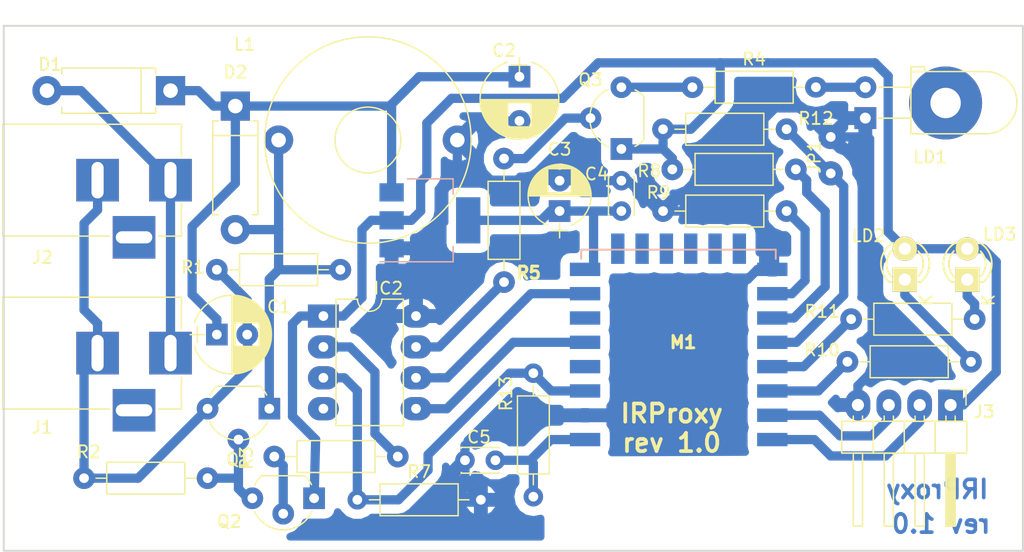
<source format=kicad_pcb>
(kicad_pcb (version 4) (host pcbnew 4.0.6)

  (general
    (links 63)
    (no_connects 1)
    (area 80.470999 83.739099 167.999 129.671001)
    (thickness 1.6)
    (drawings 11)
    (tracks 212)
    (zones 0)
    (modules 34)
    (nets 27)
  )

  (page A4)
  (layers
    (0 F.Cu signal)
    (31 B.Cu signal)
    (32 B.Adhes user)
    (33 F.Adhes user)
    (34 B.Paste user)
    (35 F.Paste user)
    (36 B.SilkS user)
    (37 F.SilkS user)
    (38 B.Mask user)
    (39 F.Mask user)
    (40 Dwgs.User user)
    (41 Cmts.User user)
    (42 Eco1.User user)
    (43 Eco2.User user)
    (44 Edge.Cuts user)
    (45 Margin user)
    (46 B.CrtYd user)
    (47 F.CrtYd user)
    (48 B.Fab user)
    (49 F.Fab user)
  )

  (setup
    (last_trace_width 0.76)
    (trace_clearance 0.5)
    (zone_clearance 0.762)
    (zone_45_only yes)
    (trace_min 0.2)
    (segment_width 0.2)
    (edge_width 0.15)
    (via_size 1.5)
    (via_drill 0.4)
    (via_min_size 0.4)
    (via_min_drill 0.3)
    (uvia_size 0.3)
    (uvia_drill 0.1)
    (uvias_allowed no)
    (uvia_min_size 0.2)
    (uvia_min_drill 0.1)
    (pcb_text_width 0.3)
    (pcb_text_size 1.5 1.5)
    (mod_edge_width 0.15)
    (mod_text_size 1 1)
    (mod_text_width 0.15)
    (pad_size 1.778 1.778)
    (pad_drill 0.8)
    (pad_to_mask_clearance 0.635)
    (aux_axis_origin 158.75 92.71)
    (grid_origin 124.714 90.551)
    (visible_elements 7FFFFFFF)
    (pcbplotparams
      (layerselection 0x21060_80000000)
      (usegerberextensions false)
      (excludeedgelayer true)
      (linewidth 0.100000)
      (plotframeref false)
      (viasonmask false)
      (mode 1)
      (useauxorigin false)
      (hpglpennumber 1)
      (hpglpenspeed 20)
      (hpglpendiameter 15)
      (hpglpenoverlay 2)
      (psnegative false)
      (psa4output false)
      (plotreference true)
      (plotvalue true)
      (plotinvisibletext false)
      (padsonsilk false)
      (subtractmaskfromsilk false)
      (outputformat 1)
      (mirror false)
      (drillshape 0)
      (scaleselection 1)
      (outputdirectory ../gerber/))
  )

  (net 0 "")
  (net 1 "Net-(C1-Pad1)")
  (net 2 "Net-(C1-Pad2)")
  (net 3 GND)
  (net 4 /+3V3)
  (net 5 "Net-(D1-Pad2)")
  (net 6 "Net-(D2-Pad2)")
  (net 7 "Net-(IC2-Pad5)")
  (net 8 "Net-(IC2-Pad6)")
  (net 9 "Net-(J3-Pad2)")
  (net 10 "Net-(J3-Pad3)")
  (net 11 "Net-(JP1-Pad1)")
  (net 12 "Net-(LD1-Pad2)")
  (net 13 "Net-(LD2-Pad1)")
  (net 14 "Net-(LD3-Pad1)")
  (net 15 "Net-(M1-Pad16)")
  (net 16 "Net-(M1-Pad17)")
  (net 17 "Net-(M1-Pad19)")
  (net 18 "Net-(M1-Pad20)")
  (net 19 "Net-(Q1-Pad2)")
  (net 20 "Net-(Q3-Pad2)")
  (net 21 "Net-(Q3-Pad3)")
  (net 22 "Net-(IC2-Pad2)")
  (net 23 "Net-(IC2-Pad3)")
  (net 24 "Net-(IC2-Pad7)")
  (net 25 "Net-(Q2-Pad2)")
  (net 26 "Net-(C5-Pad1)")

  (net_class Default "This is the default net class."
    (clearance 0.5)
    (trace_width 0.76)
    (via_dia 1.5)
    (via_drill 0.4)
    (uvia_dia 0.3)
    (uvia_drill 0.1)
    (add_net /+3V3)
    (add_net GND)
    (add_net "Net-(C1-Pad1)")
    (add_net "Net-(C1-Pad2)")
    (add_net "Net-(C5-Pad1)")
    (add_net "Net-(D1-Pad2)")
    (add_net "Net-(D2-Pad2)")
    (add_net "Net-(IC2-Pad2)")
    (add_net "Net-(IC2-Pad3)")
    (add_net "Net-(IC2-Pad5)")
    (add_net "Net-(IC2-Pad6)")
    (add_net "Net-(IC2-Pad7)")
    (add_net "Net-(J3-Pad2)")
    (add_net "Net-(J3-Pad3)")
    (add_net "Net-(JP1-Pad1)")
    (add_net "Net-(LD1-Pad2)")
    (add_net "Net-(LD2-Pad1)")
    (add_net "Net-(LD3-Pad1)")
    (add_net "Net-(M1-Pad16)")
    (add_net "Net-(M1-Pad17)")
    (add_net "Net-(M1-Pad19)")
    (add_net "Net-(M1-Pad20)")
    (add_net "Net-(Q1-Pad2)")
    (add_net "Net-(Q2-Pad2)")
    (add_net "Net-(Q3-Pad2)")
    (add_net "Net-(Q3-Pad3)")
  )

  (module TO_SOT_Packages_THT:TO-92_Molded_Wide (layer F.Cu) (tedit 5914C2DF) (tstamp 590CABC8)
    (at 106.807 125.222 180)
    (descr "TO-92 leads molded, wide, drill 0.8mm (see NXP sot054_po.pdf)")
    (tags "to-92 sc-43 sc-43a sot54 PA33 transistor")
    (path /590BFF80)
    (fp_text reference Q2 (at 6.985 -1.905 360) (layer F.SilkS)
      (effects (font (size 1 1) (thickness 0.15)))
    )
    (fp_text value 2N3906 (at 2.54 0 180) (layer F.Fab)
      (effects (font (size 1.016 0.508) (thickness 0.127)))
    )
    (fp_text user %R (at 6.985 -1.905 360) (layer F.Fab)
      (effects (font (size 1 1) (thickness 0.15)))
    )
    (fp_line (start 0.74 1.85) (end 4.34 1.85) (layer F.SilkS) (width 0.12))
    (fp_line (start 0.8 1.75) (end 4.3 1.75) (layer F.Fab) (width 0.1))
    (fp_line (start -1.01 -3.55) (end 6.09 -3.55) (layer F.CrtYd) (width 0.05))
    (fp_line (start -1.01 -3.55) (end -1.01 2.01) (layer F.CrtYd) (width 0.05))
    (fp_line (start 6.09 2.01) (end 6.09 -3.55) (layer F.CrtYd) (width 0.05))
    (fp_line (start 6.09 2.01) (end -1.01 2.01) (layer F.CrtYd) (width 0.05))
    (fp_arc (start 2.54 0) (end 0.74 1.85) (angle 20) (layer F.SilkS) (width 0.12))
    (fp_arc (start 2.54 0) (end 2.54 -2.6) (angle -65) (layer F.SilkS) (width 0.12))
    (fp_arc (start 2.54 0) (end 2.54 -2.6) (angle 65) (layer F.SilkS) (width 0.12))
    (fp_arc (start 2.54 0) (end 2.54 -2.48) (angle 135) (layer F.Fab) (width 0.1))
    (fp_arc (start 2.54 0) (end 2.54 -2.48) (angle -135) (layer F.Fab) (width 0.1))
    (fp_arc (start 2.54 0) (end 4.34 1.85) (angle -20) (layer F.SilkS) (width 0.12))
    (pad 2 thru_hole circle (at 2.54 -1.27 270) (size 1.778 1.778) (drill 0.8) (layers *.Cu *.Mask)
      (net 25 "Net-(Q2-Pad2)"))
    (pad 3 thru_hole circle (at 5.08 0 270) (size 1.778 1.778) (drill 0.8) (layers *.Cu *.Mask)
      (net 19 "Net-(Q1-Pad2)"))
    (pad 1 thru_hole rect (at 0 0 270) (size 1.778 1.778) (drill 0.8) (layers *.Cu *.Mask)
      (net 4 /+3V3))
    (model ${KISYS3DMOD}/TO_SOT_Packages_THT.3dshapes/TO-92_Molded_Wide.wrl
      (at (xyz 0.1 0 0))
      (scale (xyz 1 1 1))
      (rotate (xyz 0 0 -90))
    )
  )

  (module Capacitors_THT:CP_Radial_D6.3mm_P2.50mm (layer F.Cu) (tedit 5914A515) (tstamp 590CAB46)
    (at 123.698 91.186 270)
    (descr "CP, Radial series, Radial, pin pitch=2.50mm, , diameter=6.3mm, Electrolytic Capacitor")
    (tags "CP Radial series Radial pin pitch 2.50mm  diameter 6.3mm Electrolytic Capacitor")
    (path /590BF1B8)
    (fp_text reference C2 (at -2.794 1.27 360) (layer F.SilkS)
      (effects (font (size 1 1) (thickness 0.15)))
    )
    (fp_text value 470uf (at 1.524 0.508 360) (layer F.Fab)
      (effects (font (size 1 0.508) (thickness 0.127)))
    )
    (fp_arc (start 1.25 0) (end -1.838236 -0.98) (angle 144.8) (layer F.SilkS) (width 0.12))
    (fp_arc (start 1.25 0) (end -1.838236 0.98) (angle -144.8) (layer F.SilkS) (width 0.12))
    (fp_arc (start 1.25 0) (end 4.338236 -0.98) (angle 35.2) (layer F.SilkS) (width 0.12))
    (fp_circle (center 1.25 0) (end 4.4 0) (layer F.Fab) (width 0.1))
    (fp_line (start -2.2 0) (end -1 0) (layer F.Fab) (width 0.1))
    (fp_line (start -1.6 -0.65) (end -1.6 0.65) (layer F.Fab) (width 0.1))
    (fp_line (start 1.25 -3.2) (end 1.25 3.2) (layer F.SilkS) (width 0.12))
    (fp_line (start 1.29 -3.2) (end 1.29 3.2) (layer F.SilkS) (width 0.12))
    (fp_line (start 1.33 -3.2) (end 1.33 3.2) (layer F.SilkS) (width 0.12))
    (fp_line (start 1.37 -3.198) (end 1.37 3.198) (layer F.SilkS) (width 0.12))
    (fp_line (start 1.41 -3.197) (end 1.41 3.197) (layer F.SilkS) (width 0.12))
    (fp_line (start 1.45 -3.194) (end 1.45 3.194) (layer F.SilkS) (width 0.12))
    (fp_line (start 1.49 -3.192) (end 1.49 3.192) (layer F.SilkS) (width 0.12))
    (fp_line (start 1.53 -3.188) (end 1.53 -0.98) (layer F.SilkS) (width 0.12))
    (fp_line (start 1.53 0.98) (end 1.53 3.188) (layer F.SilkS) (width 0.12))
    (fp_line (start 1.57 -3.185) (end 1.57 -0.98) (layer F.SilkS) (width 0.12))
    (fp_line (start 1.57 0.98) (end 1.57 3.185) (layer F.SilkS) (width 0.12))
    (fp_line (start 1.61 -3.18) (end 1.61 -0.98) (layer F.SilkS) (width 0.12))
    (fp_line (start 1.61 0.98) (end 1.61 3.18) (layer F.SilkS) (width 0.12))
    (fp_line (start 1.65 -3.176) (end 1.65 -0.98) (layer F.SilkS) (width 0.12))
    (fp_line (start 1.65 0.98) (end 1.65 3.176) (layer F.SilkS) (width 0.12))
    (fp_line (start 1.69 -3.17) (end 1.69 -0.98) (layer F.SilkS) (width 0.12))
    (fp_line (start 1.69 0.98) (end 1.69 3.17) (layer F.SilkS) (width 0.12))
    (fp_line (start 1.73 -3.165) (end 1.73 -0.98) (layer F.SilkS) (width 0.12))
    (fp_line (start 1.73 0.98) (end 1.73 3.165) (layer F.SilkS) (width 0.12))
    (fp_line (start 1.77 -3.158) (end 1.77 -0.98) (layer F.SilkS) (width 0.12))
    (fp_line (start 1.77 0.98) (end 1.77 3.158) (layer F.SilkS) (width 0.12))
    (fp_line (start 1.81 -3.152) (end 1.81 -0.98) (layer F.SilkS) (width 0.12))
    (fp_line (start 1.81 0.98) (end 1.81 3.152) (layer F.SilkS) (width 0.12))
    (fp_line (start 1.85 -3.144) (end 1.85 -0.98) (layer F.SilkS) (width 0.12))
    (fp_line (start 1.85 0.98) (end 1.85 3.144) (layer F.SilkS) (width 0.12))
    (fp_line (start 1.89 -3.137) (end 1.89 -0.98) (layer F.SilkS) (width 0.12))
    (fp_line (start 1.89 0.98) (end 1.89 3.137) (layer F.SilkS) (width 0.12))
    (fp_line (start 1.93 -3.128) (end 1.93 -0.98) (layer F.SilkS) (width 0.12))
    (fp_line (start 1.93 0.98) (end 1.93 3.128) (layer F.SilkS) (width 0.12))
    (fp_line (start 1.971 -3.119) (end 1.971 -0.98) (layer F.SilkS) (width 0.12))
    (fp_line (start 1.971 0.98) (end 1.971 3.119) (layer F.SilkS) (width 0.12))
    (fp_line (start 2.011 -3.11) (end 2.011 -0.98) (layer F.SilkS) (width 0.12))
    (fp_line (start 2.011 0.98) (end 2.011 3.11) (layer F.SilkS) (width 0.12))
    (fp_line (start 2.051 -3.1) (end 2.051 -0.98) (layer F.SilkS) (width 0.12))
    (fp_line (start 2.051 0.98) (end 2.051 3.1) (layer F.SilkS) (width 0.12))
    (fp_line (start 2.091 -3.09) (end 2.091 -0.98) (layer F.SilkS) (width 0.12))
    (fp_line (start 2.091 0.98) (end 2.091 3.09) (layer F.SilkS) (width 0.12))
    (fp_line (start 2.131 -3.079) (end 2.131 -0.98) (layer F.SilkS) (width 0.12))
    (fp_line (start 2.131 0.98) (end 2.131 3.079) (layer F.SilkS) (width 0.12))
    (fp_line (start 2.171 -3.067) (end 2.171 -0.98) (layer F.SilkS) (width 0.12))
    (fp_line (start 2.171 0.98) (end 2.171 3.067) (layer F.SilkS) (width 0.12))
    (fp_line (start 2.211 -3.055) (end 2.211 -0.98) (layer F.SilkS) (width 0.12))
    (fp_line (start 2.211 0.98) (end 2.211 3.055) (layer F.SilkS) (width 0.12))
    (fp_line (start 2.251 -3.042) (end 2.251 -0.98) (layer F.SilkS) (width 0.12))
    (fp_line (start 2.251 0.98) (end 2.251 3.042) (layer F.SilkS) (width 0.12))
    (fp_line (start 2.291 -3.029) (end 2.291 -0.98) (layer F.SilkS) (width 0.12))
    (fp_line (start 2.291 0.98) (end 2.291 3.029) (layer F.SilkS) (width 0.12))
    (fp_line (start 2.331 -3.015) (end 2.331 -0.98) (layer F.SilkS) (width 0.12))
    (fp_line (start 2.331 0.98) (end 2.331 3.015) (layer F.SilkS) (width 0.12))
    (fp_line (start 2.371 -3.001) (end 2.371 -0.98) (layer F.SilkS) (width 0.12))
    (fp_line (start 2.371 0.98) (end 2.371 3.001) (layer F.SilkS) (width 0.12))
    (fp_line (start 2.411 -2.986) (end 2.411 -0.98) (layer F.SilkS) (width 0.12))
    (fp_line (start 2.411 0.98) (end 2.411 2.986) (layer F.SilkS) (width 0.12))
    (fp_line (start 2.451 -2.97) (end 2.451 -0.98) (layer F.SilkS) (width 0.12))
    (fp_line (start 2.451 0.98) (end 2.451 2.97) (layer F.SilkS) (width 0.12))
    (fp_line (start 2.491 -2.954) (end 2.491 -0.98) (layer F.SilkS) (width 0.12))
    (fp_line (start 2.491 0.98) (end 2.491 2.954) (layer F.SilkS) (width 0.12))
    (fp_line (start 2.531 -2.937) (end 2.531 -0.98) (layer F.SilkS) (width 0.12))
    (fp_line (start 2.531 0.98) (end 2.531 2.937) (layer F.SilkS) (width 0.12))
    (fp_line (start 2.571 -2.919) (end 2.571 -0.98) (layer F.SilkS) (width 0.12))
    (fp_line (start 2.571 0.98) (end 2.571 2.919) (layer F.SilkS) (width 0.12))
    (fp_line (start 2.611 -2.901) (end 2.611 -0.98) (layer F.SilkS) (width 0.12))
    (fp_line (start 2.611 0.98) (end 2.611 2.901) (layer F.SilkS) (width 0.12))
    (fp_line (start 2.651 -2.882) (end 2.651 -0.98) (layer F.SilkS) (width 0.12))
    (fp_line (start 2.651 0.98) (end 2.651 2.882) (layer F.SilkS) (width 0.12))
    (fp_line (start 2.691 -2.863) (end 2.691 -0.98) (layer F.SilkS) (width 0.12))
    (fp_line (start 2.691 0.98) (end 2.691 2.863) (layer F.SilkS) (width 0.12))
    (fp_line (start 2.731 -2.843) (end 2.731 -0.98) (layer F.SilkS) (width 0.12))
    (fp_line (start 2.731 0.98) (end 2.731 2.843) (layer F.SilkS) (width 0.12))
    (fp_line (start 2.771 -2.822) (end 2.771 -0.98) (layer F.SilkS) (width 0.12))
    (fp_line (start 2.771 0.98) (end 2.771 2.822) (layer F.SilkS) (width 0.12))
    (fp_line (start 2.811 -2.8) (end 2.811 -0.98) (layer F.SilkS) (width 0.12))
    (fp_line (start 2.811 0.98) (end 2.811 2.8) (layer F.SilkS) (width 0.12))
    (fp_line (start 2.851 -2.778) (end 2.851 -0.98) (layer F.SilkS) (width 0.12))
    (fp_line (start 2.851 0.98) (end 2.851 2.778) (layer F.SilkS) (width 0.12))
    (fp_line (start 2.891 -2.755) (end 2.891 -0.98) (layer F.SilkS) (width 0.12))
    (fp_line (start 2.891 0.98) (end 2.891 2.755) (layer F.SilkS) (width 0.12))
    (fp_line (start 2.931 -2.731) (end 2.931 -0.98) (layer F.SilkS) (width 0.12))
    (fp_line (start 2.931 0.98) (end 2.931 2.731) (layer F.SilkS) (width 0.12))
    (fp_line (start 2.971 -2.706) (end 2.971 -0.98) (layer F.SilkS) (width 0.12))
    (fp_line (start 2.971 0.98) (end 2.971 2.706) (layer F.SilkS) (width 0.12))
    (fp_line (start 3.011 -2.681) (end 3.011 -0.98) (layer F.SilkS) (width 0.12))
    (fp_line (start 3.011 0.98) (end 3.011 2.681) (layer F.SilkS) (width 0.12))
    (fp_line (start 3.051 -2.654) (end 3.051 -0.98) (layer F.SilkS) (width 0.12))
    (fp_line (start 3.051 0.98) (end 3.051 2.654) (layer F.SilkS) (width 0.12))
    (fp_line (start 3.091 -2.627) (end 3.091 -0.98) (layer F.SilkS) (width 0.12))
    (fp_line (start 3.091 0.98) (end 3.091 2.627) (layer F.SilkS) (width 0.12))
    (fp_line (start 3.131 -2.599) (end 3.131 -0.98) (layer F.SilkS) (width 0.12))
    (fp_line (start 3.131 0.98) (end 3.131 2.599) (layer F.SilkS) (width 0.12))
    (fp_line (start 3.171 -2.57) (end 3.171 -0.98) (layer F.SilkS) (width 0.12))
    (fp_line (start 3.171 0.98) (end 3.171 2.57) (layer F.SilkS) (width 0.12))
    (fp_line (start 3.211 -2.54) (end 3.211 -0.98) (layer F.SilkS) (width 0.12))
    (fp_line (start 3.211 0.98) (end 3.211 2.54) (layer F.SilkS) (width 0.12))
    (fp_line (start 3.251 -2.51) (end 3.251 -0.98) (layer F.SilkS) (width 0.12))
    (fp_line (start 3.251 0.98) (end 3.251 2.51) (layer F.SilkS) (width 0.12))
    (fp_line (start 3.291 -2.478) (end 3.291 -0.98) (layer F.SilkS) (width 0.12))
    (fp_line (start 3.291 0.98) (end 3.291 2.478) (layer F.SilkS) (width 0.12))
    (fp_line (start 3.331 -2.445) (end 3.331 -0.98) (layer F.SilkS) (width 0.12))
    (fp_line (start 3.331 0.98) (end 3.331 2.445) (layer F.SilkS) (width 0.12))
    (fp_line (start 3.371 -2.411) (end 3.371 -0.98) (layer F.SilkS) (width 0.12))
    (fp_line (start 3.371 0.98) (end 3.371 2.411) (layer F.SilkS) (width 0.12))
    (fp_line (start 3.411 -2.375) (end 3.411 -0.98) (layer F.SilkS) (width 0.12))
    (fp_line (start 3.411 0.98) (end 3.411 2.375) (layer F.SilkS) (width 0.12))
    (fp_line (start 3.451 -2.339) (end 3.451 -0.98) (layer F.SilkS) (width 0.12))
    (fp_line (start 3.451 0.98) (end 3.451 2.339) (layer F.SilkS) (width 0.12))
    (fp_line (start 3.491 -2.301) (end 3.491 2.301) (layer F.SilkS) (width 0.12))
    (fp_line (start 3.531 -2.262) (end 3.531 2.262) (layer F.SilkS) (width 0.12))
    (fp_line (start 3.571 -2.222) (end 3.571 2.222) (layer F.SilkS) (width 0.12))
    (fp_line (start 3.611 -2.18) (end 3.611 2.18) (layer F.SilkS) (width 0.12))
    (fp_line (start 3.651 -2.137) (end 3.651 2.137) (layer F.SilkS) (width 0.12))
    (fp_line (start 3.691 -2.092) (end 3.691 2.092) (layer F.SilkS) (width 0.12))
    (fp_line (start 3.731 -2.045) (end 3.731 2.045) (layer F.SilkS) (width 0.12))
    (fp_line (start 3.771 -1.997) (end 3.771 1.997) (layer F.SilkS) (width 0.12))
    (fp_line (start 3.811 -1.946) (end 3.811 1.946) (layer F.SilkS) (width 0.12))
    (fp_line (start 3.851 -1.894) (end 3.851 1.894) (layer F.SilkS) (width 0.12))
    (fp_line (start 3.891 -1.839) (end 3.891 1.839) (layer F.SilkS) (width 0.12))
    (fp_line (start 3.931 -1.781) (end 3.931 1.781) (layer F.SilkS) (width 0.12))
    (fp_line (start 3.971 -1.721) (end 3.971 1.721) (layer F.SilkS) (width 0.12))
    (fp_line (start 4.011 -1.658) (end 4.011 1.658) (layer F.SilkS) (width 0.12))
    (fp_line (start 4.051 -1.591) (end 4.051 1.591) (layer F.SilkS) (width 0.12))
    (fp_line (start 4.091 -1.52) (end 4.091 1.52) (layer F.SilkS) (width 0.12))
    (fp_line (start 4.131 -1.445) (end 4.131 1.445) (layer F.SilkS) (width 0.12))
    (fp_line (start 4.171 -1.364) (end 4.171 1.364) (layer F.SilkS) (width 0.12))
    (fp_line (start 4.211 -1.278) (end 4.211 1.278) (layer F.SilkS) (width 0.12))
    (fp_line (start 4.251 -1.184) (end 4.251 1.184) (layer F.SilkS) (width 0.12))
    (fp_line (start 4.291 -1.081) (end 4.291 1.081) (layer F.SilkS) (width 0.12))
    (fp_line (start 4.331 -0.966) (end 4.331 0.966) (layer F.SilkS) (width 0.12))
    (fp_line (start 4.371 -0.834) (end 4.371 0.834) (layer F.SilkS) (width 0.12))
    (fp_line (start 4.411 -0.676) (end 4.411 0.676) (layer F.SilkS) (width 0.12))
    (fp_line (start 4.451 -0.468) (end 4.451 0.468) (layer F.SilkS) (width 0.12))
    (fp_line (start -2.2 0) (end -1 0) (layer F.SilkS) (width 0.12))
    (fp_line (start -1.6 -0.65) (end -1.6 0.65) (layer F.SilkS) (width 0.12))
    (fp_line (start -2.25 -3.5) (end -2.25 3.5) (layer F.CrtYd) (width 0.05))
    (fp_line (start -2.25 3.5) (end 4.75 3.5) (layer F.CrtYd) (width 0.05))
    (fp_line (start 4.75 3.5) (end 4.75 -3.5) (layer F.CrtYd) (width 0.05))
    (fp_line (start 4.75 -3.5) (end -2.25 -3.5) (layer F.CrtYd) (width 0.05))
    (pad 1 thru_hole rect (at -0.635 0 270) (size 1.778 1.778) (drill 0.8) (layers *.Cu *.Mask)
      (net 1 "Net-(C1-Pad1)"))
    (pad 2 thru_hole circle (at 3 0 270) (size 1.778 1.778) (drill 0.8) (layers *.Cu *.Mask)
      (net 3 GND))
    (model Capacitors_THT.3dshapes/CP_Radial_D6.3mm_P2.50mm.wrl
      (at (xyz 0 0 0))
      (scale (xyz 0.393701 0.393701 0.393701))
      (rotate (xyz 0 0 0))
    )
  )

  (module estandar:ESP-12E_SMD (layer B.Cu) (tedit 59117E21) (tstamp 59108FFD)
    (at 129.794 120.396)
    (descr "Module, ESP-8266, ESP-12, 16 pad, SMD")
    (tags "Module ESP-8266 ESP8266")
    (path /590C19D6)
    (fp_text reference M1 (at 7.366 -8.001) (layer F.SilkS)
      (effects (font (size 1 1.016) (thickness 0.25)))
    )
    (fp_text value ESP-12E (at 7.366 -6.096) (layer F.Fab)
      (effects (font (size 1 0.508) (thickness 0.127)))
    )
    (fp_line (start -2.25 0.5) (end -2.25 8.75) (layer B.CrtYd) (width 0.05))
    (fp_line (start -2.25 8.75) (end 15.25 8.75) (layer B.CrtYd) (width 0.05))
    (fp_line (start 15.25 8.75) (end 16.25 8.75) (layer B.CrtYd) (width 0.05))
    (fp_line (start 16.25 8.75) (end 16.25 -16) (layer B.CrtYd) (width 0.05))
    (fp_line (start 16.25 -16) (end -2.25 -16) (layer B.CrtYd) (width 0.05))
    (fp_line (start -2.25 -16) (end -2.25 0.5) (layer B.CrtYd) (width 0.05))
    (fp_line (start -1.016 8.382) (end 14.986 8.382) (layer B.CrtYd) (width 0.1524))
    (fp_line (start 14.986 8.382) (end 14.986 0.889) (layer B.CrtYd) (width 0.1524))
    (fp_line (start -1.016 8.382) (end -1.016 1.016) (layer B.CrtYd) (width 0.1524))
    (fp_line (start -1.016 -14.859) (end -1.016 -15.621) (layer B.SilkS) (width 0.1524))
    (fp_line (start -1.016 -15.621) (end 14.986 -15.621) (layer B.SilkS) (width 0.1524))
    (fp_line (start 14.986 -15.621) (end 14.986 -14.859) (layer B.SilkS) (width 0.1524))
    (fp_line (start 14.992 8.4) (end -1.008 2.6) (layer B.CrtYd) (width 0.1524))
    (fp_line (start -1.008 8.4) (end 14.992 2.6) (layer B.CrtYd) (width 0.1524))
    (fp_text user "No Copper" (at 6.892 5.4) (layer B.CrtYd)
      (effects (font (size 1 1) (thickness 0.15)) (justify mirror))
    )
    (fp_line (start -1.008 2.6) (end 14.992 2.6) (layer B.CrtYd) (width 0.1524))
    (fp_line (start 15 8.4) (end 15 -15.6) (layer B.Fab) (width 0.05))
    (fp_line (start 14.992 -15.6) (end -1.008 -15.6) (layer B.Fab) (width 0.05))
    (fp_line (start -1.008 -15.6) (end -1.008 8.4) (layer B.Fab) (width 0.05))
    (fp_line (start -1.008 8.4) (end 14.992 8.4) (layer B.Fab) (width 0.05))
    (pad 1 smd rect (at 0 0) (size 2.5 1.1) (drill (offset -0.7 0)) (layers B.Cu B.Paste B.Mask)
      (net 26 "Net-(C5-Pad1)"))
    (pad 2 smd rect (at 0 -2) (size 2.5 1.1) (drill (offset -0.7 0)) (layers B.Cu B.Paste B.Mask)
      (net 3 GND))
    (pad 3 smd rect (at 0 -4) (size 2.5 1.1) (drill (offset -0.7 0)) (layers B.Cu B.Paste B.Mask)
      (net 23 "Net-(IC2-Pad3)"))
    (pad 4 smd rect (at 0 -6) (size 2.5 1.1) (drill (offset -0.7 0)) (layers B.Cu B.Paste B.Mask))
    (pad 5 smd rect (at 0 -8) (size 2.5 1.1) (drill (offset -0.7 0)) (layers B.Cu B.Paste B.Mask)
      (net 7 "Net-(IC2-Pad5)"))
    (pad 6 smd rect (at 0 -10) (size 2.5 1.1) (drill (offset -0.7 0)) (layers B.Cu B.Paste B.Mask))
    (pad 7 smd rect (at 0 -12) (size 2.5 1.1) (drill (offset -0.7 0)) (layers B.Cu B.Paste B.Mask)
      (net 8 "Net-(IC2-Pad6)"))
    (pad 8 smd rect (at 0 -14) (size 2.5 1.1) (drill (offset -0.7 0)) (layers B.Cu B.Paste B.Mask)
      (net 4 /+3V3))
    (pad 15 smd rect (at 14 -14) (size 2.5 1.1) (drill (offset 0.7 0)) (layers B.Cu B.Paste B.Mask)
      (net 3 GND))
    (pad 16 smd rect (at 14 -12) (size 2.5 1.1) (drill (offset 0.7 0)) (layers B.Cu B.Paste B.Mask)
      (net 15 "Net-(M1-Pad16)"))
    (pad 17 smd rect (at 14 -10) (size 2.5 1.1) (drill (offset 0.7 0)) (layers B.Cu B.Paste B.Mask)
      (net 16 "Net-(M1-Pad17)"))
    (pad 18 smd rect (at 14 -8) (size 2.5 1.1) (drill (offset 0.7 0)) (layers B.Cu B.Paste B.Mask)
      (net 11 "Net-(JP1-Pad1)"))
    (pad 19 smd rect (at 14 -6) (size 2.5 1.1) (drill (offset 0.7 0)) (layers B.Cu B.Paste B.Mask)
      (net 17 "Net-(M1-Pad19)"))
    (pad 20 smd rect (at 14 -4) (size 2.5 1.1) (drill (offset 0.7 0)) (layers B.Cu B.Paste B.Mask)
      (net 18 "Net-(M1-Pad20)"))
    (pad 21 smd rect (at 14 -2) (size 2.5 1.1) (drill (offset 0.7 0)) (layers B.Cu B.Paste B.Mask)
      (net 10 "Net-(J3-Pad3)"))
    (pad 22 smd rect (at 14 0) (size 2.5 1.1) (drill (offset 0.7 0)) (layers B.Cu B.Paste B.Mask)
      (net 9 "Net-(J3-Pad2)"))
    (pad 9 smd rect (at 1.99 -15 270) (size 2.5 1.1) (drill (offset -0.7 0)) (layers B.Cu B.Paste B.Mask))
    (pad 10 smd rect (at 3.99 -15 270) (size 2.5 1.1) (drill (offset -0.7 0)) (layers B.Cu B.Paste B.Mask))
    (pad 11 smd rect (at 5.99 -15 270) (size 2.5 1.1) (drill (offset -0.7 0)) (layers B.Cu B.Paste B.Mask))
    (pad 12 smd rect (at 7.99 -15 270) (size 2.5 1.1) (drill (offset -0.7 0)) (layers B.Cu B.Paste B.Mask))
    (pad 13 smd rect (at 9.99 -15 270) (size 2.5 1.1) (drill (offset -0.7 0)) (layers B.Cu B.Paste B.Mask))
    (pad 14 smd rect (at 11.99 -15 270) (size 2.5 1.1) (drill (offset -0.7 0)) (layers B.Cu B.Paste B.Mask))
    (model ${ESPLIB}/ESP8266.3dshapes/ESP-12.wrl
      (at (xyz 0 0 0))
      (scale (xyz 0.3937 0.3937 0.3937))
      (rotate (xyz 0 0 0))
    )
  )

  (module TO_SOT_Packages_THT:TO-92_Molded_Wide (layer F.Cu) (tedit 59117C0D) (tstamp 590CABCF)
    (at 132.08 96.4946 90)
    (descr "TO-92 leads molded, wide, drill 0.8mm (see NXP sot054_po.pdf)")
    (tags "to-92 sc-43 sc-43a sot54 PA33 transistor")
    (path /590C2354)
    (fp_text reference Q3 (at 5.6896 -2.54 360) (layer F.SilkS)
      (effects (font (size 1 1) (thickness 0.15)))
    )
    (fp_text value 2N3906 (at 2.5146 0 90) (layer F.Fab)
      (effects (font (size 1 0.508) (thickness 0.127)))
    )
    (fp_text user %R (at 5.6896 -2.54 180) (layer F.Fab)
      (effects (font (size 1 1) (thickness 0.15)))
    )
    (fp_line (start 0.74 1.85) (end 4.34 1.85) (layer F.SilkS) (width 0.12))
    (fp_line (start 0.8 1.75) (end 4.3 1.75) (layer F.Fab) (width 0.1))
    (fp_line (start -1.01 -3.55) (end 6.09 -3.55) (layer F.CrtYd) (width 0.05))
    (fp_line (start -1.01 -3.55) (end -1.01 2.01) (layer F.CrtYd) (width 0.05))
    (fp_line (start 6.09 2.01) (end 6.09 -3.55) (layer F.CrtYd) (width 0.05))
    (fp_line (start 6.09 2.01) (end -1.01 2.01) (layer F.CrtYd) (width 0.05))
    (fp_arc (start 2.54 0) (end 0.74 1.85) (angle 20) (layer F.SilkS) (width 0.12))
    (fp_arc (start 2.54 0) (end 2.54 -2.6) (angle -65) (layer F.SilkS) (width 0.12))
    (fp_arc (start 2.54 0) (end 2.54 -2.6) (angle 65) (layer F.SilkS) (width 0.12))
    (fp_arc (start 2.54 0) (end 2.54 -2.48) (angle 135) (layer F.Fab) (width 0.1))
    (fp_arc (start 2.54 0) (end 2.54 -2.48) (angle -135) (layer F.Fab) (width 0.1))
    (fp_arc (start 2.54 0) (end 4.34 1.85) (angle -20) (layer F.SilkS) (width 0.12))
    (pad 2 thru_hole circle (at 2.54 -2.54 180) (size 1.778 1.778) (drill 0.8) (layers *.Cu *.Mask)
      (net 20 "Net-(Q3-Pad2)"))
    (pad 3 thru_hole circle (at 5.08 0 180) (size 1.778 1.778) (drill 0.8) (layers *.Cu *.Mask)
      (net 21 "Net-(Q3-Pad3)"))
    (pad 1 thru_hole rect (at 0 0 180) (size 1.778 1.778) (drill 0.8) (layers *.Cu *.Mask))
    (model ${KISYS3DMOD}/TO_SOT_Packages_THT.3dshapes/TO-92_Molded_Wide.wrl
      (at (xyz 0.1 0 0))
      (scale (xyz 1 1 1))
      (rotate (xyz 0 0 -90))
    )
  )

  (module Wire_Connections_Bridges:WireConnection_0.80mmDrill (layer F.Cu) (tedit 591143C3) (tstamp 590CAB88)
    (at 149.3012 98.5012 90)
    (descr "WireConnection with 0.8mm drill")
    (path /590C3B15)
    (fp_text reference JP1 (at 1.3462 -1.3462 90) (layer F.SilkS)
      (effects (font (size 1 1) (thickness 0.15)))
    )
    (fp_text value FLASH (at 1.3462 1.8288 90) (layer F.Fab)
      (effects (font (size 1 1) (thickness 0.15)))
    )
    (fp_line (start 14.0716 -3.7592) (end 13.8684 -3.6576) (layer Cmts.User) (width 0.381))
    (fp_line (start 13.8684 -3.6576) (end 13.6398 -3.6576) (layer Cmts.User) (width 0.381))
    (fp_line (start 13.6398 -3.6576) (end 13.4366 -3.7592) (layer Cmts.User) (width 0.381))
    (fp_line (start 13.4366 -3.7592) (end 13.3604 -4.1148) (layer Cmts.User) (width 0.381))
    (fp_line (start 13.3604 -4.1148) (end 13.3604 -4.572) (layer Cmts.User) (width 0.381))
    (fp_line (start 13.3604 -4.572) (end 13.462 -4.6482) (layer Cmts.User) (width 0.381))
    (fp_line (start 13.462 -4.6482) (end 13.7668 -4.7244) (layer Cmts.User) (width 0.381))
    (fp_line (start 13.7668 -4.7244) (end 13.9954 -4.6736) (layer Cmts.User) (width 0.381))
    (fp_line (start 13.9954 -4.6736) (end 14.0462 -4.318) (layer Cmts.User) (width 0.381))
    (fp_line (start 14.0462 -4.318) (end 13.4366 -4.191) (layer Cmts.User) (width 0.381))
    (fp_line (start 13.4366 -4.191) (end 13.4366 -4.2418) (layer Cmts.User) (width 0.381))
    (fp_line (start 12.7508 -3.7084) (end 12.4206 -3.7084) (layer Cmts.User) (width 0.381))
    (fp_line (start 12.4206 -3.7084) (end 12.2174 -3.7084) (layer Cmts.User) (width 0.381))
    (fp_line (start 12.2174 -3.7084) (end 12.0396 -3.8608) (layer Cmts.User) (width 0.381))
    (fp_line (start 12.0396 -3.8608) (end 12.0396 -4.2418) (layer Cmts.User) (width 0.381))
    (fp_line (start 12.0396 -4.2418) (end 12.1412 -4.572) (layer Cmts.User) (width 0.381))
    (fp_line (start 12.1412 -4.572) (end 12.2936 -4.6482) (layer Cmts.User) (width 0.381))
    (fp_line (start 12.2936 -4.6482) (end 12.573 -4.6482) (layer Cmts.User) (width 0.381))
    (fp_line (start 12.573 -4.6482) (end 12.7508 -4.572) (layer Cmts.User) (width 0.381))
    (fp_line (start 12.7508 -4.572) (end 12.7762 -4.2672) (layer Cmts.User) (width 0.381))
    (fp_line (start 12.7762 -4.2672) (end 12.1412 -4.2418) (layer Cmts.User) (width 0.381))
    (fp_line (start 11.2268 -4.5212) (end 11.6078 -4.6736) (layer Cmts.User) (width 0.381))
    (fp_line (start 11.6078 -4.6736) (end 11.6332 -4.6736) (layer Cmts.User) (width 0.381))
    (fp_line (start 11.2014 -4.7244) (end 11.2014 -3.6576) (layer Cmts.User) (width 0.381))
    (fp_line (start 9.9822 -4.6736) (end 10.668 -4.7244) (layer Cmts.User) (width 0.381))
    (fp_line (start 10.7188 -5.207) (end 10.541 -5.207) (layer Cmts.User) (width 0.381))
    (fp_line (start 10.541 -5.207) (end 10.3886 -5.08) (layer Cmts.User) (width 0.381))
    (fp_line (start 10.3886 -5.08) (end 10.3378 -3.7084) (layer Cmts.User) (width 0.381))
    (fp_line (start 8.4328 -4.5974) (end 8.3058 -4.6736) (layer Cmts.User) (width 0.381))
    (fp_line (start 8.3058 -4.6736) (end 8.0264 -4.6736) (layer Cmts.User) (width 0.381))
    (fp_line (start 8.0264 -4.6736) (end 7.874 -4.445) (layer Cmts.User) (width 0.381))
    (fp_line (start 7.874 -4.445) (end 7.8994 -4.2672) (layer Cmts.User) (width 0.381))
    (fp_line (start 7.8994 -4.2672) (end 8.1788 -4.191) (layer Cmts.User) (width 0.381))
    (fp_line (start 8.1788 -4.191) (end 8.4328 -4.1148) (layer Cmts.User) (width 0.381))
    (fp_line (start 8.4328 -4.1148) (end 8.4836 -3.8354) (layer Cmts.User) (width 0.381))
    (fp_line (start 8.4836 -3.8354) (end 8.2804 -3.6576) (layer Cmts.User) (width 0.381))
    (fp_line (start 8.2804 -3.6576) (end 7.8994 -3.7084) (layer Cmts.User) (width 0.381))
    (fp_line (start 7.1628 -3.6576) (end 6.8072 -3.7592) (layer Cmts.User) (width 0.381))
    (fp_line (start 6.8072 -3.7592) (end 6.604 -3.8354) (layer Cmts.User) (width 0.381))
    (fp_line (start 6.604 -3.8354) (end 6.477 -4.1656) (layer Cmts.User) (width 0.381))
    (fp_line (start 6.477 -4.1656) (end 6.477 -4.4704) (layer Cmts.User) (width 0.381))
    (fp_line (start 6.477 -4.4704) (end 6.6802 -4.6736) (layer Cmts.User) (width 0.381))
    (fp_line (start 6.6802 -4.6736) (end 7.0104 -4.7244) (layer Cmts.User) (width 0.381))
    (fp_line (start 7.2136 -5.207) (end 7.2136 -3.6576) (layer Cmts.User) (width 0.381))
    (fp_line (start 5.715 -3.6576) (end 5.2578 -3.7084) (layer Cmts.User) (width 0.381))
    (fp_line (start 5.2578 -3.7084) (end 5.1054 -3.9116) (layer Cmts.User) (width 0.381))
    (fp_line (start 5.1054 -3.9116) (end 5.1308 -4.191) (layer Cmts.User) (width 0.381))
    (fp_line (start 5.1308 -4.191) (end 5.842 -4.2418) (layer Cmts.User) (width 0.381))
    (fp_line (start 5.1054 -4.572) (end 5.3848 -4.7244) (layer Cmts.User) (width 0.381))
    (fp_line (start 5.3848 -4.7244) (end 5.6388 -4.6482) (layer Cmts.User) (width 0.381))
    (fp_line (start 5.6388 -4.6482) (end 5.7912 -4.4704) (layer Cmts.User) (width 0.381))
    (fp_line (start 5.7912 -4.4704) (end 5.842 -3.6322) (layer Cmts.User) (width 0.381))
    (fp_line (start 3.6068 -3.6576) (end 3.6322 -5.2578) (layer Cmts.User) (width 0.381))
    (fp_line (start 3.6322 -5.2578) (end 4.0894 -5.2578) (layer Cmts.User) (width 0.381))
    (fp_line (start 4.0894 -5.2578) (end 4.3688 -5.1308) (layer Cmts.User) (width 0.381))
    (fp_line (start 4.3688 -5.1308) (end 4.4958 -4.8768) (layer Cmts.User) (width 0.381))
    (fp_line (start 4.4958 -4.8768) (end 4.4958 -4.5974) (layer Cmts.User) (width 0.381))
    (fp_line (start 4.4958 -4.5974) (end 4.3688 -4.3942) (layer Cmts.User) (width 0.381))
    (fp_line (start 4.3688 -4.3942) (end 4.0894 -4.445) (layer Cmts.User) (width 0.381))
    (fp_line (start 4.0894 -4.445) (end 3.6322 -4.445) (layer Cmts.User) (width 0.381))
    (fp_line (start 1.778 -3.7592) (end 1.524 -3.6576) (layer Cmts.User) (width 0.381))
    (fp_line (start 1.524 -3.6576) (end 1.27 -3.7592) (layer Cmts.User) (width 0.381))
    (fp_line (start 1.27 -3.7592) (end 1.1176 -3.9116) (layer Cmts.User) (width 0.381))
    (fp_line (start 1.1176 -3.9116) (end 1.0414 -4.318) (layer Cmts.User) (width 0.381))
    (fp_line (start 1.0414 -4.318) (end 1.1684 -4.572) (layer Cmts.User) (width 0.381))
    (fp_line (start 1.1684 -4.572) (end 1.3716 -4.6736) (layer Cmts.User) (width 0.381))
    (fp_line (start 1.3716 -4.6736) (end 1.651 -4.6482) (layer Cmts.User) (width 0.381))
    (fp_line (start 1.651 -4.6482) (end 1.8034 -4.5212) (layer Cmts.User) (width 0.381))
    (fp_line (start 1.8034 -4.5212) (end 1.8034 -4.318) (layer Cmts.User) (width 0.381))
    (fp_line (start 1.8034 -4.318) (end 1.1684 -4.2418) (layer Cmts.User) (width 0.381))
    (fp_line (start -0.1524 -4.7244) (end 0.3048 -3.6576) (layer Cmts.User) (width 0.381))
    (fp_line (start 0.3048 -3.6576) (end 0.5842 -4.6736) (layer Cmts.User) (width 0.381))
    (fp_line (start 0.5842 -4.6736) (end 0.5588 -4.6736) (layer Cmts.User) (width 0.381))
    (fp_line (start -1.4732 -4.3942) (end -1.4732 -3.9116) (layer Cmts.User) (width 0.381))
    (fp_line (start -1.4732 -3.9116) (end -1.27 -3.7084) (layer Cmts.User) (width 0.381))
    (fp_line (start -1.27 -3.7084) (end -1.0414 -3.6576) (layer Cmts.User) (width 0.381))
    (fp_line (start -1.0414 -3.6576) (end -0.762 -3.7846) (layer Cmts.User) (width 0.381))
    (fp_line (start -0.762 -3.7846) (end -0.6604 -3.9878) (layer Cmts.User) (width 0.381))
    (fp_line (start -0.6604 -3.9878) (end -0.6604 -4.445) (layer Cmts.User) (width 0.381))
    (fp_line (start -0.6604 -4.445) (end -0.8382 -4.6482) (layer Cmts.User) (width 0.381))
    (fp_line (start -0.8382 -4.6482) (end -1.1176 -4.7244) (layer Cmts.User) (width 0.381))
    (fp_line (start -1.1176 -4.7244) (end -1.4478 -4.4704) (layer Cmts.User) (width 0.381))
    (fp_line (start -3.0988 -3.6322) (end -3.0988 -5.2578) (layer Cmts.User) (width 0.381))
    (fp_line (start -3.0988 -5.2578) (end -2.6162 -4.1148) (layer Cmts.User) (width 0.381))
    (fp_line (start -2.6162 -4.1148) (end -2.1336 -5.1816) (layer Cmts.User) (width 0.381))
    (fp_line (start -2.1336 -5.1816) (end -2.1336 -3.6322) (layer Cmts.User) (width 0.381))
    (pad 1 thru_hole circle (at 0 0 90) (size 1.99898 1.99898) (drill 0.8001) (layers *.Cu *.Mask)
      (net 11 "Net-(JP1-Pad1)"))
    (pad 2 thru_hole circle (at 3 0 90) (size 1.99898 1.99898) (drill 0.8001) (layers *.Cu *.Mask)
      (net 3 GND))
  )

  (module TO_SOT_Packages_SMD:SOT-223 (layer B.Cu) (tedit 5914961A) (tstamp 590CAB60)
    (at 116.332 102.362)
    (descr "module CMS SOT223 4 pins")
    (tags "CMS SOT")
    (path /590BF1E7)
    (attr smd)
    (fp_text reference IC1 (at 2.54 0) (layer F.Fab)
      (effects (font (size 1 1) (thickness 0.15)))
    )
    (fp_text value "ASM1117 33" (at 0 -0.254 90) (layer F.Fab)
      (effects (font (size 1 0.508) (thickness 0.127)))
    )
    (fp_text user %R (at 0 0) (layer F.Fab) hide
      (effects (font (size 0.8 0.8) (thickness 0.12)))
    )
    (fp_line (start -1.85 2.3) (end -0.8 3.35) (layer B.Fab) (width 0.1))
    (fp_line (start 1.91 -3.41) (end 1.91 -2.15) (layer B.SilkS) (width 0.12))
    (fp_line (start 1.91 3.41) (end 1.91 2.15) (layer B.SilkS) (width 0.12))
    (fp_line (start 4.4 3.6) (end -4.4 3.6) (layer B.CrtYd) (width 0.05))
    (fp_line (start 4.4 -3.6) (end 4.4 3.6) (layer B.CrtYd) (width 0.05))
    (fp_line (start -4.4 -3.6) (end 4.4 -3.6) (layer B.CrtYd) (width 0.05))
    (fp_line (start -4.4 3.6) (end -4.4 -3.6) (layer B.CrtYd) (width 0.05))
    (fp_line (start -1.85 2.3) (end -1.85 -3.35) (layer B.Fab) (width 0.1))
    (fp_line (start -1.85 -3.41) (end 1.91 -3.41) (layer B.SilkS) (width 0.12))
    (fp_line (start -0.8 3.35) (end 1.85 3.35) (layer B.Fab) (width 0.1))
    (fp_line (start -4.1 3.41) (end 1.91 3.41) (layer B.SilkS) (width 0.12))
    (fp_line (start -1.85 -3.35) (end 1.85 -3.35) (layer B.Fab) (width 0.1))
    (fp_line (start 1.85 3.35) (end 1.85 -3.35) (layer B.Fab) (width 0.1))
    (pad 2 smd rect (at 3.15 0) (size 2 3.8) (layers B.Cu B.Paste B.Mask)
      (net 4 /+3V3))
    (pad 2 smd rect (at -3.15 0) (size 2 1.5) (layers B.Cu B.Paste B.Mask)
      (net 4 /+3V3))
    (pad 3 smd rect (at -3.15 -2.3) (size 2 1.5) (layers B.Cu B.Paste B.Mask)
      (net 1 "Net-(C1-Pad1)"))
    (pad 1 smd rect (at -3.15 2.3) (size 2 1.5) (layers B.Cu B.Paste B.Mask)
      (net 3 GND))
    (model ${KISYS3DMOD}/TO_SOT_Packages_SMD.3dshapes/SOT-223.wrl
      (at (xyz 0 0 0))
      (scale (xyz 1 1 1))
      (rotate (xyz 0 0 0))
    )
  )

  (module Capacitors_THT:CP_Radial_D6.3mm_P2.50mm (layer F.Cu) (tedit 5914C49A) (tstamp 590CAB40)
    (at 98.806 111.76)
    (descr "CP, Radial series, Radial, pin pitch=2.50mm, , diameter=6.3mm, Electrolytic Capacitor")
    (tags "CP Radial series Radial pin pitch 2.50mm  diameter 6.3mm Electrolytic Capacitor")
    (path /590BF177)
    (fp_text reference C1 (at 5.1054 -2.286) (layer F.SilkS)
      (effects (font (size 1 1) (thickness 0.15)))
    )
    (fp_text value 470uf (at 0.889 1.905) (layer F.Fab)
      (effects (font (size 1.016 0.508) (thickness 0.127)))
    )
    (fp_arc (start 1.25 0) (end -1.838236 -0.98) (angle 144.8) (layer F.SilkS) (width 0.12))
    (fp_arc (start 1.25 0) (end -1.838236 0.98) (angle -144.8) (layer F.SilkS) (width 0.12))
    (fp_arc (start 1.25 0) (end 4.338236 -0.98) (angle 35.2) (layer F.SilkS) (width 0.12))
    (fp_circle (center 1.25 0) (end 4.4 0) (layer F.Fab) (width 0.1))
    (fp_line (start -2.2 0) (end -1 0) (layer F.Fab) (width 0.1))
    (fp_line (start -1.6 -0.65) (end -1.6 0.65) (layer F.Fab) (width 0.1))
    (fp_line (start 1.25 -3.2) (end 1.25 3.2) (layer F.SilkS) (width 0.12))
    (fp_line (start 1.29 -3.2) (end 1.29 3.2) (layer F.SilkS) (width 0.12))
    (fp_line (start 1.33 -3.2) (end 1.33 3.2) (layer F.SilkS) (width 0.12))
    (fp_line (start 1.37 -3.198) (end 1.37 3.198) (layer F.SilkS) (width 0.12))
    (fp_line (start 1.41 -3.197) (end 1.41 3.197) (layer F.SilkS) (width 0.12))
    (fp_line (start 1.45 -3.194) (end 1.45 3.194) (layer F.SilkS) (width 0.12))
    (fp_line (start 1.49 -3.192) (end 1.49 3.192) (layer F.SilkS) (width 0.12))
    (fp_line (start 1.53 -3.188) (end 1.53 -0.98) (layer F.SilkS) (width 0.12))
    (fp_line (start 1.53 0.98) (end 1.53 3.188) (layer F.SilkS) (width 0.12))
    (fp_line (start 1.57 -3.185) (end 1.57 -0.98) (layer F.SilkS) (width 0.12))
    (fp_line (start 1.57 0.98) (end 1.57 3.185) (layer F.SilkS) (width 0.12))
    (fp_line (start 1.61 -3.18) (end 1.61 -0.98) (layer F.SilkS) (width 0.12))
    (fp_line (start 1.61 0.98) (end 1.61 3.18) (layer F.SilkS) (width 0.12))
    (fp_line (start 1.65 -3.176) (end 1.65 -0.98) (layer F.SilkS) (width 0.12))
    (fp_line (start 1.65 0.98) (end 1.65 3.176) (layer F.SilkS) (width 0.12))
    (fp_line (start 1.69 -3.17) (end 1.69 -0.98) (layer F.SilkS) (width 0.12))
    (fp_line (start 1.69 0.98) (end 1.69 3.17) (layer F.SilkS) (width 0.12))
    (fp_line (start 1.73 -3.165) (end 1.73 -0.98) (layer F.SilkS) (width 0.12))
    (fp_line (start 1.73 0.98) (end 1.73 3.165) (layer F.SilkS) (width 0.12))
    (fp_line (start 1.77 -3.158) (end 1.77 -0.98) (layer F.SilkS) (width 0.12))
    (fp_line (start 1.77 0.98) (end 1.77 3.158) (layer F.SilkS) (width 0.12))
    (fp_line (start 1.81 -3.152) (end 1.81 -0.98) (layer F.SilkS) (width 0.12))
    (fp_line (start 1.81 0.98) (end 1.81 3.152) (layer F.SilkS) (width 0.12))
    (fp_line (start 1.85 -3.144) (end 1.85 -0.98) (layer F.SilkS) (width 0.12))
    (fp_line (start 1.85 0.98) (end 1.85 3.144) (layer F.SilkS) (width 0.12))
    (fp_line (start 1.89 -3.137) (end 1.89 -0.98) (layer F.SilkS) (width 0.12))
    (fp_line (start 1.89 0.98) (end 1.89 3.137) (layer F.SilkS) (width 0.12))
    (fp_line (start 1.93 -3.128) (end 1.93 -0.98) (layer F.SilkS) (width 0.12))
    (fp_line (start 1.93 0.98) (end 1.93 3.128) (layer F.SilkS) (width 0.12))
    (fp_line (start 1.971 -3.119) (end 1.971 -0.98) (layer F.SilkS) (width 0.12))
    (fp_line (start 1.971 0.98) (end 1.971 3.119) (layer F.SilkS) (width 0.12))
    (fp_line (start 2.011 -3.11) (end 2.011 -0.98) (layer F.SilkS) (width 0.12))
    (fp_line (start 2.011 0.98) (end 2.011 3.11) (layer F.SilkS) (width 0.12))
    (fp_line (start 2.051 -3.1) (end 2.051 -0.98) (layer F.SilkS) (width 0.12))
    (fp_line (start 2.051 0.98) (end 2.051 3.1) (layer F.SilkS) (width 0.12))
    (fp_line (start 2.091 -3.09) (end 2.091 -0.98) (layer F.SilkS) (width 0.12))
    (fp_line (start 2.091 0.98) (end 2.091 3.09) (layer F.SilkS) (width 0.12))
    (fp_line (start 2.131 -3.079) (end 2.131 -0.98) (layer F.SilkS) (width 0.12))
    (fp_line (start 2.131 0.98) (end 2.131 3.079) (layer F.SilkS) (width 0.12))
    (fp_line (start 2.171 -3.067) (end 2.171 -0.98) (layer F.SilkS) (width 0.12))
    (fp_line (start 2.171 0.98) (end 2.171 3.067) (layer F.SilkS) (width 0.12))
    (fp_line (start 2.211 -3.055) (end 2.211 -0.98) (layer F.SilkS) (width 0.12))
    (fp_line (start 2.211 0.98) (end 2.211 3.055) (layer F.SilkS) (width 0.12))
    (fp_line (start 2.251 -3.042) (end 2.251 -0.98) (layer F.SilkS) (width 0.12))
    (fp_line (start 2.251 0.98) (end 2.251 3.042) (layer F.SilkS) (width 0.12))
    (fp_line (start 2.291 -3.029) (end 2.291 -0.98) (layer F.SilkS) (width 0.12))
    (fp_line (start 2.291 0.98) (end 2.291 3.029) (layer F.SilkS) (width 0.12))
    (fp_line (start 2.331 -3.015) (end 2.331 -0.98) (layer F.SilkS) (width 0.12))
    (fp_line (start 2.331 0.98) (end 2.331 3.015) (layer F.SilkS) (width 0.12))
    (fp_line (start 2.371 -3.001) (end 2.371 -0.98) (layer F.SilkS) (width 0.12))
    (fp_line (start 2.371 0.98) (end 2.371 3.001) (layer F.SilkS) (width 0.12))
    (fp_line (start 2.411 -2.986) (end 2.411 -0.98) (layer F.SilkS) (width 0.12))
    (fp_line (start 2.411 0.98) (end 2.411 2.986) (layer F.SilkS) (width 0.12))
    (fp_line (start 2.451 -2.97) (end 2.451 -0.98) (layer F.SilkS) (width 0.12))
    (fp_line (start 2.451 0.98) (end 2.451 2.97) (layer F.SilkS) (width 0.12))
    (fp_line (start 2.491 -2.954) (end 2.491 -0.98) (layer F.SilkS) (width 0.12))
    (fp_line (start 2.491 0.98) (end 2.491 2.954) (layer F.SilkS) (width 0.12))
    (fp_line (start 2.531 -2.937) (end 2.531 -0.98) (layer F.SilkS) (width 0.12))
    (fp_line (start 2.531 0.98) (end 2.531 2.937) (layer F.SilkS) (width 0.12))
    (fp_line (start 2.571 -2.919) (end 2.571 -0.98) (layer F.SilkS) (width 0.12))
    (fp_line (start 2.571 0.98) (end 2.571 2.919) (layer F.SilkS) (width 0.12))
    (fp_line (start 2.611 -2.901) (end 2.611 -0.98) (layer F.SilkS) (width 0.12))
    (fp_line (start 2.611 0.98) (end 2.611 2.901) (layer F.SilkS) (width 0.12))
    (fp_line (start 2.651 -2.882) (end 2.651 -0.98) (layer F.SilkS) (width 0.12))
    (fp_line (start 2.651 0.98) (end 2.651 2.882) (layer F.SilkS) (width 0.12))
    (fp_line (start 2.691 -2.863) (end 2.691 -0.98) (layer F.SilkS) (width 0.12))
    (fp_line (start 2.691 0.98) (end 2.691 2.863) (layer F.SilkS) (width 0.12))
    (fp_line (start 2.731 -2.843) (end 2.731 -0.98) (layer F.SilkS) (width 0.12))
    (fp_line (start 2.731 0.98) (end 2.731 2.843) (layer F.SilkS) (width 0.12))
    (fp_line (start 2.771 -2.822) (end 2.771 -0.98) (layer F.SilkS) (width 0.12))
    (fp_line (start 2.771 0.98) (end 2.771 2.822) (layer F.SilkS) (width 0.12))
    (fp_line (start 2.811 -2.8) (end 2.811 -0.98) (layer F.SilkS) (width 0.12))
    (fp_line (start 2.811 0.98) (end 2.811 2.8) (layer F.SilkS) (width 0.12))
    (fp_line (start 2.851 -2.778) (end 2.851 -0.98) (layer F.SilkS) (width 0.12))
    (fp_line (start 2.851 0.98) (end 2.851 2.778) (layer F.SilkS) (width 0.12))
    (fp_line (start 2.891 -2.755) (end 2.891 -0.98) (layer F.SilkS) (width 0.12))
    (fp_line (start 2.891 0.98) (end 2.891 2.755) (layer F.SilkS) (width 0.12))
    (fp_line (start 2.931 -2.731) (end 2.931 -0.98) (layer F.SilkS) (width 0.12))
    (fp_line (start 2.931 0.98) (end 2.931 2.731) (layer F.SilkS) (width 0.12))
    (fp_line (start 2.971 -2.706) (end 2.971 -0.98) (layer F.SilkS) (width 0.12))
    (fp_line (start 2.971 0.98) (end 2.971 2.706) (layer F.SilkS) (width 0.12))
    (fp_line (start 3.011 -2.681) (end 3.011 -0.98) (layer F.SilkS) (width 0.12))
    (fp_line (start 3.011 0.98) (end 3.011 2.681) (layer F.SilkS) (width 0.12))
    (fp_line (start 3.051 -2.654) (end 3.051 -0.98) (layer F.SilkS) (width 0.12))
    (fp_line (start 3.051 0.98) (end 3.051 2.654) (layer F.SilkS) (width 0.12))
    (fp_line (start 3.091 -2.627) (end 3.091 -0.98) (layer F.SilkS) (width 0.12))
    (fp_line (start 3.091 0.98) (end 3.091 2.627) (layer F.SilkS) (width 0.12))
    (fp_line (start 3.131 -2.599) (end 3.131 -0.98) (layer F.SilkS) (width 0.12))
    (fp_line (start 3.131 0.98) (end 3.131 2.599) (layer F.SilkS) (width 0.12))
    (fp_line (start 3.171 -2.57) (end 3.171 -0.98) (layer F.SilkS) (width 0.12))
    (fp_line (start 3.171 0.98) (end 3.171 2.57) (layer F.SilkS) (width 0.12))
    (fp_line (start 3.211 -2.54) (end 3.211 -0.98) (layer F.SilkS) (width 0.12))
    (fp_line (start 3.211 0.98) (end 3.211 2.54) (layer F.SilkS) (width 0.12))
    (fp_line (start 3.251 -2.51) (end 3.251 -0.98) (layer F.SilkS) (width 0.12))
    (fp_line (start 3.251 0.98) (end 3.251 2.51) (layer F.SilkS) (width 0.12))
    (fp_line (start 3.291 -2.478) (end 3.291 -0.98) (layer F.SilkS) (width 0.12))
    (fp_line (start 3.291 0.98) (end 3.291 2.478) (layer F.SilkS) (width 0.12))
    (fp_line (start 3.331 -2.445) (end 3.331 -0.98) (layer F.SilkS) (width 0.12))
    (fp_line (start 3.331 0.98) (end 3.331 2.445) (layer F.SilkS) (width 0.12))
    (fp_line (start 3.371 -2.411) (end 3.371 -0.98) (layer F.SilkS) (width 0.12))
    (fp_line (start 3.371 0.98) (end 3.371 2.411) (layer F.SilkS) (width 0.12))
    (fp_line (start 3.411 -2.375) (end 3.411 -0.98) (layer F.SilkS) (width 0.12))
    (fp_line (start 3.411 0.98) (end 3.411 2.375) (layer F.SilkS) (width 0.12))
    (fp_line (start 3.451 -2.339) (end 3.451 -0.98) (layer F.SilkS) (width 0.12))
    (fp_line (start 3.451 0.98) (end 3.451 2.339) (layer F.SilkS) (width 0.12))
    (fp_line (start 3.491 -2.301) (end 3.491 2.301) (layer F.SilkS) (width 0.12))
    (fp_line (start 3.531 -2.262) (end 3.531 2.262) (layer F.SilkS) (width 0.12))
    (fp_line (start 3.571 -2.222) (end 3.571 2.222) (layer F.SilkS) (width 0.12))
    (fp_line (start 3.611 -2.18) (end 3.611 2.18) (layer F.SilkS) (width 0.12))
    (fp_line (start 3.651 -2.137) (end 3.651 2.137) (layer F.SilkS) (width 0.12))
    (fp_line (start 3.691 -2.092) (end 3.691 2.092) (layer F.SilkS) (width 0.12))
    (fp_line (start 3.731 -2.045) (end 3.731 2.045) (layer F.SilkS) (width 0.12))
    (fp_line (start 3.771 -1.997) (end 3.771 1.997) (layer F.SilkS) (width 0.12))
    (fp_line (start 3.811 -1.946) (end 3.811 1.946) (layer F.SilkS) (width 0.12))
    (fp_line (start 3.851 -1.894) (end 3.851 1.894) (layer F.SilkS) (width 0.12))
    (fp_line (start 3.891 -1.839) (end 3.891 1.839) (layer F.SilkS) (width 0.12))
    (fp_line (start 3.931 -1.781) (end 3.931 1.781) (layer F.SilkS) (width 0.12))
    (fp_line (start 3.971 -1.721) (end 3.971 1.721) (layer F.SilkS) (width 0.12))
    (fp_line (start 4.011 -1.658) (end 4.011 1.658) (layer F.SilkS) (width 0.12))
    (fp_line (start 4.051 -1.591) (end 4.051 1.591) (layer F.SilkS) (width 0.12))
    (fp_line (start 4.091 -1.52) (end 4.091 1.52) (layer F.SilkS) (width 0.12))
    (fp_line (start 4.131 -1.445) (end 4.131 1.445) (layer F.SilkS) (width 0.12))
    (fp_line (start 4.171 -1.364) (end 4.171 1.364) (layer F.SilkS) (width 0.12))
    (fp_line (start 4.211 -1.278) (end 4.211 1.278) (layer F.SilkS) (width 0.12))
    (fp_line (start 4.251 -1.184) (end 4.251 1.184) (layer F.SilkS) (width 0.12))
    (fp_line (start 4.291 -1.081) (end 4.291 1.081) (layer F.SilkS) (width 0.12))
    (fp_line (start 4.331 -0.966) (end 4.331 0.966) (layer F.SilkS) (width 0.12))
    (fp_line (start 4.371 -0.834) (end 4.371 0.834) (layer F.SilkS) (width 0.12))
    (fp_line (start 4.411 -0.676) (end 4.411 0.676) (layer F.SilkS) (width 0.12))
    (fp_line (start 4.451 -0.468) (end 4.451 0.468) (layer F.SilkS) (width 0.12))
    (fp_line (start -2.2 0) (end -1 0) (layer F.SilkS) (width 0.12))
    (fp_line (start -1.6 -0.65) (end -1.6 0.65) (layer F.SilkS) (width 0.12))
    (fp_line (start -2.25 -3.5) (end -2.25 3.5) (layer F.CrtYd) (width 0.05))
    (fp_line (start -2.25 3.5) (end 4.75 3.5) (layer F.CrtYd) (width 0.05))
    (fp_line (start 4.75 3.5) (end 4.75 -3.5) (layer F.CrtYd) (width 0.05))
    (fp_line (start 4.75 -3.5) (end -2.25 -3.5) (layer F.CrtYd) (width 0.05))
    (pad 1 thru_hole rect (at 0 0) (size 1.778 1.778) (drill 0.8) (layers *.Cu *.Mask)
      (net 1 "Net-(C1-Pad1)") (solder_mask_margin 1.016) (clearance 0.762))
    (pad 2 thru_hole circle (at 2.5 0) (size 1.778 1.778) (drill 0.8) (layers *.Cu *.Mask)
      (net 2 "Net-(C1-Pad2)") (solder_mask_margin 1.016) (clearance 0.762))
    (model Capacitors_THT.3dshapes/CP_Radial_D6.3mm_P2.50mm.wrl
      (at (xyz 0 0 0))
      (scale (xyz 0.393701 0.393701 0.393701))
      (rotate (xyz 0 0 0))
    )
  )

  (module Capacitors_THT:CP_Radial_D5.0mm_P2.50mm (layer F.Cu) (tedit 59117BA3) (tstamp 590CAB4C)
    (at 127 101.6 90)
    (descr "CP, Radial series, Radial, pin pitch=2.50mm, , diameter=5mm, Electrolytic Capacitor")
    (tags "CP Radial series Radial pin pitch 2.50mm  diameter 5mm Electrolytic Capacitor")
    (path /590C8153)
    (fp_text reference C3 (at 5.08 0 180) (layer F.SilkS)
      (effects (font (size 1 1) (thickness 0.15)))
    )
    (fp_text value 100uf (at 0.508 0 180) (layer F.Fab)
      (effects (font (size 1 0.508) (thickness 0.127)))
    )
    (fp_arc (start 1.25 0) (end -1.147436 -0.98) (angle 135.5) (layer F.SilkS) (width 0.12))
    (fp_arc (start 1.25 0) (end -1.147436 0.98) (angle -135.5) (layer F.SilkS) (width 0.12))
    (fp_arc (start 1.25 0) (end 3.647436 -0.98) (angle 44.5) (layer F.SilkS) (width 0.12))
    (fp_circle (center 1.25 0) (end 3.75 0) (layer F.Fab) (width 0.1))
    (fp_line (start -2.2 0) (end -1 0) (layer F.Fab) (width 0.1))
    (fp_line (start -1.6 -0.65) (end -1.6 0.65) (layer F.Fab) (width 0.1))
    (fp_line (start 1.25 -2.55) (end 1.25 2.55) (layer F.SilkS) (width 0.12))
    (fp_line (start 1.29 -2.55) (end 1.29 2.55) (layer F.SilkS) (width 0.12))
    (fp_line (start 1.33 -2.549) (end 1.33 2.549) (layer F.SilkS) (width 0.12))
    (fp_line (start 1.37 -2.548) (end 1.37 2.548) (layer F.SilkS) (width 0.12))
    (fp_line (start 1.41 -2.546) (end 1.41 2.546) (layer F.SilkS) (width 0.12))
    (fp_line (start 1.45 -2.543) (end 1.45 2.543) (layer F.SilkS) (width 0.12))
    (fp_line (start 1.49 -2.539) (end 1.49 2.539) (layer F.SilkS) (width 0.12))
    (fp_line (start 1.53 -2.535) (end 1.53 -0.98) (layer F.SilkS) (width 0.12))
    (fp_line (start 1.53 0.98) (end 1.53 2.535) (layer F.SilkS) (width 0.12))
    (fp_line (start 1.57 -2.531) (end 1.57 -0.98) (layer F.SilkS) (width 0.12))
    (fp_line (start 1.57 0.98) (end 1.57 2.531) (layer F.SilkS) (width 0.12))
    (fp_line (start 1.61 -2.525) (end 1.61 -0.98) (layer F.SilkS) (width 0.12))
    (fp_line (start 1.61 0.98) (end 1.61 2.525) (layer F.SilkS) (width 0.12))
    (fp_line (start 1.65 -2.519) (end 1.65 -0.98) (layer F.SilkS) (width 0.12))
    (fp_line (start 1.65 0.98) (end 1.65 2.519) (layer F.SilkS) (width 0.12))
    (fp_line (start 1.69 -2.513) (end 1.69 -0.98) (layer F.SilkS) (width 0.12))
    (fp_line (start 1.69 0.98) (end 1.69 2.513) (layer F.SilkS) (width 0.12))
    (fp_line (start 1.73 -2.506) (end 1.73 -0.98) (layer F.SilkS) (width 0.12))
    (fp_line (start 1.73 0.98) (end 1.73 2.506) (layer F.SilkS) (width 0.12))
    (fp_line (start 1.77 -2.498) (end 1.77 -0.98) (layer F.SilkS) (width 0.12))
    (fp_line (start 1.77 0.98) (end 1.77 2.498) (layer F.SilkS) (width 0.12))
    (fp_line (start 1.81 -2.489) (end 1.81 -0.98) (layer F.SilkS) (width 0.12))
    (fp_line (start 1.81 0.98) (end 1.81 2.489) (layer F.SilkS) (width 0.12))
    (fp_line (start 1.85 -2.48) (end 1.85 -0.98) (layer F.SilkS) (width 0.12))
    (fp_line (start 1.85 0.98) (end 1.85 2.48) (layer F.SilkS) (width 0.12))
    (fp_line (start 1.89 -2.47) (end 1.89 -0.98) (layer F.SilkS) (width 0.12))
    (fp_line (start 1.89 0.98) (end 1.89 2.47) (layer F.SilkS) (width 0.12))
    (fp_line (start 1.93 -2.46) (end 1.93 -0.98) (layer F.SilkS) (width 0.12))
    (fp_line (start 1.93 0.98) (end 1.93 2.46) (layer F.SilkS) (width 0.12))
    (fp_line (start 1.971 -2.448) (end 1.971 -0.98) (layer F.SilkS) (width 0.12))
    (fp_line (start 1.971 0.98) (end 1.971 2.448) (layer F.SilkS) (width 0.12))
    (fp_line (start 2.011 -2.436) (end 2.011 -0.98) (layer F.SilkS) (width 0.12))
    (fp_line (start 2.011 0.98) (end 2.011 2.436) (layer F.SilkS) (width 0.12))
    (fp_line (start 2.051 -2.424) (end 2.051 -0.98) (layer F.SilkS) (width 0.12))
    (fp_line (start 2.051 0.98) (end 2.051 2.424) (layer F.SilkS) (width 0.12))
    (fp_line (start 2.091 -2.41) (end 2.091 -0.98) (layer F.SilkS) (width 0.12))
    (fp_line (start 2.091 0.98) (end 2.091 2.41) (layer F.SilkS) (width 0.12))
    (fp_line (start 2.131 -2.396) (end 2.131 -0.98) (layer F.SilkS) (width 0.12))
    (fp_line (start 2.131 0.98) (end 2.131 2.396) (layer F.SilkS) (width 0.12))
    (fp_line (start 2.171 -2.382) (end 2.171 -0.98) (layer F.SilkS) (width 0.12))
    (fp_line (start 2.171 0.98) (end 2.171 2.382) (layer F.SilkS) (width 0.12))
    (fp_line (start 2.211 -2.366) (end 2.211 -0.98) (layer F.SilkS) (width 0.12))
    (fp_line (start 2.211 0.98) (end 2.211 2.366) (layer F.SilkS) (width 0.12))
    (fp_line (start 2.251 -2.35) (end 2.251 -0.98) (layer F.SilkS) (width 0.12))
    (fp_line (start 2.251 0.98) (end 2.251 2.35) (layer F.SilkS) (width 0.12))
    (fp_line (start 2.291 -2.333) (end 2.291 -0.98) (layer F.SilkS) (width 0.12))
    (fp_line (start 2.291 0.98) (end 2.291 2.333) (layer F.SilkS) (width 0.12))
    (fp_line (start 2.331 -2.315) (end 2.331 -0.98) (layer F.SilkS) (width 0.12))
    (fp_line (start 2.331 0.98) (end 2.331 2.315) (layer F.SilkS) (width 0.12))
    (fp_line (start 2.371 -2.296) (end 2.371 -0.98) (layer F.SilkS) (width 0.12))
    (fp_line (start 2.371 0.98) (end 2.371 2.296) (layer F.SilkS) (width 0.12))
    (fp_line (start 2.411 -2.276) (end 2.411 -0.98) (layer F.SilkS) (width 0.12))
    (fp_line (start 2.411 0.98) (end 2.411 2.276) (layer F.SilkS) (width 0.12))
    (fp_line (start 2.451 -2.256) (end 2.451 -0.98) (layer F.SilkS) (width 0.12))
    (fp_line (start 2.451 0.98) (end 2.451 2.256) (layer F.SilkS) (width 0.12))
    (fp_line (start 2.491 -2.234) (end 2.491 -0.98) (layer F.SilkS) (width 0.12))
    (fp_line (start 2.491 0.98) (end 2.491 2.234) (layer F.SilkS) (width 0.12))
    (fp_line (start 2.531 -2.212) (end 2.531 -0.98) (layer F.SilkS) (width 0.12))
    (fp_line (start 2.531 0.98) (end 2.531 2.212) (layer F.SilkS) (width 0.12))
    (fp_line (start 2.571 -2.189) (end 2.571 -0.98) (layer F.SilkS) (width 0.12))
    (fp_line (start 2.571 0.98) (end 2.571 2.189) (layer F.SilkS) (width 0.12))
    (fp_line (start 2.611 -2.165) (end 2.611 -0.98) (layer F.SilkS) (width 0.12))
    (fp_line (start 2.611 0.98) (end 2.611 2.165) (layer F.SilkS) (width 0.12))
    (fp_line (start 2.651 -2.14) (end 2.651 -0.98) (layer F.SilkS) (width 0.12))
    (fp_line (start 2.651 0.98) (end 2.651 2.14) (layer F.SilkS) (width 0.12))
    (fp_line (start 2.691 -2.113) (end 2.691 -0.98) (layer F.SilkS) (width 0.12))
    (fp_line (start 2.691 0.98) (end 2.691 2.113) (layer F.SilkS) (width 0.12))
    (fp_line (start 2.731 -2.086) (end 2.731 -0.98) (layer F.SilkS) (width 0.12))
    (fp_line (start 2.731 0.98) (end 2.731 2.086) (layer F.SilkS) (width 0.12))
    (fp_line (start 2.771 -2.058) (end 2.771 -0.98) (layer F.SilkS) (width 0.12))
    (fp_line (start 2.771 0.98) (end 2.771 2.058) (layer F.SilkS) (width 0.12))
    (fp_line (start 2.811 -2.028) (end 2.811 -0.98) (layer F.SilkS) (width 0.12))
    (fp_line (start 2.811 0.98) (end 2.811 2.028) (layer F.SilkS) (width 0.12))
    (fp_line (start 2.851 -1.997) (end 2.851 -0.98) (layer F.SilkS) (width 0.12))
    (fp_line (start 2.851 0.98) (end 2.851 1.997) (layer F.SilkS) (width 0.12))
    (fp_line (start 2.891 -1.965) (end 2.891 -0.98) (layer F.SilkS) (width 0.12))
    (fp_line (start 2.891 0.98) (end 2.891 1.965) (layer F.SilkS) (width 0.12))
    (fp_line (start 2.931 -1.932) (end 2.931 -0.98) (layer F.SilkS) (width 0.12))
    (fp_line (start 2.931 0.98) (end 2.931 1.932) (layer F.SilkS) (width 0.12))
    (fp_line (start 2.971 -1.897) (end 2.971 -0.98) (layer F.SilkS) (width 0.12))
    (fp_line (start 2.971 0.98) (end 2.971 1.897) (layer F.SilkS) (width 0.12))
    (fp_line (start 3.011 -1.861) (end 3.011 -0.98) (layer F.SilkS) (width 0.12))
    (fp_line (start 3.011 0.98) (end 3.011 1.861) (layer F.SilkS) (width 0.12))
    (fp_line (start 3.051 -1.823) (end 3.051 -0.98) (layer F.SilkS) (width 0.12))
    (fp_line (start 3.051 0.98) (end 3.051 1.823) (layer F.SilkS) (width 0.12))
    (fp_line (start 3.091 -1.783) (end 3.091 -0.98) (layer F.SilkS) (width 0.12))
    (fp_line (start 3.091 0.98) (end 3.091 1.783) (layer F.SilkS) (width 0.12))
    (fp_line (start 3.131 -1.742) (end 3.131 -0.98) (layer F.SilkS) (width 0.12))
    (fp_line (start 3.131 0.98) (end 3.131 1.742) (layer F.SilkS) (width 0.12))
    (fp_line (start 3.171 -1.699) (end 3.171 -0.98) (layer F.SilkS) (width 0.12))
    (fp_line (start 3.171 0.98) (end 3.171 1.699) (layer F.SilkS) (width 0.12))
    (fp_line (start 3.211 -1.654) (end 3.211 -0.98) (layer F.SilkS) (width 0.12))
    (fp_line (start 3.211 0.98) (end 3.211 1.654) (layer F.SilkS) (width 0.12))
    (fp_line (start 3.251 -1.606) (end 3.251 -0.98) (layer F.SilkS) (width 0.12))
    (fp_line (start 3.251 0.98) (end 3.251 1.606) (layer F.SilkS) (width 0.12))
    (fp_line (start 3.291 -1.556) (end 3.291 -0.98) (layer F.SilkS) (width 0.12))
    (fp_line (start 3.291 0.98) (end 3.291 1.556) (layer F.SilkS) (width 0.12))
    (fp_line (start 3.331 -1.504) (end 3.331 -0.98) (layer F.SilkS) (width 0.12))
    (fp_line (start 3.331 0.98) (end 3.331 1.504) (layer F.SilkS) (width 0.12))
    (fp_line (start 3.371 -1.448) (end 3.371 -0.98) (layer F.SilkS) (width 0.12))
    (fp_line (start 3.371 0.98) (end 3.371 1.448) (layer F.SilkS) (width 0.12))
    (fp_line (start 3.411 -1.39) (end 3.411 -0.98) (layer F.SilkS) (width 0.12))
    (fp_line (start 3.411 0.98) (end 3.411 1.39) (layer F.SilkS) (width 0.12))
    (fp_line (start 3.451 -1.327) (end 3.451 -0.98) (layer F.SilkS) (width 0.12))
    (fp_line (start 3.451 0.98) (end 3.451 1.327) (layer F.SilkS) (width 0.12))
    (fp_line (start 3.491 -1.261) (end 3.491 1.261) (layer F.SilkS) (width 0.12))
    (fp_line (start 3.531 -1.189) (end 3.531 1.189) (layer F.SilkS) (width 0.12))
    (fp_line (start 3.571 -1.112) (end 3.571 1.112) (layer F.SilkS) (width 0.12))
    (fp_line (start 3.611 -1.028) (end 3.611 1.028) (layer F.SilkS) (width 0.12))
    (fp_line (start 3.651 -0.934) (end 3.651 0.934) (layer F.SilkS) (width 0.12))
    (fp_line (start 3.691 -0.829) (end 3.691 0.829) (layer F.SilkS) (width 0.12))
    (fp_line (start 3.731 -0.707) (end 3.731 0.707) (layer F.SilkS) (width 0.12))
    (fp_line (start 3.771 -0.559) (end 3.771 0.559) (layer F.SilkS) (width 0.12))
    (fp_line (start 3.811 -0.354) (end 3.811 0.354) (layer F.SilkS) (width 0.12))
    (fp_line (start -2.2 0) (end -1 0) (layer F.SilkS) (width 0.12))
    (fp_line (start -1.6 -0.65) (end -1.6 0.65) (layer F.SilkS) (width 0.12))
    (fp_line (start -1.6 -2.85) (end -1.6 2.85) (layer F.CrtYd) (width 0.05))
    (fp_line (start -1.6 2.85) (end 4.1 2.85) (layer F.CrtYd) (width 0.05))
    (fp_line (start 4.1 2.85) (end 4.1 -2.85) (layer F.CrtYd) (width 0.05))
    (fp_line (start 4.1 -2.85) (end -1.6 -2.85) (layer F.CrtYd) (width 0.05))
    (pad 1 thru_hole rect (at 0 0 90) (size 1.778 1.778) (drill 0.8) (layers *.Cu *.Mask)
      (net 4 /+3V3))
    (pad 2 thru_hole circle (at 2.5 0 90) (size 1.778 1.778) (drill 0.8) (layers *.Cu *.Mask)
      (net 3 GND))
    (model Capacitors_THT.3dshapes/CP_Radial_D5.0mm_P2.50mm.wrl
      (at (xyz 0 0 0))
      (scale (xyz 0.393701 0.393701 0.393701))
      (rotate (xyz 0 0 0))
    )
  )

  (module Diodes_THT:D_DO-15_P10.16mm_Horizontal (layer F.Cu) (tedit 59117B54) (tstamp 590CAB52)
    (at 94.996 91.694 180)
    (descr "D, DO-15 series, Axial, Horizontal, pin pitch=10.16mm, , length*diameter=7.6*3.6mm^2, , http://www.diodes.com/_files/packages/DO-15.pdf")
    (tags "D DO-15 series Axial Horizontal pin pitch 10.16mm  length 7.6mm diameter 3.6mm")
    (path /590BF04E)
    (fp_text reference D1 (at 9.906 2.159 180) (layer F.SilkS)
      (effects (font (size 1 1) (thickness 0.15)))
    )
    (fp_text value 1N4007 (at 5.461 0.254 180) (layer F.Fab)
      (effects (font (size 1.016 0.508) (thickness 0.127)))
    )
    (fp_line (start 1.28 -1.8) (end 1.28 1.8) (layer F.Fab) (width 0.1))
    (fp_line (start 1.28 1.8) (end 8.88 1.8) (layer F.Fab) (width 0.1))
    (fp_line (start 8.88 1.8) (end 8.88 -1.8) (layer F.Fab) (width 0.1))
    (fp_line (start 8.88 -1.8) (end 1.28 -1.8) (layer F.Fab) (width 0.1))
    (fp_line (start 0 0) (end 1.28 0) (layer F.Fab) (width 0.1))
    (fp_line (start 10.16 0) (end 8.88 0) (layer F.Fab) (width 0.1))
    (fp_line (start 2.42 -1.8) (end 2.42 1.8) (layer F.Fab) (width 0.1))
    (fp_line (start 1.22 -1.38) (end 1.22 -1.86) (layer F.SilkS) (width 0.12))
    (fp_line (start 1.22 -1.86) (end 8.94 -1.86) (layer F.SilkS) (width 0.12))
    (fp_line (start 8.94 -1.86) (end 8.94 -1.38) (layer F.SilkS) (width 0.12))
    (fp_line (start 1.22 1.38) (end 1.22 1.86) (layer F.SilkS) (width 0.12))
    (fp_line (start 1.22 1.86) (end 8.94 1.86) (layer F.SilkS) (width 0.12))
    (fp_line (start 8.94 1.86) (end 8.94 1.38) (layer F.SilkS) (width 0.12))
    (fp_line (start 2.42 -1.86) (end 2.42 1.86) (layer F.SilkS) (width 0.12))
    (fp_line (start -1.45 -2.15) (end -1.45 2.15) (layer F.CrtYd) (width 0.05))
    (fp_line (start -1.45 2.15) (end 11.65 2.15) (layer F.CrtYd) (width 0.05))
    (fp_line (start 11.65 2.15) (end 11.65 -2.15) (layer F.CrtYd) (width 0.05))
    (fp_line (start 11.65 -2.15) (end -1.45 -2.15) (layer F.CrtYd) (width 0.05))
    (pad 1 thru_hole rect (at 0 0 180) (size 2.4 2.4) (drill 1.2) (layers *.Cu *.Mask)
      (net 1 "Net-(C1-Pad1)"))
    (pad 2 thru_hole oval (at 10.16 0 180) (size 2.4 2.4) (drill 1.2) (layers *.Cu *.Mask)
      (net 5 "Net-(D1-Pad2)"))
    (model Diodes_THT.3dshapes/D_DO-15_P10.16mm_Horizontal.wrl
      (at (xyz 0 0 0))
      (scale (xyz 0.393701 0.393701 0.393701))
      (rotate (xyz 0 0 0))
    )
  )

  (module Diodes_THT:D_DO-15_P10.16mm_Horizontal (layer F.Cu) (tedit 59117B64) (tstamp 590CAB58)
    (at 100.33 92.964 270)
    (descr "D, DO-15 series, Axial, Horizontal, pin pitch=10.16mm, , length*diameter=7.6*3.6mm^2, , http://www.diodes.com/_files/packages/DO-15.pdf")
    (tags "D DO-15 series Axial Horizontal pin pitch 10.16mm  length 7.6mm diameter 3.6mm")
    (path /590BF0C4)
    (fp_text reference D2 (at -2.794 0 360) (layer F.SilkS)
      (effects (font (size 1 1) (thickness 0.15)))
    )
    (fp_text value STTH1R06 (at 5.461 0 270) (layer F.Fab)
      (effects (font (size 1.016 0.508) (thickness 0.127)))
    )
    (fp_line (start 1.28 -1.8) (end 1.28 1.8) (layer F.Fab) (width 0.1))
    (fp_line (start 1.28 1.8) (end 8.88 1.8) (layer F.Fab) (width 0.1))
    (fp_line (start 8.88 1.8) (end 8.88 -1.8) (layer F.Fab) (width 0.1))
    (fp_line (start 8.88 -1.8) (end 1.28 -1.8) (layer F.Fab) (width 0.1))
    (fp_line (start 0 0) (end 1.28 0) (layer F.Fab) (width 0.1))
    (fp_line (start 10.16 0) (end 8.88 0) (layer F.Fab) (width 0.1))
    (fp_line (start 2.42 -1.8) (end 2.42 1.8) (layer F.Fab) (width 0.1))
    (fp_line (start 1.22 -1.38) (end 1.22 -1.86) (layer F.SilkS) (width 0.12))
    (fp_line (start 1.22 -1.86) (end 8.94 -1.86) (layer F.SilkS) (width 0.12))
    (fp_line (start 8.94 -1.86) (end 8.94 -1.38) (layer F.SilkS) (width 0.12))
    (fp_line (start 1.22 1.38) (end 1.22 1.86) (layer F.SilkS) (width 0.12))
    (fp_line (start 1.22 1.86) (end 8.94 1.86) (layer F.SilkS) (width 0.12))
    (fp_line (start 8.94 1.86) (end 8.94 1.38) (layer F.SilkS) (width 0.12))
    (fp_line (start 2.42 -1.86) (end 2.42 1.86) (layer F.SilkS) (width 0.12))
    (fp_line (start -1.45 -2.15) (end -1.45 2.15) (layer F.CrtYd) (width 0.05))
    (fp_line (start -1.45 2.15) (end 11.65 2.15) (layer F.CrtYd) (width 0.05))
    (fp_line (start 11.65 2.15) (end 11.65 -2.15) (layer F.CrtYd) (width 0.05))
    (fp_line (start 11.65 -2.15) (end -1.45 -2.15) (layer F.CrtYd) (width 0.05))
    (pad 1 thru_hole rect (at 0 0 270) (size 2.4 2.4) (drill 1.2) (layers *.Cu *.Mask)
      (net 1 "Net-(C1-Pad1)"))
    (pad 2 thru_hole oval (at 10.16 0 270) (size 2.4 2.4) (drill 1.2) (layers *.Cu *.Mask)
      (net 6 "Net-(D2-Pad2)"))
    (model Diodes_THT.3dshapes/D_DO-15_P10.16mm_Horizontal.wrl
      (at (xyz 0 0 0))
      (scale (xyz 0.393701 0.393701 0.393701))
      (rotate (xyz 0 0 0))
    )
  )

  (module Housings_DIP:DIP-8_W7.62mm (layer F.Cu) (tedit 59117A68) (tstamp 590CAB6C)
    (at 107.569 110.236)
    (descr "8-lead dip package, row spacing 7.62 mm (300 mils)")
    (tags "DIL DIP PDIP 2.54mm 7.62mm 300mil")
    (path /590C13D1)
    (fp_text reference IC2 (at 5.334 -2.286) (layer F.SilkS)
      (effects (font (size 1 1) (thickness 0.15)))
    )
    (fp_text value PIC16F18313-I/P (at 3.81 3.81 90) (layer F.Fab)
      (effects (font (size 1.016 0.508) (thickness 0.127)))
    )
    (fp_text user %R (at 5.334 -2.286) (layer F.Fab)
      (effects (font (size 1 1) (thickness 0.15)))
    )
    (fp_line (start 1.635 -1.27) (end 6.985 -1.27) (layer F.Fab) (width 0.1))
    (fp_line (start 6.985 -1.27) (end 6.985 8.89) (layer F.Fab) (width 0.1))
    (fp_line (start 6.985 8.89) (end 0.635 8.89) (layer F.Fab) (width 0.1))
    (fp_line (start 0.635 8.89) (end 0.635 -0.27) (layer F.Fab) (width 0.1))
    (fp_line (start 0.635 -0.27) (end 1.635 -1.27) (layer F.Fab) (width 0.1))
    (fp_line (start 2.81 -1.39) (end 1.04 -1.39) (layer F.SilkS) (width 0.12))
    (fp_line (start 1.04 -1.39) (end 1.04 9.01) (layer F.SilkS) (width 0.12))
    (fp_line (start 1.04 9.01) (end 6.58 9.01) (layer F.SilkS) (width 0.12))
    (fp_line (start 6.58 9.01) (end 6.58 -1.39) (layer F.SilkS) (width 0.12))
    (fp_line (start 6.58 -1.39) (end 4.81 -1.39) (layer F.SilkS) (width 0.12))
    (fp_line (start -1.1 -1.6) (end -1.1 9.2) (layer F.CrtYd) (width 0.05))
    (fp_line (start -1.1 9.2) (end 8.7 9.2) (layer F.CrtYd) (width 0.05))
    (fp_line (start 8.7 9.2) (end 8.7 -1.6) (layer F.CrtYd) (width 0.05))
    (fp_line (start 8.7 -1.6) (end -1.1 -1.6) (layer F.CrtYd) (width 0.05))
    (fp_arc (start 3.81 -1.39) (end 2.81 -1.39) (angle -180) (layer F.SilkS) (width 0.12))
    (pad 1 thru_hole rect (at 0 0) (size 2.54 1.905) (drill 0.8) (layers *.Cu *.Mask)
      (net 4 /+3V3))
    (pad 5 thru_hole oval (at 7.62 7.62) (size 2.54 1.905) (drill 0.8) (layers *.Cu *.Mask)
      (net 7 "Net-(IC2-Pad5)"))
    (pad 2 thru_hole oval (at 0 2.54) (size 2.54 1.905) (drill 0.8) (layers *.Cu *.Mask)
      (net 22 "Net-(IC2-Pad2)"))
    (pad 6 thru_hole oval (at 7.62 5.08) (size 2.54 1.905) (drill 0.8) (layers *.Cu *.Mask)
      (net 8 "Net-(IC2-Pad6)"))
    (pad 3 thru_hole oval (at 0 5.08) (size 2.54 1.905) (drill 0.8) (layers *.Cu *.Mask)
      (net 23 "Net-(IC2-Pad3)"))
    (pad 7 thru_hole oval (at 7.62 2.54) (size 2.54 1.905) (drill 0.8) (layers *.Cu *.Mask)
      (net 24 "Net-(IC2-Pad7)"))
    (pad 4 thru_hole oval (at 0 7.62) (size 2.54 1.905) (drill 0.8) (layers *.Cu *.Mask))
    (pad 8 thru_hole oval (at 7.62 0) (size 2.54 1.905) (drill 0.8) (layers *.Cu *.Mask)
      (net 3 GND))
    (model Housings_DIP.3dshapes/DIP-8_W7.62mm.wrl
      (at (xyz 0 0 0))
      (scale (xyz 1 1 1))
      (rotate (xyz 0 0 0))
    )
  )

  (module Connectors:BARREL_JACK (layer F.Cu) (tedit 59117B37) (tstamp 590CAB73)
    (at 94.996 113.284)
    (descr "DC Barrel Jack")
    (tags "Power Jack")
    (path /590BEFE2)
    (fp_text reference J1 (at -10.541 6.096 180) (layer F.SilkS)
      (effects (font (size 1 1) (thickness 0.15)))
    )
    (fp_text value BARREL_JACK (at -4.826 -3.429) (layer F.Fab)
      (effects (font (size 1.016 0.508) (thickness 0.127)))
    )
    (fp_line (start 1 -4.5) (end 1 -4.75) (layer F.CrtYd) (width 0.05))
    (fp_line (start 1 -4.75) (end -14 -4.75) (layer F.CrtYd) (width 0.05))
    (fp_line (start 1 -4.5) (end 1 -2) (layer F.CrtYd) (width 0.05))
    (fp_line (start 1 -2) (end 2 -2) (layer F.CrtYd) (width 0.05))
    (fp_line (start 2 -2) (end 2 2) (layer F.CrtYd) (width 0.05))
    (fp_line (start 2 2) (end 1 2) (layer F.CrtYd) (width 0.05))
    (fp_line (start 1 2) (end 1 4.75) (layer F.CrtYd) (width 0.05))
    (fp_line (start 1 4.75) (end -1 4.75) (layer F.CrtYd) (width 0.05))
    (fp_line (start -1 4.75) (end -1 6.75) (layer F.CrtYd) (width 0.05))
    (fp_line (start -1 6.75) (end -5 6.75) (layer F.CrtYd) (width 0.05))
    (fp_line (start -5 6.75) (end -5 4.75) (layer F.CrtYd) (width 0.05))
    (fp_line (start -5 4.75) (end -14 4.75) (layer F.CrtYd) (width 0.05))
    (fp_line (start -14 4.75) (end -14 -4.75) (layer F.CrtYd) (width 0.05))
    (fp_line (start -5 4.6) (end -13.8 4.6) (layer F.SilkS) (width 0.12))
    (fp_line (start -13.8 4.6) (end -13.8 -4.6) (layer F.SilkS) (width 0.12))
    (fp_line (start 0.9 1.9) (end 0.9 4.6) (layer F.SilkS) (width 0.12))
    (fp_line (start 0.9 4.6) (end -1 4.6) (layer F.SilkS) (width 0.12))
    (fp_line (start -13.8 -4.6) (end 0.9 -4.6) (layer F.SilkS) (width 0.12))
    (fp_line (start 0.9 -4.6) (end 0.9 -2) (layer F.SilkS) (width 0.12))
    (fp_line (start -10.2 -4.5) (end -10.2 4.5) (layer F.Fab) (width 0.1))
    (fp_line (start -13.7 -4.5) (end -13.7 4.5) (layer F.Fab) (width 0.1))
    (fp_line (start -13.7 4.5) (end 0.8 4.5) (layer F.Fab) (width 0.1))
    (fp_line (start 0.8 4.5) (end 0.8 -4.5) (layer F.Fab) (width 0.1))
    (fp_line (start 0.8 -4.5) (end -13.7 -4.5) (layer F.Fab) (width 0.1))
    (pad 1 thru_hole rect (at 0 0) (size 3.5 3.5) (drill oval 1 3) (layers *.Cu *.Mask)
      (net 5 "Net-(D1-Pad2)") (solder_mask_margin 1.016) (clearance 1.27))
    (pad 2 thru_hole rect (at -6 0) (size 3.5 3.5) (drill oval 1 3) (layers *.Cu *.Mask)
      (net 2 "Net-(C1-Pad2)") (solder_mask_margin 1.016) (clearance 1.27))
    (pad 3 thru_hole rect (at -3 4.7) (size 3.5 3.5) (drill oval 3 1) (layers *.Cu *.Mask))
  )

  (module Connectors:BARREL_JACK (layer F.Cu) (tedit 59117DC5) (tstamp 590CAB7A)
    (at 94.996 99.06)
    (descr "DC Barrel Jack")
    (tags "Power Jack")
    (path /590BF035)
    (fp_text reference J2 (at -10.541 6.35 180) (layer F.SilkS)
      (effects (font (size 1 1) (thickness 0.15)))
    )
    (fp_text value BARREL_JACK (at -4.826 -3.175) (layer F.Fab)
      (effects (font (size 1.016 0.508) (thickness 0.127)))
    )
    (fp_line (start 1 -4.5) (end 1 -4.75) (layer F.CrtYd) (width 0.05))
    (fp_line (start 1 -4.75) (end -14 -4.75) (layer F.CrtYd) (width 0.05))
    (fp_line (start 1 -4.5) (end 1 -2) (layer F.CrtYd) (width 0.05))
    (fp_line (start 1 -2) (end 2 -2) (layer F.CrtYd) (width 0.05))
    (fp_line (start 2 -2) (end 2 2) (layer F.CrtYd) (width 0.05))
    (fp_line (start 2 2) (end 1 2) (layer F.CrtYd) (width 0.05))
    (fp_line (start 1 2) (end 1 4.75) (layer F.CrtYd) (width 0.05))
    (fp_line (start 1 4.75) (end -1 4.75) (layer F.CrtYd) (width 0.05))
    (fp_line (start -1 4.75) (end -1 6.75) (layer F.CrtYd) (width 0.05))
    (fp_line (start -1 6.75) (end -5 6.75) (layer F.CrtYd) (width 0.05))
    (fp_line (start -5 6.75) (end -5 4.75) (layer F.CrtYd) (width 0.05))
    (fp_line (start -5 4.75) (end -14 4.75) (layer F.CrtYd) (width 0.05))
    (fp_line (start -14 4.75) (end -14 -4.75) (layer F.CrtYd) (width 0.05))
    (fp_line (start -5 4.6) (end -13.8 4.6) (layer F.SilkS) (width 0.12))
    (fp_line (start -13.8 4.6) (end -13.8 -4.6) (layer F.SilkS) (width 0.12))
    (fp_line (start 0.9 1.9) (end 0.9 4.6) (layer F.SilkS) (width 0.12))
    (fp_line (start 0.9 4.6) (end -1 4.6) (layer F.SilkS) (width 0.12))
    (fp_line (start -13.8 -4.6) (end 0.9 -4.6) (layer F.SilkS) (width 0.12))
    (fp_line (start 0.9 -4.6) (end 0.9 -2) (layer F.SilkS) (width 0.12))
    (fp_line (start -10.2 -4.5) (end -10.2 4.5) (layer F.Fab) (width 0.1))
    (fp_line (start -13.7 -4.5) (end -13.7 4.5) (layer F.Fab) (width 0.1))
    (fp_line (start -13.7 4.5) (end 0.8 4.5) (layer F.Fab) (width 0.1))
    (fp_line (start 0.8 4.5) (end 0.8 -4.5) (layer F.Fab) (width 0.1))
    (fp_line (start 0.8 -4.5) (end -13.7 -4.5) (layer F.Fab) (width 0.1))
    (pad 1 thru_hole rect (at 0 0) (size 3.5 3.5) (drill oval 1 3) (layers *.Cu *.Mask)
      (net 5 "Net-(D1-Pad2)"))
    (pad 2 thru_hole rect (at -6 0) (size 3.5 3.5) (drill oval 1 3) (layers *.Cu *.Mask)
      (net 2 "Net-(C1-Pad2)") (solder_mask_margin 1.016) (clearance 1.27))
    (pad 3 thru_hole rect (at -3 4.7) (size 3.5 3.5) (drill oval 3 1) (layers *.Cu *.Mask))
  )

  (module Inductors_THT:L_Toroid_Horizontal_D16.8mm_P14.70mm_Vishay_TJ3 (layer F.Cu) (tedit 59117B7F) (tstamp 590CAB8E)
    (at 103.886 95.758)
    (descr "L_Toroid, Horizontal series, Radial, pin pitch=14.70mm, , diameter=16.8mm, Vishay, TJ3, http://www.vishay.com/docs/34079/tj.pdf")
    (tags "L_Toroid Horizontal series Radial pin pitch 14.70mm  diameter 16.8mm Vishay TJ3")
    (path /590BF224)
    (fp_text reference L1 (at -2.794 -7.874) (layer F.SilkS)
      (effects (font (size 1 1) (thickness 0.15)))
    )
    (fp_text value 100uH (at 7.239 0.127) (layer F.Fab)
      (effects (font (size 1 0.508) (thickness 0.127)))
    )
    (fp_circle (center 7.35 0) (end 15.75 0) (layer F.Fab) (width 0.1))
    (fp_circle (center 7.35 0) (end 10.15 0) (layer F.Fab) (width 0.1))
    (fp_circle (center 7.35 0) (end 15.84 0) (layer F.SilkS) (width 0.12))
    (fp_circle (center 7.35 0) (end 10.06 0) (layer F.SilkS) (width 0.12))
    (fp_line (start 15.6702 0) (end 10.020018 0.715407) (layer F.Fab) (width 0.1))
    (fp_line (start 14.555569 4.159989) (end 9.30463 1.954539) (layer F.Fab) (width 0.1))
    (fp_line (start 11.510323 7.205376) (end 8.065531 2.669985) (layer F.Fab) (width 0.1))
    (fp_line (start 7.350385 8.3202) (end 6.634717 2.670051) (layer F.Fab) (width 0.1))
    (fp_line (start 3.190345 7.205762) (end 5.395551 1.95472) (layer F.Fab) (width 0.1))
    (fp_line (start 0.144817 4.160656) (end 4.680049 0.715654) (layer F.Fab) (width 0.1))
    (fp_line (start -0.9702 0.000771) (end 4.679916 -0.71516) (layer F.Fab) (width 0.1))
    (fp_line (start 0.144046 -4.159321) (end 5.395189 -1.954358) (layer F.Fab) (width 0.1))
    (fp_line (start 3.18901 -7.204991) (end 6.634222 -2.669918) (layer F.Fab) (width 0.1))
    (fp_line (start 7.348844 -8.3202) (end 8.065036 -2.670117) (layer F.Fab) (width 0.1))
    (fp_line (start 11.508987 -7.206147) (end 9.304268 -1.954901) (layer F.Fab) (width 0.1))
    (fp_line (start 14.554798 -4.161324) (end 10.019885 -0.715902) (layer F.Fab) (width 0.1))
    (fp_line (start 15.6702 -0.001542) (end 10.02015 0.714912) (layer F.Fab) (width 0.1))
    (fp_line (start -1.45 -8.75) (end -1.45 8.75) (layer F.CrtYd) (width 0.05))
    (fp_line (start -1.45 8.75) (end 16.15 8.75) (layer F.CrtYd) (width 0.05))
    (fp_line (start 16.15 8.75) (end 16.15 -8.75) (layer F.CrtYd) (width 0.05))
    (fp_line (start 16.15 -8.75) (end -1.45 -8.75) (layer F.CrtYd) (width 0.05))
    (pad 1 thru_hole circle (at 0 0) (size 2.4 2.4) (drill 1.2) (layers *.Cu *.Mask)
      (net 6 "Net-(D2-Pad2)"))
    (pad 2 thru_hole circle (at 14.7 0) (size 2.4 2.4) (drill 1.2) (layers *.Cu *.Mask)
      (net 3 GND))
    (model Inductors_THT.3dshapes/L_Toroid_Horizontal_D16.8mm_P14.70mm_Vishay_TJ3.wrl
      (at (xyz 0 0 0))
      (scale (xyz 0.393701 0.393701 0.393701))
      (rotate (xyz 0 0 0))
    )
  )

  (module LEDs:LED_D5.0mm_Horizontal_O3.81mm_Z15.0mm (layer F.Cu) (tedit 59117C55) (tstamp 590CAB94)
    (at 152.146 93.9546 90)
    (descr "LED, diameter 5.0mm z-position of LED center 3.0mm, 2 pins, diameter 5.0mm z-position of LED center 3.0mm, 2 pins, diameter 5.0mm z-position of LED center 3.0mm, 2 pins, diameter 5.0mm z-position of LED center 9.0mm, 2 pins, diameter 5.0mm z-position of LED center 9.0mm, 2 pins, diameter 5.0mm z-position of LED center 9.0mm, 2 pins, diameter 5.0mm z-position of LED center 15.0mm, 2 pins, diameter 5.0mm z-position of LED center 15.0mm, 2 pins")
    (tags "LED diameter 5.0mm z-position of LED center 3.0mm 2 pins diameter 5.0mm z-position of LED center 3.0mm 2 pins diameter 5.0mm z-position of LED center 3.0mm 2 pins diameter 5.0mm z-position of LED center 9.0mm 2 pins diameter 5.0mm z-position of LED center 9.0mm 2 pins diameter 5.0mm z-position of LED center 9.0mm 2 pins diameter 5.0mm z-position of LED center 15.0mm 2 pins diameter 5.0mm z-position of LED center 15.0mm 2 pins")
    (path /590C08D4)
    (fp_text reference LD1 (at -3.2004 5.334 180) (layer F.SilkS)
      (effects (font (size 1 1) (thickness 0.15)))
    )
    (fp_text value IR (at 5.0546 2.032 180) (layer F.Fab)
      (effects (font (size 1 1) (thickness 0.15)))
    )
    (fp_arc (start 1.27 9.91) (end -1.23 9.91) (angle -180) (layer F.Fab) (width 0.1))
    (fp_arc (start 1.27 9.91) (end -1.29 9.91) (angle -180) (layer F.SilkS) (width 0.12))
    (fp_line (start -1.23 3.81) (end -1.23 9.91) (layer F.Fab) (width 0.1))
    (fp_line (start 3.77 3.81) (end 3.77 9.91) (layer F.Fab) (width 0.1))
    (fp_line (start -1.23 3.81) (end 3.77 3.81) (layer F.Fab) (width 0.1))
    (fp_line (start 4.17 3.81) (end 4.17 4.81) (layer F.Fab) (width 0.1))
    (fp_line (start 4.17 4.81) (end 3.77 4.81) (layer F.Fab) (width 0.1))
    (fp_line (start 3.77 4.81) (end 3.77 3.81) (layer F.Fab) (width 0.1))
    (fp_line (start 3.77 3.81) (end 4.17 3.81) (layer F.Fab) (width 0.1))
    (fp_line (start 0 0) (end 0 3.81) (layer F.Fab) (width 0.1))
    (fp_line (start 0 3.81) (end 0 3.81) (layer F.Fab) (width 0.1))
    (fp_line (start 0 3.81) (end 0 0) (layer F.Fab) (width 0.1))
    (fp_line (start 0 0) (end 0 0) (layer F.Fab) (width 0.1))
    (fp_line (start 2.54 0) (end 2.54 3.81) (layer F.Fab) (width 0.1))
    (fp_line (start 2.54 3.81) (end 2.54 3.81) (layer F.Fab) (width 0.1))
    (fp_line (start 2.54 3.81) (end 2.54 0) (layer F.Fab) (width 0.1))
    (fp_line (start 2.54 0) (end 2.54 0) (layer F.Fab) (width 0.1))
    (fp_line (start -1.29 3.75) (end -1.29 9.91) (layer F.SilkS) (width 0.12))
    (fp_line (start 3.83 3.75) (end 3.83 9.91) (layer F.SilkS) (width 0.12))
    (fp_line (start -1.29 3.75) (end 3.83 3.75) (layer F.SilkS) (width 0.12))
    (fp_line (start 4.23 3.75) (end 4.23 4.87) (layer F.SilkS) (width 0.12))
    (fp_line (start 4.23 4.87) (end 3.83 4.87) (layer F.SilkS) (width 0.12))
    (fp_line (start 3.83 4.87) (end 3.83 3.75) (layer F.SilkS) (width 0.12))
    (fp_line (start 3.83 3.75) (end 4.23 3.75) (layer F.SilkS) (width 0.12))
    (fp_line (start 0 1.08) (end 0 3.75) (layer F.SilkS) (width 0.12))
    (fp_line (start 0 3.75) (end 0 3.75) (layer F.SilkS) (width 0.12))
    (fp_line (start 0 3.75) (end 0 1.08) (layer F.SilkS) (width 0.12))
    (fp_line (start 0 1.08) (end 0 1.08) (layer F.SilkS) (width 0.12))
    (fp_line (start 2.54 1.08) (end 2.54 3.75) (layer F.SilkS) (width 0.12))
    (fp_line (start 2.54 3.75) (end 2.54 3.75) (layer F.SilkS) (width 0.12))
    (fp_line (start 2.54 3.75) (end 2.54 1.08) (layer F.SilkS) (width 0.12))
    (fp_line (start 2.54 1.08) (end 2.54 1.08) (layer F.SilkS) (width 0.12))
    (fp_line (start -1.95 -1.25) (end -1.95 12.75) (layer F.CrtYd) (width 0.05))
    (fp_line (start -1.95 12.75) (end 4.5 12.75) (layer F.CrtYd) (width 0.05))
    (fp_line (start 4.5 12.75) (end 4.5 -1.25) (layer F.CrtYd) (width 0.05))
    (fp_line (start 4.5 -1.25) (end -1.95 -1.25) (layer F.CrtYd) (width 0.05))
    (pad 1 thru_hole rect (at 0 0 90) (size 1.8 1.8) (drill 0.9) (layers *.Cu *.Mask)
      (net 3 GND))
    (pad 2 thru_hole circle (at 2.54 0 90) (size 1.8 1.8) (drill 0.9) (layers *.Cu *.Mask)
      (net 12 "Net-(LD1-Pad2)"))
    (model LEDs.3dshapes/LED_D5.0mm_Horizontal_O3.81mm_Z15.0mm.wrl
      (at (xyz 0 0 0))
      (scale (xyz 0.393701 0.393701 0.393701))
      (rotate (xyz 0 0 0))
    )
  )

  (module LEDs:LED-3MM (layer F.Cu) (tedit 59117D75) (tstamp 590CAB9A)
    (at 155.3972 107.2388 90)
    (descr "LED 3mm round vertical")
    (tags "LED  3mm round vertical")
    (path /590C25F9)
    (fp_text reference LD2 (at 3.6068 -2.9972 180) (layer F.SilkS)
      (effects (font (size 1 1) (thickness 0.15)))
    )
    (fp_text value WIFI (at 6.2738 0.1778 90) (layer F.Fab)
      (effects (font (size 1.524 1.27) (thickness 0.3048)))
    )
    (fp_line (start -1.2 2.3) (end 3.8 2.3) (layer F.CrtYd) (width 0.05))
    (fp_line (start 3.8 2.3) (end 3.8 -2.2) (layer F.CrtYd) (width 0.05))
    (fp_line (start 3.8 -2.2) (end -1.2 -2.2) (layer F.CrtYd) (width 0.05))
    (fp_line (start -1.2 -2.2) (end -1.2 2.3) (layer F.CrtYd) (width 0.05))
    (fp_line (start -0.199 1.314) (end -0.199 1.114) (layer F.SilkS) (width 0.15))
    (fp_line (start -0.199 -1.28) (end -0.199 -1.1) (layer F.SilkS) (width 0.15))
    (fp_arc (start 1.301 0.034) (end -0.199 -1.286) (angle 108.5) (layer F.SilkS) (width 0.15))
    (fp_arc (start 1.301 0.034) (end 0.25 -1.1) (angle 85.7) (layer F.SilkS) (width 0.15))
    (fp_arc (start 1.311 0.034) (end 3.051 0.994) (angle 110) (layer F.SilkS) (width 0.15))
    (fp_arc (start 1.301 0.034) (end 2.335 1.094) (angle 87.5) (layer F.SilkS) (width 0.15))
    (fp_text user K (at -1.69 1.74 90) (layer F.SilkS)
      (effects (font (size 1 1) (thickness 0.15)))
    )
    (pad 1 thru_hole rect (at 0 0 180) (size 2 2) (drill 1.00076) (layers *.Cu *.Mask F.SilkS)
      (net 13 "Net-(LD2-Pad1)"))
    (pad 2 thru_hole circle (at 2.54 0 90) (size 2 2) (drill 1.00076) (layers *.Cu *.Mask F.SilkS)
      (net 4 /+3V3))
    (model LEDs.3dshapes/LED-3MM.wrl
      (at (xyz 0.05 0 0))
      (scale (xyz 1 1 1))
      (rotate (xyz 0 0 90))
    )
  )

  (module LEDs:LED-3MM (layer F.Cu) (tedit 59117DA7) (tstamp 590CABA0)
    (at 160.528 107.2388 90)
    (descr "LED 3mm round vertical")
    (tags "LED  3mm round vertical")
    (path /590C277E)
    (fp_text reference LD3 (at 3.7338 2.667 180) (layer F.SilkS)
      (effects (font (size 1 1) (thickness 0.15)))
    )
    (fp_text value MQQT (at 6.2738 0.127 90) (layer F.Fab)
      (effects (font (size 1.524 1.27) (thickness 0.3048)))
    )
    (fp_line (start -1.2 2.3) (end 3.8 2.3) (layer F.CrtYd) (width 0.05))
    (fp_line (start 3.8 2.3) (end 3.8 -2.2) (layer F.CrtYd) (width 0.05))
    (fp_line (start 3.8 -2.2) (end -1.2 -2.2) (layer F.CrtYd) (width 0.05))
    (fp_line (start -1.2 -2.2) (end -1.2 2.3) (layer F.CrtYd) (width 0.05))
    (fp_line (start -0.199 1.314) (end -0.199 1.114) (layer F.SilkS) (width 0.15))
    (fp_line (start -0.199 -1.28) (end -0.199 -1.1) (layer F.SilkS) (width 0.15))
    (fp_arc (start 1.301 0.034) (end -0.199 -1.286) (angle 108.5) (layer F.SilkS) (width 0.15))
    (fp_arc (start 1.301 0.034) (end 0.25 -1.1) (angle 85.7) (layer F.SilkS) (width 0.15))
    (fp_arc (start 1.311 0.034) (end 3.051 0.994) (angle 110) (layer F.SilkS) (width 0.15))
    (fp_arc (start 1.301 0.034) (end 2.335 1.094) (angle 87.5) (layer F.SilkS) (width 0.15))
    (fp_text user K (at -1.69 1.74 90) (layer F.SilkS)
      (effects (font (size 1 1) (thickness 0.15)))
    )
    (pad 1 thru_hole rect (at 0 0 180) (size 2 2) (drill 1.00076) (layers *.Cu *.Mask F.SilkS)
      (net 14 "Net-(LD3-Pad1)"))
    (pad 2 thru_hole circle (at 2.54 0 90) (size 1.905 1.905) (drill 1.00076) (layers *.Cu *.Mask F.SilkS)
      (net 4 /+3V3))
    (model LEDs.3dshapes/LED-3MM.wrl
      (at (xyz 0.05 0 0))
      (scale (xyz 1 1 1))
      (rotate (xyz 0 0 90))
    )
  )

  (module TO_SOT_Packages_THT:TO-92_Molded_Wide (layer F.Cu) (tedit 59117A84) (tstamp 590CABC1)
    (at 103.124 117.856 180)
    (descr "TO-92 leads molded, wide, drill 0.8mm (see NXP sot054_po.pdf)")
    (tags "to-92 sc-43 sc-43a sot54 PA33 transistor")
    (path /590BF10D)
    (fp_text reference Q1 (at 2.54 -4.19 360) (layer F.SilkS)
      (effects (font (size 1 1) (thickness 0.15)))
    )
    (fp_text value BSS98 (at 2.54 -0.254 180) (layer F.Fab)
      (effects (font (size 1.016 0.508) (thickness 0.127)))
    )
    (fp_text user %R (at 2.54 -4.19 360) (layer F.Fab)
      (effects (font (size 1 1) (thickness 0.15)))
    )
    (fp_line (start 0.74 1.85) (end 4.34 1.85) (layer F.SilkS) (width 0.12))
    (fp_line (start 0.8 1.75) (end 4.3 1.75) (layer F.Fab) (width 0.1))
    (fp_line (start -1.01 -3.55) (end 6.09 -3.55) (layer F.CrtYd) (width 0.05))
    (fp_line (start -1.01 -3.55) (end -1.01 2.01) (layer F.CrtYd) (width 0.05))
    (fp_line (start 6.09 2.01) (end 6.09 -3.55) (layer F.CrtYd) (width 0.05))
    (fp_line (start 6.09 2.01) (end -1.01 2.01) (layer F.CrtYd) (width 0.05))
    (fp_arc (start 2.54 0) (end 0.74 1.85) (angle 20) (layer F.SilkS) (width 0.12))
    (fp_arc (start 2.54 0) (end 2.54 -2.6) (angle -65) (layer F.SilkS) (width 0.12))
    (fp_arc (start 2.54 0) (end 2.54 -2.6) (angle 65) (layer F.SilkS) (width 0.12))
    (fp_arc (start 2.54 0) (end 2.54 -2.48) (angle 135) (layer F.Fab) (width 0.1))
    (fp_arc (start 2.54 0) (end 2.54 -2.48) (angle -135) (layer F.Fab) (width 0.1))
    (fp_arc (start 2.54 0) (end 4.34 1.85) (angle -20) (layer F.SilkS) (width 0.12))
    (pad 2 thru_hole circle (at 2.54 -2.54 270) (size 1.778 1.778) (drill 0.8) (layers *.Cu *.Mask)
      (net 19 "Net-(Q1-Pad2)"))
    (pad 3 thru_hole circle (at 5.08 0 270) (size 1.778 1.778) (drill 0.8) (layers *.Cu *.Mask)
      (net 2 "Net-(C1-Pad2)") (solder_mask_margin 1.016))
    (pad 1 thru_hole rect (at 0 0 270) (size 1.778 1.778) (drill 0.8) (layers *.Cu *.Mask)
      (net 6 "Net-(D2-Pad2)"))
    (model ${KISYS3DMOD}/TO_SOT_Packages_THT.3dshapes/TO-92_Molded_Wide.wrl
      (at (xyz 0.1 0 0))
      (scale (xyz 1 1 1))
      (rotate (xyz 0 0 -90))
    )
  )

  (module Resistors_THT:R_Axial_DIN0207_L6.3mm_D2.5mm_P10.16mm_Horizontal (layer F.Cu) (tedit 5914C4A1) (tstamp 590CABDC)
    (at 108.966 106.426 180)
    (descr "Resistor, Axial_DIN0207 series, Axial, Horizontal, pin pitch=10.16mm, 0.25W = 1/4W, length*diameter=6.3*2.5mm^2, http://cdn-reichelt.de/documents/datenblatt/B400/1_4W%23YAG.pdf")
    (tags "Resistor Axial_DIN0207 series Axial Horizontal pin pitch 10.16mm 0.25W = 1/4W length 6.3mm diameter 2.5mm")
    (path /590C8671)
    (fp_text reference R1 (at 12.1158 0.2032 180) (layer F.SilkS)
      (effects (font (size 1 1) (thickness 0.15)))
    )
    (fp_text value 510 (at 5.1816 0.0508 180) (layer F.Fab)
      (effects (font (size 1 1) (thickness 0.15)))
    )
    (fp_line (start 1.93 -1.25) (end 1.93 1.25) (layer F.Fab) (width 0.1))
    (fp_line (start 1.93 1.25) (end 8.23 1.25) (layer F.Fab) (width 0.1))
    (fp_line (start 8.23 1.25) (end 8.23 -1.25) (layer F.Fab) (width 0.1))
    (fp_line (start 8.23 -1.25) (end 1.93 -1.25) (layer F.Fab) (width 0.1))
    (fp_line (start 0 0) (end 1.93 0) (layer F.Fab) (width 0.1))
    (fp_line (start 10.16 0) (end 8.23 0) (layer F.Fab) (width 0.1))
    (fp_line (start 1.87 -1.31) (end 1.87 1.31) (layer F.SilkS) (width 0.12))
    (fp_line (start 1.87 1.31) (end 8.29 1.31) (layer F.SilkS) (width 0.12))
    (fp_line (start 8.29 1.31) (end 8.29 -1.31) (layer F.SilkS) (width 0.12))
    (fp_line (start 8.29 -1.31) (end 1.87 -1.31) (layer F.SilkS) (width 0.12))
    (fp_line (start 0.98 0) (end 1.87 0) (layer F.SilkS) (width 0.12))
    (fp_line (start 9.18 0) (end 8.29 0) (layer F.SilkS) (width 0.12))
    (fp_line (start -1.05 -1.6) (end -1.05 1.6) (layer F.CrtYd) (width 0.05))
    (fp_line (start -1.05 1.6) (end 11.25 1.6) (layer F.CrtYd) (width 0.05))
    (fp_line (start 11.25 1.6) (end 11.25 -1.6) (layer F.CrtYd) (width 0.05))
    (fp_line (start 11.25 -1.6) (end -1.05 -1.6) (layer F.CrtYd) (width 0.05))
    (pad 1 thru_hole circle (at 0 0 180) (size 1.778 1.778) (drill 0.8) (layers *.Cu *.Mask)
      (net 6 "Net-(D2-Pad2)"))
    (pad 2 thru_hole circle (at 10.16 0 180) (size 1.778 1.778) (drill 0.8) (layers *.Cu *.Mask)
      (net 2 "Net-(C1-Pad2)"))
    (model Resistors_THT.3dshapes/R_Axial_DIN0207_L6.3mm_D2.5mm_P10.16mm_Horizontal.wrl
      (at (xyz 0 0 0))
      (scale (xyz 0.393701 0.393701 0.393701))
      (rotate (xyz 0 0 0))
    )
  )

  (module Resistors_THT:R_Axial_DIN0207_L6.3mm_D2.5mm_P10.16mm_Horizontal (layer F.Cu) (tedit 59117DDA) (tstamp 590CABE2)
    (at 98.044 123.571 180)
    (descr "Resistor, Axial_DIN0207 series, Axial, Horizontal, pin pitch=10.16mm, 0.25W = 1/4W, length*diameter=6.3*2.5mm^2, http://cdn-reichelt.de/documents/datenblatt/B400/1_4W%23YAG.pdf")
    (tags "Resistor Axial_DIN0207 series Axial Horizontal pin pitch 10.16mm 0.25W = 1/4W length 6.3mm diameter 2.5mm")
    (path /590BFA5A)
    (fp_text reference R2 (at 9.779 2.159 180) (layer F.SilkS)
      (effects (font (size 1 1) (thickness 0.15)))
    )
    (fp_text value 510 (at 5.334 0.254 180) (layer F.Fab)
      (effects (font (size 1 1) (thickness 0.15)))
    )
    (fp_line (start 1.93 -1.25) (end 1.93 1.25) (layer F.Fab) (width 0.1))
    (fp_line (start 1.93 1.25) (end 8.23 1.25) (layer F.Fab) (width 0.1))
    (fp_line (start 8.23 1.25) (end 8.23 -1.25) (layer F.Fab) (width 0.1))
    (fp_line (start 8.23 -1.25) (end 1.93 -1.25) (layer F.Fab) (width 0.1))
    (fp_line (start 0 0) (end 1.93 0) (layer F.Fab) (width 0.1))
    (fp_line (start 10.16 0) (end 8.23 0) (layer F.Fab) (width 0.1))
    (fp_line (start 1.87 -1.31) (end 1.87 1.31) (layer F.SilkS) (width 0.12))
    (fp_line (start 1.87 1.31) (end 8.29 1.31) (layer F.SilkS) (width 0.12))
    (fp_line (start 8.29 1.31) (end 8.29 -1.31) (layer F.SilkS) (width 0.12))
    (fp_line (start 8.29 -1.31) (end 1.87 -1.31) (layer F.SilkS) (width 0.12))
    (fp_line (start 0.98 0) (end 1.87 0) (layer F.SilkS) (width 0.12))
    (fp_line (start 9.18 0) (end 8.29 0) (layer F.SilkS) (width 0.12))
    (fp_line (start -1.05 -1.6) (end -1.05 1.6) (layer F.CrtYd) (width 0.05))
    (fp_line (start -1.05 1.6) (end 11.25 1.6) (layer F.CrtYd) (width 0.05))
    (fp_line (start 11.25 1.6) (end 11.25 -1.6) (layer F.CrtYd) (width 0.05))
    (fp_line (start 11.25 -1.6) (end -1.05 -1.6) (layer F.CrtYd) (width 0.05))
    (pad 1 thru_hole circle (at 0 0 180) (size 1.778 1.778) (drill 0.8) (layers *.Cu *.Mask)
      (net 19 "Net-(Q1-Pad2)"))
    (pad 2 thru_hole circle (at 10.16 0 180) (size 1.778 1.778) (drill 0.8) (layers *.Cu *.Mask)
      (net 2 "Net-(C1-Pad2)"))
    (model Resistors_THT.3dshapes/R_Axial_DIN0207_L6.3mm_D2.5mm_P10.16mm_Horizontal.wrl
      (at (xyz 0 0 0))
      (scale (xyz 0.393701 0.393701 0.393701))
      (rotate (xyz 0 0 0))
    )
  )

  (module Resistors_THT:R_Axial_DIN0207_L6.3mm_D2.5mm_P10.16mm_Horizontal (layer F.Cu) (tedit 591151FC) (tstamp 590CABE8)
    (at 113.6904 121.793 180)
    (descr "Resistor, Axial_DIN0207 series, Axial, Horizontal, pin pitch=10.16mm, 0.25W = 1/4W, length*diameter=6.3*2.5mm^2, http://cdn-reichelt.de/documents/datenblatt/B400/1_4W%23YAG.pdf")
    (tags "Resistor Axial_DIN0207 series Axial Horizontal pin pitch 10.16mm 0.25W = 1/4W length 6.3mm diameter 2.5mm")
    (path /590C0063)
    (fp_text reference R3 (at 12.446 -0.127 270) (layer F.SilkS)
      (effects (font (size 1 1) (thickness 0.15)))
    )
    (fp_text value 47K (at 5.461 -0.127 180) (layer F.Fab)
      (effects (font (size 1 1) (thickness 0.15)))
    )
    (fp_line (start 1.93 -1.25) (end 1.93 1.25) (layer F.Fab) (width 0.1))
    (fp_line (start 1.93 1.25) (end 8.23 1.25) (layer F.Fab) (width 0.1))
    (fp_line (start 8.23 1.25) (end 8.23 -1.25) (layer F.Fab) (width 0.1))
    (fp_line (start 8.23 -1.25) (end 1.93 -1.25) (layer F.Fab) (width 0.1))
    (fp_line (start 0 0) (end 1.93 0) (layer F.Fab) (width 0.1))
    (fp_line (start 10.16 0) (end 8.23 0) (layer F.Fab) (width 0.1))
    (fp_line (start 1.87 -1.31) (end 1.87 1.31) (layer F.SilkS) (width 0.12))
    (fp_line (start 1.87 1.31) (end 8.29 1.31) (layer F.SilkS) (width 0.12))
    (fp_line (start 8.29 1.31) (end 8.29 -1.31) (layer F.SilkS) (width 0.12))
    (fp_line (start 8.29 -1.31) (end 1.87 -1.31) (layer F.SilkS) (width 0.12))
    (fp_line (start 0.98 0) (end 1.87 0) (layer F.SilkS) (width 0.12))
    (fp_line (start 9.18 0) (end 8.29 0) (layer F.SilkS) (width 0.12))
    (fp_line (start -1.05 -1.6) (end -1.05 1.6) (layer F.CrtYd) (width 0.05))
    (fp_line (start -1.05 1.6) (end 11.25 1.6) (layer F.CrtYd) (width 0.05))
    (fp_line (start 11.25 1.6) (end 11.25 -1.6) (layer F.CrtYd) (width 0.05))
    (fp_line (start 11.25 -1.6) (end -1.05 -1.6) (layer F.CrtYd) (width 0.05))
    (pad 1 thru_hole circle (at 0 0 180) (size 1.778 1.778) (drill 0.8) (layers *.Cu *.Mask)
      (net 22 "Net-(IC2-Pad2)"))
    (pad 2 thru_hole circle (at 10.16 0 180) (size 1.778 1.778) (drill 0.8) (layers *.Cu *.Mask)
      (net 25 "Net-(Q2-Pad2)"))
    (model Resistors_THT.3dshapes/R_Axial_DIN0207_L6.3mm_D2.5mm_P10.16mm_Horizontal.wrl
      (at (xyz 0 0 0))
      (scale (xyz 0.393701 0.393701 0.393701))
      (rotate (xyz 0 0 0))
    )
  )

  (module Resistors_THT:R_Axial_DIN0207_L6.3mm_D2.5mm_P10.16mm_Horizontal (layer F.Cu) (tedit 59115125) (tstamp 590CABEE)
    (at 137.922 91.4146)
    (descr "Resistor, Axial_DIN0207 series, Axial, Horizontal, pin pitch=10.16mm, 0.25W = 1/4W, length*diameter=6.3*2.5mm^2, http://cdn-reichelt.de/documents/datenblatt/B400/1_4W%23YAG.pdf")
    (tags "Resistor Axial_DIN0207 series Axial Horizontal pin pitch 10.16mm 0.25W = 1/4W length 6.3mm diameter 2.5mm")
    (path /590C09F9)
    (fp_text reference R4 (at 5.08 -2.31) (layer F.SilkS)
      (effects (font (size 1 1) (thickness 0.15)))
    )
    (fp_text value 1K (at 4.953 0.0254) (layer F.Fab)
      (effects (font (size 1 1) (thickness 0.15)))
    )
    (fp_line (start 1.93 -1.25) (end 1.93 1.25) (layer F.Fab) (width 0.1))
    (fp_line (start 1.93 1.25) (end 8.23 1.25) (layer F.Fab) (width 0.1))
    (fp_line (start 8.23 1.25) (end 8.23 -1.25) (layer F.Fab) (width 0.1))
    (fp_line (start 8.23 -1.25) (end 1.93 -1.25) (layer F.Fab) (width 0.1))
    (fp_line (start 0 0) (end 1.93 0) (layer F.Fab) (width 0.1))
    (fp_line (start 10.16 0) (end 8.23 0) (layer F.Fab) (width 0.1))
    (fp_line (start 1.87 -1.31) (end 1.87 1.31) (layer F.SilkS) (width 0.12))
    (fp_line (start 1.87 1.31) (end 8.29 1.31) (layer F.SilkS) (width 0.12))
    (fp_line (start 8.29 1.31) (end 8.29 -1.31) (layer F.SilkS) (width 0.12))
    (fp_line (start 8.29 -1.31) (end 1.87 -1.31) (layer F.SilkS) (width 0.12))
    (fp_line (start 0.98 0) (end 1.87 0) (layer F.SilkS) (width 0.12))
    (fp_line (start 9.18 0) (end 8.29 0) (layer F.SilkS) (width 0.12))
    (fp_line (start -1.05 -1.6) (end -1.05 1.6) (layer F.CrtYd) (width 0.05))
    (fp_line (start -1.05 1.6) (end 11.25 1.6) (layer F.CrtYd) (width 0.05))
    (fp_line (start 11.25 1.6) (end 11.25 -1.6) (layer F.CrtYd) (width 0.05))
    (fp_line (start 11.25 -1.6) (end -1.05 -1.6) (layer F.CrtYd) (width 0.05))
    (pad 1 thru_hole circle (at 0 0) (size 1.778 1.778) (drill 0.8) (layers *.Cu *.Mask)
      (net 21 "Net-(Q3-Pad3)"))
    (pad 2 thru_hole oval (at 10.16 0) (size 1.778 1.7018) (drill 0.8) (layers *.Cu *.Mask)
      (net 12 "Net-(LD1-Pad2)"))
    (model Resistors_THT.3dshapes/R_Axial_DIN0207_L6.3mm_D2.5mm_P10.16mm_Horizontal.wrl
      (at (xyz 0 0 0))
      (scale (xyz 0.393701 0.393701 0.393701))
      (rotate (xyz 0 0 0))
    )
  )

  (module Resistors_THT:R_Axial_DIN0207_L6.3mm_D2.5mm_P10.16mm_Horizontal (layer F.Cu) (tedit 59117E2C) (tstamp 590CABF4)
    (at 122.428 97.282 270)
    (descr "Resistor, Axial_DIN0207 series, Axial, Horizontal, pin pitch=10.16mm, 0.25W = 1/4W, length*diameter=6.3*2.5mm^2, http://cdn-reichelt.de/documents/datenblatt/B400/1_4W%23YAG.pdf")
    (tags "Resistor Axial_DIN0207 series Axial Horizontal pin pitch 10.16mm 0.25W = 1/4W length 6.3mm diameter 2.5mm")
    (path /590C2483)
    (fp_text reference R5 (at 9.398 -2.032 360) (layer F.SilkS)
      (effects (font (size 1 1) (thickness 0.25)))
    )
    (fp_text value 10K (at 4.953 -0.127 270) (layer F.Fab)
      (effects (font (size 1 1) (thickness 0.15)))
    )
    (fp_line (start 1.93 -1.25) (end 1.93 1.25) (layer F.Fab) (width 0.1))
    (fp_line (start 1.93 1.25) (end 8.23 1.25) (layer F.Fab) (width 0.1))
    (fp_line (start 8.23 1.25) (end 8.23 -1.25) (layer F.Fab) (width 0.1))
    (fp_line (start 8.23 -1.25) (end 1.93 -1.25) (layer F.Fab) (width 0.1))
    (fp_line (start 0 0) (end 1.93 0) (layer F.Fab) (width 0.1))
    (fp_line (start 10.16 0) (end 8.23 0) (layer F.Fab) (width 0.1))
    (fp_line (start 1.87 -1.31) (end 1.87 1.31) (layer F.SilkS) (width 0.12))
    (fp_line (start 1.87 1.31) (end 8.29 1.31) (layer F.SilkS) (width 0.12))
    (fp_line (start 8.29 1.31) (end 8.29 -1.31) (layer F.SilkS) (width 0.12))
    (fp_line (start 8.29 -1.31) (end 1.87 -1.31) (layer F.SilkS) (width 0.12))
    (fp_line (start 0.98 0) (end 1.87 0) (layer F.SilkS) (width 0.12))
    (fp_line (start 9.18 0) (end 8.29 0) (layer F.SilkS) (width 0.12))
    (fp_line (start -1.05 -1.6) (end -1.05 1.6) (layer F.CrtYd) (width 0.05))
    (fp_line (start -1.05 1.6) (end 11.25 1.6) (layer F.CrtYd) (width 0.05))
    (fp_line (start 11.25 1.6) (end 11.25 -1.6) (layer F.CrtYd) (width 0.05))
    (fp_line (start 11.25 -1.6) (end -1.05 -1.6) (layer F.CrtYd) (width 0.05))
    (pad 1 thru_hole circle (at 0 0 270) (size 1.778 1.778) (drill 0.8) (layers *.Cu *.Mask)
      (net 20 "Net-(Q3-Pad2)"))
    (pad 2 thru_hole oval (at 10.16 0 270) (size 1.778 1.778) (drill 0.8) (layers *.Cu *.Mask)
      (net 24 "Net-(IC2-Pad7)"))
    (model Resistors_THT.3dshapes/R_Axial_DIN0207_L6.3mm_D2.5mm_P10.16mm_Horizontal.wrl
      (at (xyz 0 0 0))
      (scale (xyz 0.393701 0.393701 0.393701))
      (rotate (xyz 0 0 0))
    )
  )

  (module Resistors_THT:R_Axial_DIN0207_L6.3mm_D2.5mm_P10.16mm_Horizontal (layer F.Cu) (tedit 59117BFB) (tstamp 590CAC06)
    (at 136.271 98.171)
    (descr "Resistor, Axial_DIN0207 series, Axial, Horizontal, pin pitch=10.16mm, 0.25W = 1/4W, length*diameter=6.3*2.5mm^2, http://cdn-reichelt.de/documents/datenblatt/B400/1_4W%23YAG.pdf")
    (tags "Resistor Axial_DIN0207 series Axial Horizontal pin pitch 10.16mm 0.25W = 1/4W length 6.3mm diameter 2.5mm")
    (path /590C2EF9)
    (fp_text reference R8 (at -1.905 0.127) (layer F.SilkS)
      (effects (font (size 1 1) (thickness 0.15)))
    )
    (fp_text value 10K (at 4.699 0.254) (layer F.Fab)
      (effects (font (size 1 1) (thickness 0.15)))
    )
    (fp_line (start 1.93 -1.25) (end 1.93 1.25) (layer F.Fab) (width 0.1))
    (fp_line (start 1.93 1.25) (end 8.23 1.25) (layer F.Fab) (width 0.1))
    (fp_line (start 8.23 1.25) (end 8.23 -1.25) (layer F.Fab) (width 0.1))
    (fp_line (start 8.23 -1.25) (end 1.93 -1.25) (layer F.Fab) (width 0.1))
    (fp_line (start 0 0) (end 1.93 0) (layer F.Fab) (width 0.1))
    (fp_line (start 10.16 0) (end 8.23 0) (layer F.Fab) (width 0.1))
    (fp_line (start 1.87 -1.31) (end 1.87 1.31) (layer F.SilkS) (width 0.12))
    (fp_line (start 1.87 1.31) (end 8.29 1.31) (layer F.SilkS) (width 0.12))
    (fp_line (start 8.29 1.31) (end 8.29 -1.31) (layer F.SilkS) (width 0.12))
    (fp_line (start 8.29 -1.31) (end 1.87 -1.31) (layer F.SilkS) (width 0.12))
    (fp_line (start 0.98 0) (end 1.87 0) (layer F.SilkS) (width 0.12))
    (fp_line (start 9.18 0) (end 8.29 0) (layer F.SilkS) (width 0.12))
    (fp_line (start -1.05 -1.6) (end -1.05 1.6) (layer F.CrtYd) (width 0.05))
    (fp_line (start -1.05 1.6) (end 11.25 1.6) (layer F.CrtYd) (width 0.05))
    (fp_line (start 11.25 1.6) (end 11.25 -1.6) (layer F.CrtYd) (width 0.05))
    (fp_line (start 11.25 -1.6) (end -1.05 -1.6) (layer F.CrtYd) (width 0.05))
    (pad 1 thru_hole circle (at 0 0) (size 1.778 1.778) (drill 0.8) (layers *.Cu *.Mask)
      (net 4 /+3V3))
    (pad 2 thru_hole circle (at 10.16 0) (size 1.778 1.778) (drill 0.8) (layers *.Cu *.Mask)
      (net 16 "Net-(M1-Pad17)"))
    (model Resistors_THT.3dshapes/R_Axial_DIN0207_L6.3mm_D2.5mm_P10.16mm_Horizontal.wrl
      (at (xyz 0 0 0))
      (scale (xyz 0.393701 0.393701 0.393701))
      (rotate (xyz 0 0 0))
    )
  )

  (module Resistors_THT:R_Axial_DIN0207_L6.3mm_D2.5mm_P10.16mm_Horizontal (layer F.Cu) (tedit 59117BD9) (tstamp 590CAC0C)
    (at 135.509 101.6)
    (descr "Resistor, Axial_DIN0207 series, Axial, Horizontal, pin pitch=10.16mm, 0.25W = 1/4W, length*diameter=6.3*2.5mm^2, http://cdn-reichelt.de/documents/datenblatt/B400/1_4W%23YAG.pdf")
    (tags "Resistor Axial_DIN0207 series Axial Horizontal pin pitch 10.16mm 0.25W = 1/4W length 6.3mm diameter 2.5mm")
    (path /590C2B92)
    (fp_text reference R9 (at -0.381 -1.524) (layer F.SilkS)
      (effects (font (size 1 1) (thickness 0.15)))
    )
    (fp_text value 10K (at 5.461 0) (layer F.Fab)
      (effects (font (size 1 1) (thickness 0.15)))
    )
    (fp_line (start 1.93 -1.25) (end 1.93 1.25) (layer F.Fab) (width 0.1))
    (fp_line (start 1.93 1.25) (end 8.23 1.25) (layer F.Fab) (width 0.1))
    (fp_line (start 8.23 1.25) (end 8.23 -1.25) (layer F.Fab) (width 0.1))
    (fp_line (start 8.23 -1.25) (end 1.93 -1.25) (layer F.Fab) (width 0.1))
    (fp_line (start 0 0) (end 1.93 0) (layer F.Fab) (width 0.1))
    (fp_line (start 10.16 0) (end 8.23 0) (layer F.Fab) (width 0.1))
    (fp_line (start 1.87 -1.31) (end 1.87 1.31) (layer F.SilkS) (width 0.12))
    (fp_line (start 1.87 1.31) (end 8.29 1.31) (layer F.SilkS) (width 0.12))
    (fp_line (start 8.29 1.31) (end 8.29 -1.31) (layer F.SilkS) (width 0.12))
    (fp_line (start 8.29 -1.31) (end 1.87 -1.31) (layer F.SilkS) (width 0.12))
    (fp_line (start 0.98 0) (end 1.87 0) (layer F.SilkS) (width 0.12))
    (fp_line (start 9.18 0) (end 8.29 0) (layer F.SilkS) (width 0.12))
    (fp_line (start -1.05 -1.6) (end -1.05 1.6) (layer F.CrtYd) (width 0.05))
    (fp_line (start -1.05 1.6) (end 11.25 1.6) (layer F.CrtYd) (width 0.05))
    (fp_line (start 11.25 1.6) (end 11.25 -1.6) (layer F.CrtYd) (width 0.05))
    (fp_line (start 11.25 -1.6) (end -1.05 -1.6) (layer F.CrtYd) (width 0.05))
    (pad 1 thru_hole circle (at 0 0) (size 1.778 1.778) (drill 0.8) (layers *.Cu *.Mask)
      (net 3 GND))
    (pad 2 thru_hole circle (at 10.16 0) (size 1.778 1.778) (drill 0.8) (layers *.Cu *.Mask)
      (net 15 "Net-(M1-Pad16)"))
    (model Resistors_THT.3dshapes/R_Axial_DIN0207_L6.3mm_D2.5mm_P10.16mm_Horizontal.wrl
      (at (xyz 0 0 0))
      (scale (xyz 0.393701 0.393701 0.393701))
      (rotate (xyz 0 0 0))
    )
  )

  (module Resistors_THT:R_Axial_DIN0207_L6.3mm_D2.5mm_P10.16mm_Horizontal (layer F.Cu) (tedit 5911501B) (tstamp 590CAC12)
    (at 150.6728 113.9952)
    (descr "Resistor, Axial_DIN0207 series, Axial, Horizontal, pin pitch=10.16mm, 0.25W = 1/4W, length*diameter=6.3*2.5mm^2, http://cdn-reichelt.de/documents/datenblatt/B400/1_4W%23YAG.pdf")
    (tags "Resistor Axial_DIN0207 series Axial Horizontal pin pitch 10.16mm 0.25W = 1/4W length 6.3mm diameter 2.5mm")
    (path /590C2586)
    (fp_text reference R10 (at -2.0828 -0.9652) (layer F.SilkS)
      (effects (font (size 1 1) (thickness 0.15)))
    )
    (fp_text value 3K3 (at 4.9022 0.3048) (layer F.Fab)
      (effects (font (size 1 1) (thickness 0.15)))
    )
    (fp_line (start 1.93 -1.25) (end 1.93 1.25) (layer F.Fab) (width 0.1))
    (fp_line (start 1.93 1.25) (end 8.23 1.25) (layer F.Fab) (width 0.1))
    (fp_line (start 8.23 1.25) (end 8.23 -1.25) (layer F.Fab) (width 0.1))
    (fp_line (start 8.23 -1.25) (end 1.93 -1.25) (layer F.Fab) (width 0.1))
    (fp_line (start 0 0) (end 1.93 0) (layer F.Fab) (width 0.1))
    (fp_line (start 10.16 0) (end 8.23 0) (layer F.Fab) (width 0.1))
    (fp_line (start 1.87 -1.31) (end 1.87 1.31) (layer F.SilkS) (width 0.12))
    (fp_line (start 1.87 1.31) (end 8.29 1.31) (layer F.SilkS) (width 0.12))
    (fp_line (start 8.29 1.31) (end 8.29 -1.31) (layer F.SilkS) (width 0.12))
    (fp_line (start 8.29 -1.31) (end 1.87 -1.31) (layer F.SilkS) (width 0.12))
    (fp_line (start 0.98 0) (end 1.87 0) (layer F.SilkS) (width 0.12))
    (fp_line (start 9.18 0) (end 8.29 0) (layer F.SilkS) (width 0.12))
    (fp_line (start -1.05 -1.6) (end -1.05 1.6) (layer F.CrtYd) (width 0.05))
    (fp_line (start -1.05 1.6) (end 11.25 1.6) (layer F.CrtYd) (width 0.05))
    (fp_line (start 11.25 1.6) (end 11.25 -1.6) (layer F.CrtYd) (width 0.05))
    (fp_line (start 11.25 -1.6) (end -1.05 -1.6) (layer F.CrtYd) (width 0.05))
    (pad 1 thru_hole circle (at 0 0) (size 1.778 1.778) (drill 0.8) (layers *.Cu *.Mask)
      (net 18 "Net-(M1-Pad20)"))
    (pad 2 thru_hole oval (at 10.16 0) (size 1.778 1.778) (drill 0.8) (layers *.Cu *.Mask)
      (net 13 "Net-(LD2-Pad1)"))
    (model Resistors_THT.3dshapes/R_Axial_DIN0207_L6.3mm_D2.5mm_P10.16mm_Horizontal.wrl
      (at (xyz 0 0 0))
      (scale (xyz 0.393701 0.393701 0.393701))
      (rotate (xyz 0 0 0))
    )
  )

  (module Resistors_THT:R_Axial_DIN0207_L6.3mm_D2.5mm_P10.16mm_Horizontal (layer F.Cu) (tedit 5911500E) (tstamp 590CAC18)
    (at 150.9776 110.49)
    (descr "Resistor, Axial_DIN0207 series, Axial, Horizontal, pin pitch=10.16mm, 0.25W = 1/4W, length*diameter=6.3*2.5mm^2, http://cdn-reichelt.de/documents/datenblatt/B400/1_4W%23YAG.pdf")
    (tags "Resistor Axial_DIN0207 series Axial Horizontal pin pitch 10.16mm 0.25W = 1/4W length 6.3mm diameter 2.5mm")
    (path /590C2778)
    (fp_text reference R11 (at -2.3876 -0.635) (layer F.SilkS)
      (effects (font (size 1 1) (thickness 0.15)))
    )
    (fp_text value 3K3 (at 4.5974 0) (layer F.Fab)
      (effects (font (size 1 1) (thickness 0.15)))
    )
    (fp_line (start 1.93 -1.25) (end 1.93 1.25) (layer F.Fab) (width 0.1))
    (fp_line (start 1.93 1.25) (end 8.23 1.25) (layer F.Fab) (width 0.1))
    (fp_line (start 8.23 1.25) (end 8.23 -1.25) (layer F.Fab) (width 0.1))
    (fp_line (start 8.23 -1.25) (end 1.93 -1.25) (layer F.Fab) (width 0.1))
    (fp_line (start 0 0) (end 1.93 0) (layer F.Fab) (width 0.1))
    (fp_line (start 10.16 0) (end 8.23 0) (layer F.Fab) (width 0.1))
    (fp_line (start 1.87 -1.31) (end 1.87 1.31) (layer F.SilkS) (width 0.12))
    (fp_line (start 1.87 1.31) (end 8.29 1.31) (layer F.SilkS) (width 0.12))
    (fp_line (start 8.29 1.31) (end 8.29 -1.31) (layer F.SilkS) (width 0.12))
    (fp_line (start 8.29 -1.31) (end 1.87 -1.31) (layer F.SilkS) (width 0.12))
    (fp_line (start 0.98 0) (end 1.87 0) (layer F.SilkS) (width 0.12))
    (fp_line (start 9.18 0) (end 8.29 0) (layer F.SilkS) (width 0.12))
    (fp_line (start -1.05 -1.6) (end -1.05 1.6) (layer F.CrtYd) (width 0.05))
    (fp_line (start -1.05 1.6) (end 11.25 1.6) (layer F.CrtYd) (width 0.05))
    (fp_line (start 11.25 1.6) (end 11.25 -1.6) (layer F.CrtYd) (width 0.05))
    (fp_line (start 11.25 -1.6) (end -1.05 -1.6) (layer F.CrtYd) (width 0.05))
    (pad 1 thru_hole circle (at 0 0) (size 1.778 1.778) (drill 0.8) (layers *.Cu *.Mask)
      (net 17 "Net-(M1-Pad19)"))
    (pad 2 thru_hole oval (at 10.16 0) (size 1.778 1.778) (drill 0.8) (layers *.Cu *.Mask)
      (net 14 "Net-(LD3-Pad1)"))
    (model Resistors_THT.3dshapes/R_Axial_DIN0207_L6.3mm_D2.5mm_P10.16mm_Horizontal.wrl
      (at (xyz 0 0 0))
      (scale (xyz 0.393701 0.393701 0.393701))
      (rotate (xyz 0 0 0))
    )
  )

  (module Resistors_THT:R_Axial_DIN0207_L6.3mm_D2.5mm_P10.16mm_Horizontal (layer F.Cu) (tedit 59117BED) (tstamp 590CAC1E)
    (at 135.509 94.869)
    (descr "Resistor, Axial_DIN0207 series, Axial, Horizontal, pin pitch=10.16mm, 0.25W = 1/4W, length*diameter=6.3*2.5mm^2, http://cdn-reichelt.de/documents/datenblatt/B400/1_4W%23YAG.pdf")
    (tags "Resistor Axial_DIN0207 series Axial Horizontal pin pitch 10.16mm 0.25W = 1/4W length 6.3mm diameter 2.5mm")
    (path /590C31BF)
    (fp_text reference R12 (at 12.573 -0.889) (layer F.SilkS)
      (effects (font (size 1 1) (thickness 0.15)))
    )
    (fp_text value 10K (at 4.826 0.381) (layer F.Fab)
      (effects (font (size 1 1) (thickness 0.15)))
    )
    (fp_line (start 1.93 -1.25) (end 1.93 1.25) (layer F.Fab) (width 0.1))
    (fp_line (start 1.93 1.25) (end 8.23 1.25) (layer F.Fab) (width 0.1))
    (fp_line (start 8.23 1.25) (end 8.23 -1.25) (layer F.Fab) (width 0.1))
    (fp_line (start 8.23 -1.25) (end 1.93 -1.25) (layer F.Fab) (width 0.1))
    (fp_line (start 0 0) (end 1.93 0) (layer F.Fab) (width 0.1))
    (fp_line (start 10.16 0) (end 8.23 0) (layer F.Fab) (width 0.1))
    (fp_line (start 1.87 -1.31) (end 1.87 1.31) (layer F.SilkS) (width 0.12))
    (fp_line (start 1.87 1.31) (end 8.29 1.31) (layer F.SilkS) (width 0.12))
    (fp_line (start 8.29 1.31) (end 8.29 -1.31) (layer F.SilkS) (width 0.12))
    (fp_line (start 8.29 -1.31) (end 1.87 -1.31) (layer F.SilkS) (width 0.12))
    (fp_line (start 0.98 0) (end 1.87 0) (layer F.SilkS) (width 0.12))
    (fp_line (start 9.18 0) (end 8.29 0) (layer F.SilkS) (width 0.12))
    (fp_line (start -1.05 -1.6) (end -1.05 1.6) (layer F.CrtYd) (width 0.05))
    (fp_line (start -1.05 1.6) (end 11.25 1.6) (layer F.CrtYd) (width 0.05))
    (fp_line (start 11.25 1.6) (end 11.25 -1.6) (layer F.CrtYd) (width 0.05))
    (fp_line (start 11.25 -1.6) (end -1.05 -1.6) (layer F.CrtYd) (width 0.05))
    (pad 1 thru_hole circle (at 0 0) (size 1.778 1.778) (drill 0.8) (layers *.Cu *.Mask)
      (net 4 /+3V3))
    (pad 2 thru_hole oval (at 10.16 0) (size 1.778 1.778) (drill 0.8) (layers *.Cu *.Mask)
      (net 11 "Net-(JP1-Pad1)"))
    (model Resistors_THT.3dshapes/R_Axial_DIN0207_L6.3mm_D2.5mm_P10.16mm_Horizontal.wrl
      (at (xyz 0 0 0))
      (scale (xyz 0.393701 0.393701 0.393701))
      (rotate (xyz 0 0 0))
    )
  )

  (module Capacitors_THT:C_Disc_D3.0mm_W2.0mm_P2.50mm (layer F.Cu) (tedit 59117BC5) (tstamp 59108FE3)
    (at 132.08 101.6 90)
    (descr "C, Disc series, Radial, pin pitch=2.50mm, , diameter*width=3*2mm^2, Capacitor")
    (tags "C Disc series Radial pin pitch 2.50mm  diameter 3mm width 2mm Capacitor")
    (path /590D2ECE)
    (fp_text reference C4 (at 3.048 -2.032 180) (layer F.SilkS)
      (effects (font (size 1 1) (thickness 0.15)))
    )
    (fp_text value 100nf (at 1.27 0 90) (layer F.Fab)
      (effects (font (size 1 0.508) (thickness 0.127)))
    )
    (fp_line (start -0.25 -1) (end -0.25 1) (layer F.Fab) (width 0.1))
    (fp_line (start -0.25 1) (end 2.75 1) (layer F.Fab) (width 0.1))
    (fp_line (start 2.75 1) (end 2.75 -1) (layer F.Fab) (width 0.1))
    (fp_line (start 2.75 -1) (end -0.25 -1) (layer F.Fab) (width 0.1))
    (fp_line (start -0.31 -1.06) (end 2.81 -1.06) (layer F.SilkS) (width 0.12))
    (fp_line (start -0.31 1.06) (end 2.81 1.06) (layer F.SilkS) (width 0.12))
    (fp_line (start -0.31 -1.06) (end -0.31 -0.996) (layer F.SilkS) (width 0.12))
    (fp_line (start -0.31 0.996) (end -0.31 1.06) (layer F.SilkS) (width 0.12))
    (fp_line (start 2.81 -1.06) (end 2.81 -0.996) (layer F.SilkS) (width 0.12))
    (fp_line (start 2.81 0.996) (end 2.81 1.06) (layer F.SilkS) (width 0.12))
    (fp_line (start -1.05 -1.35) (end -1.05 1.35) (layer F.CrtYd) (width 0.05))
    (fp_line (start -1.05 1.35) (end 3.55 1.35) (layer F.CrtYd) (width 0.05))
    (fp_line (start 3.55 1.35) (end 3.55 -1.35) (layer F.CrtYd) (width 0.05))
    (fp_line (start 3.55 -1.35) (end -1.05 -1.35) (layer F.CrtYd) (width 0.05))
    (pad 1 thru_hole circle (at 0 0 90) (size 1.6 1.6) (drill 0.8) (layers *.Cu *.Mask)
      (net 4 /+3V3))
    (pad 2 thru_hole circle (at 2.5 0 90) (size 1.6 1.6) (drill 0.8) (layers *.Cu *.Mask)
      (net 3 GND))
    (model Capacitors_THT.3dshapes/C_Disc_D3.0mm_W2.0mm_P2.50mm.wrl
      (at (xyz 0 0 0))
      (scale (xyz 0.393701 0.393701 0.393701))
      (rotate (xyz 0 0 0))
    )
  )

  (module Pin_Headers:Pin_Header_Angled_1x04_Pitch2.54mm (layer F.Cu) (tedit 59117C3E) (tstamp 59113671)
    (at 159.1564 117.5512 270)
    (descr "Through hole angled pin header, 1x04, 2.54mm pitch, 6mm pin length, single row")
    (tags "Through hole angled pin header THT 1x04 2.54mm single row")
    (path /590C3E46)
    (fp_text reference J3 (at 0.5588 -2.7686 360) (layer F.SilkS)
      (effects (font (size 1 1) (thickness 0.15)))
    )
    (fp_text value CONN_01X04_MALE (at 5.0038 2.9464 360) (layer F.Fab)
      (effects (font (size 1 0.508) (thickness 0.127)))
    )
    (fp_line (start 1.4 -1.27) (end 1.4 1.27) (layer F.Fab) (width 0.1))
    (fp_line (start 1.4 1.27) (end 3.9 1.27) (layer F.Fab) (width 0.1))
    (fp_line (start 3.9 1.27) (end 3.9 -1.27) (layer F.Fab) (width 0.1))
    (fp_line (start 3.9 -1.27) (end 1.4 -1.27) (layer F.Fab) (width 0.1))
    (fp_line (start 0 -0.32) (end 0 0.32) (layer F.Fab) (width 0.1))
    (fp_line (start 0 0.32) (end 9.9 0.32) (layer F.Fab) (width 0.1))
    (fp_line (start 9.9 0.32) (end 9.9 -0.32) (layer F.Fab) (width 0.1))
    (fp_line (start 9.9 -0.32) (end 0 -0.32) (layer F.Fab) (width 0.1))
    (fp_line (start 1.4 1.27) (end 1.4 3.81) (layer F.Fab) (width 0.1))
    (fp_line (start 1.4 3.81) (end 3.9 3.81) (layer F.Fab) (width 0.1))
    (fp_line (start 3.9 3.81) (end 3.9 1.27) (layer F.Fab) (width 0.1))
    (fp_line (start 3.9 1.27) (end 1.4 1.27) (layer F.Fab) (width 0.1))
    (fp_line (start 0 2.22) (end 0 2.86) (layer F.Fab) (width 0.1))
    (fp_line (start 0 2.86) (end 9.9 2.86) (layer F.Fab) (width 0.1))
    (fp_line (start 9.9 2.86) (end 9.9 2.22) (layer F.Fab) (width 0.1))
    (fp_line (start 9.9 2.22) (end 0 2.22) (layer F.Fab) (width 0.1))
    (fp_line (start 1.4 3.81) (end 1.4 6.35) (layer F.Fab) (width 0.1))
    (fp_line (start 1.4 6.35) (end 3.9 6.35) (layer F.Fab) (width 0.1))
    (fp_line (start 3.9 6.35) (end 3.9 3.81) (layer F.Fab) (width 0.1))
    (fp_line (start 3.9 3.81) (end 1.4 3.81) (layer F.Fab) (width 0.1))
    (fp_line (start 0 4.76) (end 0 5.4) (layer F.Fab) (width 0.1))
    (fp_line (start 0 5.4) (end 9.9 5.4) (layer F.Fab) (width 0.1))
    (fp_line (start 9.9 5.4) (end 9.9 4.76) (layer F.Fab) (width 0.1))
    (fp_line (start 9.9 4.76) (end 0 4.76) (layer F.Fab) (width 0.1))
    (fp_line (start 1.4 6.35) (end 1.4 8.89) (layer F.Fab) (width 0.1))
    (fp_line (start 1.4 8.89) (end 3.9 8.89) (layer F.Fab) (width 0.1))
    (fp_line (start 3.9 8.89) (end 3.9 6.35) (layer F.Fab) (width 0.1))
    (fp_line (start 3.9 6.35) (end 1.4 6.35) (layer F.Fab) (width 0.1))
    (fp_line (start 0 7.3) (end 0 7.94) (layer F.Fab) (width 0.1))
    (fp_line (start 0 7.94) (end 9.9 7.94) (layer F.Fab) (width 0.1))
    (fp_line (start 9.9 7.94) (end 9.9 7.3) (layer F.Fab) (width 0.1))
    (fp_line (start 9.9 7.3) (end 0 7.3) (layer F.Fab) (width 0.1))
    (fp_line (start 1.34 -1.33) (end 1.34 1.27) (layer F.SilkS) (width 0.12))
    (fp_line (start 1.34 1.27) (end 3.96 1.27) (layer F.SilkS) (width 0.12))
    (fp_line (start 3.96 1.27) (end 3.96 -1.33) (layer F.SilkS) (width 0.12))
    (fp_line (start 3.96 -1.33) (end 1.34 -1.33) (layer F.SilkS) (width 0.12))
    (fp_line (start 3.96 -0.38) (end 3.96 0.38) (layer F.SilkS) (width 0.12))
    (fp_line (start 3.96 0.38) (end 9.96 0.38) (layer F.SilkS) (width 0.12))
    (fp_line (start 9.96 0.38) (end 9.96 -0.38) (layer F.SilkS) (width 0.12))
    (fp_line (start 9.96 -0.38) (end 3.96 -0.38) (layer F.SilkS) (width 0.12))
    (fp_line (start 0.91 -0.38) (end 1.34 -0.38) (layer F.SilkS) (width 0.12))
    (fp_line (start 0.91 0.38) (end 1.34 0.38) (layer F.SilkS) (width 0.12))
    (fp_line (start 3.96 -0.26) (end 9.96 -0.26) (layer F.SilkS) (width 0.12))
    (fp_line (start 3.96 -0.14) (end 9.96 -0.14) (layer F.SilkS) (width 0.12))
    (fp_line (start 3.96 -0.02) (end 9.96 -0.02) (layer F.SilkS) (width 0.12))
    (fp_line (start 3.96 0.1) (end 9.96 0.1) (layer F.SilkS) (width 0.12))
    (fp_line (start 3.96 0.22) (end 9.96 0.22) (layer F.SilkS) (width 0.12))
    (fp_line (start 3.96 0.34) (end 9.96 0.34) (layer F.SilkS) (width 0.12))
    (fp_line (start 1.34 1.27) (end 1.34 3.81) (layer F.SilkS) (width 0.12))
    (fp_line (start 1.34 3.81) (end 3.96 3.81) (layer F.SilkS) (width 0.12))
    (fp_line (start 3.96 3.81) (end 3.96 1.27) (layer F.SilkS) (width 0.12))
    (fp_line (start 3.96 1.27) (end 1.34 1.27) (layer F.SilkS) (width 0.12))
    (fp_line (start 3.96 2.16) (end 3.96 2.92) (layer F.SilkS) (width 0.12))
    (fp_line (start 3.96 2.92) (end 9.96 2.92) (layer F.SilkS) (width 0.12))
    (fp_line (start 9.96 2.92) (end 9.96 2.16) (layer F.SilkS) (width 0.12))
    (fp_line (start 9.96 2.16) (end 3.96 2.16) (layer F.SilkS) (width 0.12))
    (fp_line (start 0.91 2.16) (end 1.34 2.16) (layer F.SilkS) (width 0.12))
    (fp_line (start 0.91 2.92) (end 1.34 2.92) (layer F.SilkS) (width 0.12))
    (fp_line (start 1.34 3.81) (end 1.34 6.35) (layer F.SilkS) (width 0.12))
    (fp_line (start 1.34 6.35) (end 3.96 6.35) (layer F.SilkS) (width 0.12))
    (fp_line (start 3.96 6.35) (end 3.96 3.81) (layer F.SilkS) (width 0.12))
    (fp_line (start 3.96 3.81) (end 1.34 3.81) (layer F.SilkS) (width 0.12))
    (fp_line (start 3.96 4.7) (end 3.96 5.46) (layer F.SilkS) (width 0.12))
    (fp_line (start 3.96 5.46) (end 9.96 5.46) (layer F.SilkS) (width 0.12))
    (fp_line (start 9.96 5.46) (end 9.96 4.7) (layer F.SilkS) (width 0.12))
    (fp_line (start 9.96 4.7) (end 3.96 4.7) (layer F.SilkS) (width 0.12))
    (fp_line (start 0.91 4.7) (end 1.34 4.7) (layer F.SilkS) (width 0.12))
    (fp_line (start 0.91 5.46) (end 1.34 5.46) (layer F.SilkS) (width 0.12))
    (fp_line (start 1.34 6.35) (end 1.34 8.95) (layer F.SilkS) (width 0.12))
    (fp_line (start 1.34 8.95) (end 3.96 8.95) (layer F.SilkS) (width 0.12))
    (fp_line (start 3.96 8.95) (end 3.96 6.35) (layer F.SilkS) (width 0.12))
    (fp_line (start 3.96 6.35) (end 1.34 6.35) (layer F.SilkS) (width 0.12))
    (fp_line (start 3.96 7.24) (end 3.96 8) (layer F.SilkS) (width 0.12))
    (fp_line (start 3.96 8) (end 9.96 8) (layer F.SilkS) (width 0.12))
    (fp_line (start 9.96 8) (end 9.96 7.24) (layer F.SilkS) (width 0.12))
    (fp_line (start 9.96 7.24) (end 3.96 7.24) (layer F.SilkS) (width 0.12))
    (fp_line (start 0.91 7.24) (end 1.34 7.24) (layer F.SilkS) (width 0.12))
    (fp_line (start 0.91 8) (end 1.34 8) (layer F.SilkS) (width 0.12))
    (fp_line (start -1.27 0) (end -1.27 -1.27) (layer F.SilkS) (width 0.12))
    (fp_line (start -1.27 -1.27) (end 0 -1.27) (layer F.SilkS) (width 0.12))
    (fp_line (start -1.8 -1.8) (end -1.8 9.4) (layer F.CrtYd) (width 0.05))
    (fp_line (start -1.8 9.4) (end 10.4 9.4) (layer F.CrtYd) (width 0.05))
    (fp_line (start 10.4 9.4) (end 10.4 -1.8) (layer F.CrtYd) (width 0.05))
    (fp_line (start 10.4 -1.8) (end -1.8 -1.8) (layer F.CrtYd) (width 0.05))
    (fp_text user %R (at 0.5588 -2.7686 360) (layer F.Fab)
      (effects (font (size 1 1) (thickness 0.15)))
    )
    (pad 1 thru_hole rect (at 0 0 270) (size 2.54 2.032) (drill 1) (layers *.Cu *.Mask)
      (net 4 /+3V3))
    (pad 2 thru_hole oval (at 0 2.54 270) (size 2.54 2.032) (drill 1) (layers *.Cu *.Mask)
      (net 9 "Net-(J3-Pad2)"))
    (pad 3 thru_hole oval (at 0 5.08 270) (size 2.54 2.032) (drill 1) (layers *.Cu *.Mask)
      (net 10 "Net-(J3-Pad3)"))
    (pad 4 thru_hole oval (at 0 7.62 270) (size 2.54 2.032) (drill 1) (layers *.Cu *.Mask)
      (net 3 GND))
    (model ${KISYS3DMOD}/Pin_Headers.3dshapes/Pin_Header_Angled_1x04_Pitch2.54mm.wrl
      (at (xyz 0 -0.15 0))
      (scale (xyz 1 1 1))
      (rotate (xyz 0 0 90))
    )
  )

  (module Wire_Pads:SolderWirePad_single_2-5mmDrill (layer F.Cu) (tedit 59117C5D) (tstamp 59115A5F)
    (at 158.75 92.71)
    (fp_text reference REF** (at 0 -5.08) (layer F.SilkS) hide
      (effects (font (size 1 1) (thickness 0.15)))
    )
    (fp_text value SolderWirePad_single_2-5mmDrill (at 7.874 6.096 90) (layer F.Fab) hide
      (effects (font (size 1 1) (thickness 0.15)))
    )
    (pad 1 thru_hole circle (at 0 0) (size 5.99948 5.99948) (drill 2.49936) (layers *.Cu *.Mask))
  )

  (module Capacitors_THT:C_Disc_D3.0mm_W2.0mm_P2.50mm (layer F.Cu) (tedit 5914C456) (tstamp 5914C31D)
    (at 121.7168 122.0978 180)
    (descr "C, Disc series, Radial, pin pitch=2.50mm, , diameter*width=3*2mm^2, Capacitor")
    (tags "C Disc series Radial pin pitch 2.50mm  diameter 3mm width 2mm Capacitor")
    (path /5914CD22)
    (fp_text reference C5 (at 1.3462 1.905 180) (layer F.SilkS)
      (effects (font (size 1 1) (thickness 0.15)))
    )
    (fp_text value 100nf (at 1.2954 0.0508 180) (layer F.Fab)
      (effects (font (size 1 0.508) (thickness 0.127)))
    )
    (fp_line (start -0.25 -1) (end -0.25 1) (layer F.Fab) (width 0.1))
    (fp_line (start -0.25 1) (end 2.75 1) (layer F.Fab) (width 0.1))
    (fp_line (start 2.75 1) (end 2.75 -1) (layer F.Fab) (width 0.1))
    (fp_line (start 2.75 -1) (end -0.25 -1) (layer F.Fab) (width 0.1))
    (fp_line (start -0.31 -1.06) (end 2.81 -1.06) (layer F.SilkS) (width 0.12))
    (fp_line (start -0.31 1.06) (end 2.81 1.06) (layer F.SilkS) (width 0.12))
    (fp_line (start -0.31 -1.06) (end -0.31 -0.996) (layer F.SilkS) (width 0.12))
    (fp_line (start -0.31 0.996) (end -0.31 1.06) (layer F.SilkS) (width 0.12))
    (fp_line (start 2.81 -1.06) (end 2.81 -0.996) (layer F.SilkS) (width 0.12))
    (fp_line (start 2.81 0.996) (end 2.81 1.06) (layer F.SilkS) (width 0.12))
    (fp_line (start -1.05 -1.35) (end -1.05 1.35) (layer F.CrtYd) (width 0.05))
    (fp_line (start -1.05 1.35) (end 3.55 1.35) (layer F.CrtYd) (width 0.05))
    (fp_line (start 3.55 1.35) (end 3.55 -1.35) (layer F.CrtYd) (width 0.05))
    (fp_line (start 3.55 -1.35) (end -1.05 -1.35) (layer F.CrtYd) (width 0.05))
    (pad 1 thru_hole circle (at 0 0 180) (size 1.6 1.6) (drill 0.8) (layers *.Cu *.Mask)
      (net 26 "Net-(C5-Pad1)"))
    (pad 2 thru_hole circle (at 2.5 0 180) (size 1.6 1.6) (drill 0.8) (layers *.Cu *.Mask)
      (net 3 GND))
    (model Capacitors_THT.3dshapes/C_Disc_D3.0mm_W2.0mm_P2.50mm.wrl
      (at (xyz 0 0 0))
      (scale (xyz 0.393701 0.393701 0.393701))
      (rotate (xyz 0 0 0))
    )
  )

  (module Resistors_THT:R_Axial_DIN0207_L6.3mm_D2.5mm_P10.16mm_Horizontal (layer F.Cu) (tedit 5914C445) (tstamp 5914C333)
    (at 124.841 114.935 270)
    (descr "Resistor, Axial_DIN0207 series, Axial, Horizontal, pin pitch=10.16mm, 0.25W = 1/4W, length*diameter=6.3*2.5mm^2, http://cdn-reichelt.de/documents/datenblatt/B400/1_4W%23YAG.pdf")
    (tags "Resistor Axial_DIN0207 series Axial Horizontal pin pitch 10.16mm 0.25W = 1/4W length 6.3mm diameter 2.5mm")
    (path /5914D137)
    (fp_text reference R13 (at 1.6764 2.2606 270) (layer F.SilkS)
      (effects (font (size 1 1) (thickness 0.15)))
    )
    (fp_text value 1K (at 5.4102 0.0508 270) (layer F.Fab)
      (effects (font (size 1 1) (thickness 0.15)))
    )
    (fp_line (start 1.93 -1.25) (end 1.93 1.25) (layer F.Fab) (width 0.1))
    (fp_line (start 1.93 1.25) (end 8.23 1.25) (layer F.Fab) (width 0.1))
    (fp_line (start 8.23 1.25) (end 8.23 -1.25) (layer F.Fab) (width 0.1))
    (fp_line (start 8.23 -1.25) (end 1.93 -1.25) (layer F.Fab) (width 0.1))
    (fp_line (start 0 0) (end 1.93 0) (layer F.Fab) (width 0.1))
    (fp_line (start 10.16 0) (end 8.23 0) (layer F.Fab) (width 0.1))
    (fp_line (start 1.87 -1.31) (end 1.87 1.31) (layer F.SilkS) (width 0.12))
    (fp_line (start 1.87 1.31) (end 8.29 1.31) (layer F.SilkS) (width 0.12))
    (fp_line (start 8.29 1.31) (end 8.29 -1.31) (layer F.SilkS) (width 0.12))
    (fp_line (start 8.29 -1.31) (end 1.87 -1.31) (layer F.SilkS) (width 0.12))
    (fp_line (start 0.98 0) (end 1.87 0) (layer F.SilkS) (width 0.12))
    (fp_line (start 9.18 0) (end 8.29 0) (layer F.SilkS) (width 0.12))
    (fp_line (start -1.05 -1.6) (end -1.05 1.6) (layer F.CrtYd) (width 0.05))
    (fp_line (start -1.05 1.6) (end 11.25 1.6) (layer F.CrtYd) (width 0.05))
    (fp_line (start 11.25 1.6) (end 11.25 -1.6) (layer F.CrtYd) (width 0.05))
    (fp_line (start 11.25 -1.6) (end -1.05 -1.6) (layer F.CrtYd) (width 0.05))
    (pad 1 thru_hole circle (at 0 0 270) (size 1.6 1.6) (drill 0.8) (layers *.Cu *.Mask)
      (net 23 "Net-(IC2-Pad3)"))
    (pad 2 thru_hole oval (at 10.16 0 270) (size 1.6 1.6) (drill 0.8) (layers *.Cu *.Mask)
      (net 26 "Net-(C5-Pad1)"))
    (model Resistors_THT.3dshapes/R_Axial_DIN0207_L6.3mm_D2.5mm_P10.16mm_Horizontal.wrl
      (at (xyz 0 0 0))
      (scale (xyz 0.393701 0.393701 0.393701))
      (rotate (xyz 0 0 0))
    )
  )

  (module Resistors_THT:R_Axial_DIN0207_L6.3mm_D2.5mm_P10.16mm_Horizontal (layer F.Cu) (tedit 5914C45A) (tstamp 5914C544)
    (at 110.363 125.349)
    (descr "Resistor, Axial_DIN0207 series, Axial, Horizontal, pin pitch=10.16mm, 0.25W = 1/4W, length*diameter=6.3*2.5mm^2, http://cdn-reichelt.de/documents/datenblatt/B400/1_4W%23YAG.pdf")
    (tags "Resistor Axial_DIN0207 series Axial Horizontal pin pitch 10.16mm 0.25W = 1/4W length 6.3mm diameter 2.5mm")
    (path /590C3407)
    (fp_text reference R7 (at 5.08 -2.31) (layer F.SilkS)
      (effects (font (size 1 1) (thickness 0.15)))
    )
    (fp_text value 10K (at 5.1054 0.0508) (layer F.Fab)
      (effects (font (size 1 1) (thickness 0.15)))
    )
    (fp_line (start 1.93 -1.25) (end 1.93 1.25) (layer F.Fab) (width 0.1))
    (fp_line (start 1.93 1.25) (end 8.23 1.25) (layer F.Fab) (width 0.1))
    (fp_line (start 8.23 1.25) (end 8.23 -1.25) (layer F.Fab) (width 0.1))
    (fp_line (start 8.23 -1.25) (end 1.93 -1.25) (layer F.Fab) (width 0.1))
    (fp_line (start 0 0) (end 1.93 0) (layer F.Fab) (width 0.1))
    (fp_line (start 10.16 0) (end 8.23 0) (layer F.Fab) (width 0.1))
    (fp_line (start 1.87 -1.31) (end 1.87 1.31) (layer F.SilkS) (width 0.12))
    (fp_line (start 1.87 1.31) (end 8.29 1.31) (layer F.SilkS) (width 0.12))
    (fp_line (start 8.29 1.31) (end 8.29 -1.31) (layer F.SilkS) (width 0.12))
    (fp_line (start 8.29 -1.31) (end 1.87 -1.31) (layer F.SilkS) (width 0.12))
    (fp_line (start 0.98 0) (end 1.87 0) (layer F.SilkS) (width 0.12))
    (fp_line (start 9.18 0) (end 8.29 0) (layer F.SilkS) (width 0.12))
    (fp_line (start -1.05 -1.6) (end -1.05 1.6) (layer F.CrtYd) (width 0.05))
    (fp_line (start -1.05 1.6) (end 11.25 1.6) (layer F.CrtYd) (width 0.05))
    (fp_line (start 11.25 1.6) (end 11.25 -1.6) (layer F.CrtYd) (width 0.05))
    (fp_line (start 11.25 -1.6) (end -1.05 -1.6) (layer F.CrtYd) (width 0.05))
    (pad 1 thru_hole circle (at 0 0) (size 1.6 1.6) (drill 0.8) (layers *.Cu *.Mask)
      (net 23 "Net-(IC2-Pad3)"))
    (pad 2 thru_hole oval (at 10.16 0) (size 1.6 1.6) (drill 0.8) (layers *.Cu *.Mask)
      (net 3 GND))
    (model Resistors_THT.3dshapes/R_Axial_DIN0207_L6.3mm_D2.5mm_P10.16mm_Horizontal.wrl
      (at (xyz 0 0 0))
      (scale (xyz 0.393701 0.393701 0.393701))
      (rotate (xyz 0 0 0))
    )
  )

  (gr_text "IRProxy\nrev 1.0" (at 136.2202 119.4562) (layer F.SilkS)
    (effects (font (size 1.5 1.5) (thickness 0.3)))
  )
  (gr_text "rev 1.0" (at 158.369 127.3302) (layer B.Cu)
    (effects (font (size 1.5 1.5) (thickness 0.3)) (justify mirror))
  )
  (gr_text IRProxy (at 158.0642 124.4854) (layer B.Cu)
    (effects (font (size 1.5 1.5) (thickness 0.3)) (justify mirror))
  )
  (gr_line (start 81.28 86.36) (end 165.1 86.36) (angle 90) (layer Edge.Cuts) (width 0.15))
  (gr_line (start 81.28 129.54) (end 81.28 86.36) (angle 90) (layer Edge.Cuts) (width 0.15))
  (gr_line (start 165.1 129.54) (end 81.28 129.54) (angle 90) (layer Edge.Cuts) (width 0.15))
  (gr_line (start 165.1 86.36) (end 165.1 129.54) (angle 90) (layer Edge.Cuts) (width 0.15))
  (gr_line (start 81.28 129.54) (end 165.1 129.54) (angle 90) (layer Eco1.User) (width 0.2))
  (gr_line (start 81.28 86.36) (end 81.28 129.54) (angle 90) (layer Eco1.User) (width 0.2))
  (gr_line (start 165.1 86.36) (end 81.28 86.36) (angle 90) (layer Eco1.User) (width 0.2))
  (gr_line (start 165.1 129.54) (end 165.1 86.36) (angle 90) (layer Eco1.User) (width 0.2))

  (segment (start 123.698 90.551) (end 115.443 90.551) (width 0.76) (layer B.Cu) (net 1))
  (segment (start 115.443 90.551) (end 113.03 92.964) (width 0.76) (layer B.Cu) (net 1) (tstamp 5910C5DE))
  (segment (start 100.33 92.964) (end 113.03 92.964) (width 0.76) (layer B.Cu) (net 1))
  (segment (start 113.03 92.964) (end 113.182 92.812) (width 0.76) (layer B.Cu) (net 1) (tstamp 5910A9AF))
  (segment (start 113.182 92.812) (end 113.182 100.062) (width 0.76) (layer B.Cu) (net 1) (tstamp 5910A992) (status 20))
  (segment (start 100.33 92.964) (end 98.552 92.964) (width 0.76) (layer B.Cu) (net 1))
  (segment (start 97.282 91.694) (end 94.996 91.694) (width 0.76) (layer B.Cu) (net 1) (tstamp 5910A813))
  (segment (start 98.552 92.964) (end 97.282 91.694) (width 0.76) (layer B.Cu) (net 1) (tstamp 5910A812))
  (segment (start 98.806 111.76) (end 98.806 110.49) (width 0.76) (layer B.Cu) (net 1))
  (segment (start 98.806 110.49) (end 96.774 108.458) (width 0.76) (layer B.Cu) (net 1) (tstamp 5910A7AB))
  (segment (start 100.33 99.314) (end 100.33 92.964) (width 0.76) (layer B.Cu) (net 1) (tstamp 5910A7AE))
  (segment (start 96.774 108.458) (end 96.774 102.87) (width 0.76) (layer B.Cu) (net 1) (tstamp 5910A7AC))
  (segment (start 96.774 102.87) (end 100.33 99.314) (width 0.76) (layer B.Cu) (net 1) (tstamp 5910A7AD))
  (segment (start 98.044 117.856) (end 92.329 123.571) (width 0.76) (layer B.Cu) (net 2))
  (segment (start 92.329 123.571) (end 87.884 123.571) (width 0.76) (layer B.Cu) (net 2) (tstamp 5914A02C))
  (segment (start 101.306 111.76) (end 101.306 108.926) (width 0.76) (layer B.Cu) (net 2))
  (segment (start 101.306 108.926) (end 98.806 106.426) (width 0.76) (layer B.Cu) (net 2) (tstamp 5910A7CD))
  (segment (start 88.996 99.06) (end 88.996 101.504) (width 0.76) (layer B.Cu) (net 2))
  (segment (start 88.996 110.84) (end 88.996 113.284) (width 0.76) (layer B.Cu) (net 2) (tstamp 5910A56A))
  (segment (start 87.884 109.728) (end 88.996 110.84) (width 0.76) (layer B.Cu) (net 2) (tstamp 5910A569))
  (segment (start 87.884 102.616) (end 87.884 109.728) (width 0.76) (layer B.Cu) (net 2) (tstamp 5910A568))
  (segment (start 88.996 101.504) (end 87.884 102.616) (width 0.76) (layer B.Cu) (net 2) (tstamp 5910A567))
  (segment (start 101.346 114.554) (end 101.346 111.8) (width 0.76) (layer B.Cu) (net 2) (tstamp 5910A4CA))
  (segment (start 101.346 111.8) (end 101.346 111.8) (width 0.76) (layer B.Cu) (net 2) (tstamp 5910A4CB))
  (segment (start 87.884 123.444) (end 87.884 114.396) (width 0.76) (layer B.Cu) (net 2))
  (segment (start 87.884 114.396) (end 88.996 113.284) (width 0.76) (layer B.Cu) (net 2) (tstamp 59109E03))
  (segment (start 97.79 118.11) (end 97.79 117.983) (width 0.76) (layer B.Cu) (net 2) (tstamp 59109DF5))
  (segment (start 88.996 113.284) (end 88.138 114.142) (width 0.76) (layer B.Cu) (net 2) (tstamp 59109DEE))
  (segment (start 98.044 117.856) (end 101.346 114.554) (width 0.76) (layer B.Cu) (net 2))
  (segment (start 129.794 118.396) (end 121.7102 118.396) (width 0.76) (layer B.Cu) (net 3))
  (segment (start 119.2168 120.8894) (end 119.2168 122.0978) (width 0.76) (layer B.Cu) (net 3) (tstamp 5914C926))
  (segment (start 121.7102 118.396) (end 119.2168 120.8894) (width 0.76) (layer B.Cu) (net 3) (tstamp 5914C925))
  (segment (start 119.2168 122.0978) (end 119.2168 124.0428) (width 0.76) (layer B.Cu) (net 3))
  (segment (start 119.2168 124.0428) (end 120.523 125.349) (width 0.76) (layer B.Cu) (net 3) (tstamp 5914C922))
  (segment (start 143.794 106.396) (end 143.286 106.396) (width 0.76) (layer B.Cu) (net 3))
  (segment (start 143.286 106.396) (end 142.4686 107.2134) (width 0.76) (layer B.Cu) (net 3) (tstamp 5914C88D))
  (segment (start 131.032 118.396) (end 129.794 118.396) (width 0.76) (layer B.Cu) (net 3) (tstamp 5914C892))
  (segment (start 131.572 117.856) (end 131.032 118.396) (width 0.76) (layer B.Cu) (net 3) (tstamp 5914C891))
  (segment (start 131.572 108.077) (end 131.572 117.856) (width 0.76) (layer B.Cu) (net 3) (tstamp 5914C890))
  (segment (start 132.4356 107.2134) (end 131.572 108.077) (width 0.76) (layer B.Cu) (net 3) (tstamp 5914C88F))
  (segment (start 142.4686 107.2134) (end 132.4356 107.2134) (width 0.76) (layer B.Cu) (net 3) (tstamp 5914C88E))
  (segment (start 115.316 104.648) (end 117.475 102.489) (width 0.76) (layer B.Cu) (net 3))
  (segment (start 118.237 99.06) (end 118.586 99.06) (width 0.76) (layer B.Cu) (net 3) (tstamp 5914A87E))
  (segment (start 117.475 99.822) (end 118.237 99.06) (width 0.76) (layer B.Cu) (net 3) (tstamp 5914A87D))
  (segment (start 117.475 102.489) (end 117.475 99.822) (width 0.76) (layer B.Cu) (net 3) (tstamp 5914A87C))
  (segment (start 151.5364 117.5512) (end 151.5364 115.9764) (width 0.76) (layer B.Cu) (net 3))
  (segment (start 152.146 108.2548) (end 152.146 93.9546) (width 0.76) (layer B.Cu) (net 3) (tstamp 59113AAE))
  (segment (start 152.7048 108.8136) (end 152.146 108.2548) (width 0.76) (layer B.Cu) (net 3) (tstamp 59113AA4))
  (segment (start 152.7048 114.808) (end 152.7048 108.8136) (width 0.76) (layer B.Cu) (net 3) (tstamp 59113A9F))
  (segment (start 151.5364 115.9764) (end 152.7048 114.808) (width 0.76) (layer B.Cu) (net 3) (tstamp 59113A8F))
  (segment (start 149.3012 95.5012) (end 152.1432 95.5012) (width 0.76) (layer B.Cu) (net 3))
  (segment (start 152.146 95.4984) (end 152.146 93.9546) (width 0.76) (layer B.Cu) (net 3) (tstamp 59113892))
  (segment (start 152.1432 95.5012) (end 152.146 95.4984) (width 0.76) (layer B.Cu) (net 3) (tstamp 59113891))
  (segment (start 149.3012 95.5012) (end 146.9164 93.1164) (width 0.76) (layer B.Cu) (net 3))
  (segment (start 143.794 94.0516) (end 144.7292 93.1164) (width 0.76) (layer B.Cu) (net 3) (tstamp 591131E4))
  (segment (start 144.7292 93.1164) (end 146.9164 93.1164) (width 0.76) (layer B.Cu) (net 3) (tstamp 591131E5))
  (segment (start 143.794 94.0516) (end 143.794 106.396) (width 0.76) (layer B.Cu) (net 3))
  (segment (start 149.3012 95.5012) (end 149.3012 95.4786) (width 0.76) (layer B.Cu) (net 3))
  (segment (start 149.3012 95.5012) (end 149.2857 95.5012) (width 0.76) (layer B.Cu) (net 3) (status 30))
  (segment (start 132.08 99.1) (end 132.628 99.1) (width 0.76) (layer B.Cu) (net 3))
  (segment (start 135.128 101.6) (end 135.128 101.6) (width 0.76) (layer B.Cu) (net 3) (tstamp 5911036A))
  (segment (start 132.628 99.1) (end 135.128 101.6) (width 0.76) (layer B.Cu) (net 3) (tstamp 59110369))
  (segment (start 123.698 94.186) (end 120.203011 94.186) (width 0.76) (layer B.Cu) (net 3))
  (segment (start 120.203011 94.186) (end 118.586 95.758) (width 0.76) (layer B.Cu) (net 3) (tstamp 5910C5E1))
  (segment (start 118.586 99.06) (end 121.412 99.06) (width 0.76) (layer B.Cu) (net 3))
  (segment (start 124.204081 99.058081) (end 127 99.1) (width 0.76) (layer B.Cu) (net 3) (status 20))
  (segment (start 124.204081 99.058081) (end 124.206 99.06) (width 0.76) (layer B.Cu) (net 3) (tstamp 5910C536))
  (segment (start 124.206 99.06) (end 121.412 99.06) (width 0.76) (layer B.Cu) (net 3) (tstamp 5910C537))
  (segment (start 143.764 101.6) (end 135.128 101.6) (width 0.76) (layer B.Cu) (net 3) (tstamp 5910CAE9) (status 20))
  (segment (start 143.794 106.396) (end 143.794 101.63) (width 0.76) (layer B.Cu) (net 3))
  (segment (start 143.794 101.63) (end 143.764 101.6) (width 0.76) (layer B.Cu) (net 3) (tstamp 5910CAE8))
  (segment (start 127 99.1) (end 129.54 99.1) (width 0.76) (layer B.Cu) (net 3) (status 20))
  (segment (start 129.54 99.1) (end 130.429 99.1) (width 0.76) (layer B.Cu) (net 3) (tstamp 59110372) (status 20))
  (segment (start 130.429 99.1) (end 132.08 99.1) (width 0.76) (layer B.Cu) (net 3) (tstamp 59112D7D) (status 20))
  (segment (start 118.586 95.758) (end 118.586 99.06) (width 0.76) (layer B.Cu) (net 3))
  (segment (start 118.586 95.758) (end 118.586 95.79) (width 0.76) (layer B.Cu) (net 3))
  (segment (start 115.316 110.236) (end 115.316 104.648) (width 0.76) (layer B.Cu) (net 3) (status 10))
  (segment (start 115.302 104.662) (end 113.182 104.662) (width 0.76) (layer B.Cu) (net 3) (tstamp 5910C2F5))
  (segment (start 115.316 104.648) (end 115.302 104.662) (width 0.76) (layer B.Cu) (net 3) (tstamp 5910C2F2))
  (segment (start 118.586 95.758) (end 118.618 95.758) (width 0.76) (layer B.Cu) (net 3))
  (segment (start 135.509 94.869) (end 137.795 94.869) (width 0.76) (layer B.Cu) (net 4))
  (segment (start 140.208 92.456) (end 140.208 89.408) (width 0.76) (layer B.Cu) (net 4) (tstamp 5914A88D))
  (segment (start 137.795 94.869) (end 140.208 92.456) (width 0.76) (layer B.Cu) (net 4) (tstamp 5914A88C))
  (segment (start 113.182 102.362) (end 114.808 102.362) (width 0.76) (layer B.Cu) (net 4))
  (segment (start 114.808 102.362) (end 115.57 101.6) (width 0.76) (layer B.Cu) (net 4) (tstamp 5914A881))
  (segment (start 115.57 101.6) (end 115.57 99.187) (width 0.76) (layer B.Cu) (net 4) (tstamp 5914A882))
  (segment (start 115.57 99.187) (end 116.078 98.679) (width 0.76) (layer B.Cu) (net 4) (tstamp 5914A883))
  (segment (start 116.078 98.679) (end 116.078 94.361) (width 0.76) (layer B.Cu) (net 4) (tstamp 5914A884))
  (segment (start 116.078 94.361) (end 118.11 92.329) (width 0.76) (layer B.Cu) (net 4) (tstamp 5914A885))
  (segment (start 118.11 92.329) (end 127.254 92.329) (width 0.76) (layer B.Cu) (net 4) (tstamp 5914A886))
  (segment (start 127.254 92.329) (end 130.175 89.408) (width 0.76) (layer B.Cu) (net 4) (tstamp 5914A887))
  (segment (start 130.175 89.408) (end 140.208 89.408) (width 0.76) (layer B.Cu) (net 4) (tstamp 5914A888))
  (segment (start 140.208 89.408) (end 144.1196 89.408) (width 0.76) (layer B.Cu) (net 4) (tstamp 5914A890))
  (segment (start 154.0256 103.3272) (end 154.0256 90.5002) (width 0.76) (layer B.Cu) (net 4))
  (segment (start 152.9334 89.408) (end 144.1196 89.408) (width 0.76) (layer B.Cu) (net 4) (tstamp 5911389D))
  (segment (start 154.0256 90.5002) (end 152.9334 89.408) (width 0.76) (layer B.Cu) (net 4) (tstamp 5911389C))
  (segment (start 155.3972 104.6988) (end 154.0256 103.3272) (width 0.76) (layer B.Cu) (net 4) (tstamp 591138E2))
  (segment (start 107.569 110.236) (end 105.664 110.236) (width 0.76) (layer B.Cu) (net 4))
  (segment (start 106.934 120.396) (end 106.807 125.222) (width 0.76) (layer B.Cu) (net 4) (tstamp 5914A057))
  (segment (start 105.029 118.491) (end 106.934 120.396) (width 0.76) (layer B.Cu) (net 4) (tstamp 5914A054))
  (segment (start 105.029 110.871) (end 105.029 118.491) (width 0.76) (layer B.Cu) (net 4) (tstamp 5914A052))
  (segment (start 105.664 110.236) (end 105.029 110.871) (width 0.76) (layer B.Cu) (net 4) (tstamp 5914A050))
  (segment (start 159.1564 117.5512) (end 160.1978 117.5512) (width 0.76) (layer B.Cu) (net 4) (status 10))
  (segment (start 160.1978 117.5512) (end 162.9156 114.8334) (width 0.76) (layer B.Cu) (net 4) (tstamp 591139BD))
  (segment (start 162.9156 114.8334) (end 162.9156 105.7656) (width 0.76) (layer B.Cu) (net 4) (tstamp 591139C2))
  (segment (start 162.9156 105.7656) (end 161.8488 104.6988) (width 0.76) (layer B.Cu) (net 4) (tstamp 591139C5))
  (segment (start 161.8488 104.6988) (end 160.528 104.6988) (width 0.76) (layer B.Cu) (net 4) (tstamp 591139C8))
  (segment (start 160.528 104.6988) (end 155.3972 104.6988) (width 0.76) (layer B.Cu) (net 4))
  (segment (start 155.3972 104.6988) (end 155.1432 104.6988) (width 0.76) (layer B.Cu) (net 4))
  (segment (start 136.271 98.171) (end 136.271 97.2566) (width 0.76) (layer B.Cu) (net 4))
  (segment (start 136.271 97.2566) (end 135.509 96.4946) (width 0.76) (layer B.Cu) (net 4) (tstamp 59113885))
  (segment (start 132.08 96.4946) (end 135.509 96.4946) (width 0.76) (layer B.Cu) (net 4))
  (segment (start 135.509 96.4946) (end 135.509 94.869) (width 0.76) (layer B.Cu) (net 4) (tstamp 59113882))
  (segment (start 129.794 106.396) (end 129.794 101.6) (width 0.76) (layer B.Cu) (net 4))
  (segment (start 119.482 102.362) (end 125.476 102.362) (width 0.76) (layer B.Cu) (net 4))
  (segment (start 125.476 102.362) (end 126.238 101.6) (width 0.76) (layer B.Cu) (net 4) (tstamp 5910CF94))
  (segment (start 126.238 101.6) (end 127 101.6) (width 0.76) (layer B.Cu) (net 4) (tstamp 5910CF95) (status 20))
  (segment (start 119.634 102.514) (end 119.482 102.362) (width 0.76) (layer B.Cu) (net 4) (tstamp 5910CCE9))
  (segment (start 127 101.6) (end 129.794 101.6) (width 0.76) (layer B.Cu) (net 4) (status 20))
  (segment (start 129.794 101.6) (end 132.08 101.6) (width 0.76) (layer B.Cu) (net 4) (tstamp 591104BF) (status 20))
  (segment (start 113.182 102.362) (end 111.506 102.362) (width 0.76) (layer B.Cu) (net 4))
  (segment (start 109.22 110.236) (end 110.744 108.712) (width 0.76) (layer B.Cu) (net 4) (tstamp 5910A8C3))
  (segment (start 110.744 108.712) (end 110.744 105.918) (width 0.76) (layer B.Cu) (net 4) (tstamp 5910A8C4))
  (segment (start 109.22 110.236) (end 107.696 110.236) (width 0.76) (layer B.Cu) (net 4) (status 20))
  (segment (start 110.744 103.124) (end 110.744 105.918) (width 0.76) (layer B.Cu) (net 4) (tstamp 5910B3D1))
  (segment (start 111.506 102.362) (end 110.744 103.124) (width 0.76) (layer B.Cu) (net 4) (tstamp 5910B3CE))
  (segment (start 94.996 113.284) (end 94.996 99.06) (width 0.76) (layer B.Cu) (net 5))
  (segment (start 94.996 99.06) (end 87.63 91.694) (width 0.76) (layer B.Cu) (net 5) (tstamp 5910A067))
  (segment (start 87.63 91.694) (end 84.836 91.694) (width 0.76) (layer B.Cu) (net 5) (tstamp 5910A068))
  (segment (start 103.124 117.856) (end 103.124 107.188) (width 0.76) (layer B.Cu) (net 6))
  (segment (start 103.124 107.188) (end 103.886 106.426) (width 0.76) (layer B.Cu) (net 6) (tstamp 5910AA5B))
  (segment (start 103.886 95.758) (end 103.886 103.124) (width 0.76) (layer B.Cu) (net 6))
  (segment (start 100.33 103.124) (end 103.886 103.124) (width 0.76) (layer B.Cu) (net 6))
  (segment (start 103.886 103.124) (end 103.886 106.426) (width 0.76) (layer B.Cu) (net 6) (tstamp 5910A89C))
  (segment (start 103.886 106.426) (end 108.966 106.426) (width 0.76) (layer B.Cu) (net 6) (tstamp 5910A7D4))
  (segment (start 103.886 106.426) (end 103.886 106.426) (width 0.76) (layer B.Cu) (net 6) (tstamp 5910A7D3))
  (segment (start 115.189 117.856) (end 117.729 117.856) (width 0.76) (layer B.Cu) (net 7))
  (segment (start 123.189 112.396) (end 129.794 112.396) (width 0.76) (layer B.Cu) (net 7) (tstamp 59149F6C))
  (segment (start 117.729 117.856) (end 123.189 112.396) (width 0.76) (layer B.Cu) (net 7) (tstamp 59149F6A))
  (segment (start 115.189 115.316) (end 117.094 115.316) (width 0.76) (layer B.Cu) (net 8))
  (segment (start 124.649 108.396) (end 129.794 108.396) (width 0.76) (layer B.Cu) (net 8) (tstamp 59149F5E))
  (segment (start 117.729 115.316) (end 124.649 108.396) (width 0.76) (layer B.Cu) (net 8) (tstamp 59149F5B))
  (segment (start 117.094 115.316) (end 117.729 115.316) (width 0.76) (layer B.Cu) (net 8) (tstamp 59149F5A))
  (segment (start 143.794 120.396) (end 147.955 120.396) (width 0.76) (layer B.Cu) (net 9))
  (segment (start 156.6164 118.9228) (end 156.6164 117.5512) (width 0.76) (layer B.Cu) (net 9) (tstamp 59113AEE))
  (segment (start 153.797 121.7422) (end 156.6164 118.9228) (width 0.76) (layer B.Cu) (net 9) (tstamp 59113AEA))
  (segment (start 149.3012 121.7422) (end 153.797 121.7422) (width 0.76) (layer B.Cu) (net 9) (tstamp 59113AE8))
  (segment (start 147.955 120.396) (end 149.3012 121.7422) (width 0.76) (layer B.Cu) (net 9) (tstamp 59113AE6))
  (segment (start 143.794 118.396) (end 148.368 118.396) (width 0.76) (layer B.Cu) (net 10))
  (segment (start 154.0764 118.6942) (end 154.0764 117.5512) (width 0.76) (layer B.Cu) (net 10) (tstamp 59113ADE))
  (segment (start 152.6794 120.0912) (end 154.0764 118.6942) (width 0.76) (layer B.Cu) (net 10) (tstamp 59113ADD))
  (segment (start 150.0632 120.0912) (end 152.6794 120.0912) (width 0.76) (layer B.Cu) (net 10) (tstamp 59113ADB))
  (segment (start 148.368 118.396) (end 150.0632 120.0912) (width 0.76) (layer B.Cu) (net 10) (tstamp 59113AD5))
  (segment (start 143.794 112.396) (end 146.4808 112.396) (width 0.76) (layer B.Cu) (net 11))
  (segment (start 150.368 99.568) (end 149.3012 98.5012) (width 0.76) (layer B.Cu) (net 11) (tstamp 591131EE))
  (segment (start 150.368 108.5088) (end 150.368 99.568) (width 0.76) (layer B.Cu) (net 11) (tstamp 591131ED))
  (segment (start 146.4808 112.396) (end 150.368 108.5088) (width 0.76) (layer B.Cu) (net 11) (tstamp 591131EC))
  (segment (start 145.669 94.869) (end 149.3012 98.5012) (width 0.76) (layer B.Cu) (net 11))
  (segment (start 148.082 91.4146) (end 152.146 91.4146) (width 0.76) (layer B.Cu) (net 12))
  (segment (start 160.8328 113.9952) (end 160.8836 113.9952) (width 0.76) (layer B.Cu) (net 13))
  (segment (start 155.3972 108.5088) (end 155.3972 107.2388) (width 0.76) (layer B.Cu) (net 13) (tstamp 591139E9))
  (segment (start 160.8836 113.9952) (end 155.3972 108.5088) (width 0.76) (layer B.Cu) (net 13) (tstamp 591139E3))
  (segment (start 161.1376 110.49) (end 161.1376 109.22) (width 0.76) (layer B.Cu) (net 14))
  (segment (start 160.528 108.6104) (end 161.1376 109.22) (width 0.76) (layer B.Cu) (net 14) (tstamp 591139DC))
  (segment (start 160.528 108.6104) (end 160.528 107.2388) (width 0.76) (layer B.Cu) (net 14))
  (segment (start 147.193 107.315) (end 147.193 103.124) (width 0.76) (layer B.Cu) (net 15) (tstamp 591103E3))
  (segment (start 146.112 108.396) (end 147.193 107.315) (width 0.76) (layer B.Cu) (net 15) (tstamp 591103DF))
  (segment (start 143.794 108.396) (end 146.112 108.396) (width 0.76) (layer B.Cu) (net 15))
  (segment (start 147.193 103.124) (end 145.669 101.6) (width 0.76) (layer B.Cu) (net 15) (tstamp 591103E8))
  (segment (start 146.3675 98.1075) (end 147.32 99.06) (width 0.76) (layer B.Cu) (net 16) (tstamp 59112DF4))
  (segment (start 147.32 100.076) (end 147.32 99.06) (width 0.76) (layer B.Cu) (net 16) (tstamp 59112C6A))
  (segment (start 148.844 101.6) (end 147.32 100.076) (width 0.76) (layer B.Cu) (net 16) (tstamp 59112C68))
  (segment (start 148.844 107.823) (end 148.844 101.6) (width 0.76) (layer B.Cu) (net 16) (tstamp 59112C65))
  (segment (start 143.794 110.396) (end 146.271 110.396) (width 0.76) (layer B.Cu) (net 16))
  (segment (start 146.271 110.396) (end 148.844 107.823) (width 0.76) (layer B.Cu) (net 16) (tstamp 59112C5C))
  (segment (start 143.794 114.396) (end 147.0716 114.396) (width 0.76) (layer B.Cu) (net 17))
  (segment (start 147.0716 114.396) (end 150.9903 110.4773) (width 0.76) (layer B.Cu) (net 17) (tstamp 591139FD))
  (segment (start 143.794 116.396) (end 148.272 116.396) (width 0.76) (layer B.Cu) (net 18))
  (segment (start 148.272 116.396) (end 150.6728 113.9952) (width 0.76) (layer B.Cu) (net 18) (tstamp 59113A15))
  (segment (start 101.727 125.222) (end 101.3714 125.222) (width 0.76) (layer B.Cu) (net 19))
  (segment (start 101.3714 125.222) (end 100.584 124.4346) (width 0.76) (layer B.Cu) (net 19) (tstamp 5914C6CE))
  (segment (start 100.584 124.4346) (end 100.584 123.571) (width 0.76) (layer B.Cu) (net 19) (tstamp 5914C6CF))
  (segment (start 100.584 120.396) (end 100.584 123.571) (width 0.76) (layer B.Cu) (net 19))
  (segment (start 98.044 123.571) (end 100.584 123.571) (width 0.76) (layer B.Cu) (net 19))
  (segment (start 122.428 97.282) (end 124.1425 97.282) (width 0.76) (layer B.Cu) (net 20))
  (segment (start 127.4699 93.9546) (end 129.54 93.9546) (width 0.76) (layer B.Cu) (net 20) (tstamp 59149D71))
  (segment (start 124.1425 97.282) (end 127.4699 93.9546) (width 0.76) (layer B.Cu) (net 20) (tstamp 59149D68))
  (segment (start 132.08 91.4146) (end 137.922 91.4146) (width 0.76) (layer B.Cu) (net 21))
  (segment (start 107.569 112.776) (end 109.7534 112.776) (width 0.76) (layer B.Cu) (net 22))
  (segment (start 111.8108 119.9134) (end 113.6904 121.793) (width 0.76) (layer B.Cu) (net 22) (tstamp 5914C6F5))
  (segment (start 111.8108 114.8334) (end 111.8108 119.9134) (width 0.76) (layer B.Cu) (net 22) (tstamp 5914C6F4))
  (segment (start 109.7534 112.776) (end 111.8108 114.8334) (width 0.76) (layer B.Cu) (net 22) (tstamp 5914C6F3))
  (segment (start 129.794 116.396) (end 126.302 116.396) (width 0.76) (layer B.Cu) (net 23))
  (segment (start 126.302 116.396) (end 124.841 114.935) (width 0.76) (layer B.Cu) (net 23) (tstamp 5914C72B))
  (segment (start 124.841 114.935) (end 122.8852 114.935) (width 0.76) (layer B.Cu) (net 23))
  (segment (start 113.7412 125.349) (end 110.363 125.349) (width 0.76) (layer B.Cu) (net 23) (tstamp 5914C728))
  (segment (start 116.1796 122.9106) (end 113.7412 125.349) (width 0.76) (layer B.Cu) (net 23) (tstamp 5914C727))
  (segment (start 116.1796 121.6406) (end 116.1796 122.9106) (width 0.76) (layer B.Cu) (net 23) (tstamp 5914C726))
  (segment (start 122.8852 114.935) (end 116.1796 121.6406) (width 0.76) (layer B.Cu) (net 23) (tstamp 5914C725))
  (segment (start 107.569 115.316) (end 109.2962 115.316) (width 0.76) (layer B.Cu) (net 23))
  (segment (start 110.363 116.3828) (end 110.363 125.349) (width 0.76) (layer B.Cu) (net 23) (tstamp 5914C6EF))
  (segment (start 109.2962 115.316) (end 110.363 116.3828) (width 0.76) (layer B.Cu) (net 23) (tstamp 5914C6EE))
  (segment (start 122.428 107.442) (end 117.094 112.776) (width 0.76) (layer B.Cu) (net 24))
  (segment (start 117.094 112.776) (end 115.316 112.776) (width 0.76) (layer B.Cu) (net 24) (tstamp 5914994F) (status 20))
  (segment (start 122.428 107.442) (end 122.428 107.442) (width 0.76) (layer B.Cu) (net 24) (tstamp 5910D149))
  (segment (start 104.267 126.492) (end 104.267 122.5296) (width 0.76) (layer B.Cu) (net 25))
  (segment (start 104.267 122.5296) (end 103.5304 121.793) (width 0.76) (layer B.Cu) (net 25) (tstamp 5914C6D2))
  (segment (start 129.794 120.396) (end 126.2888 120.396) (width 0.76) (layer B.Cu) (net 26))
  (segment (start 126.2888 120.396) (end 124.587 122.0978) (width 0.76) (layer B.Cu) (net 26) (tstamp 5914C916))
  (segment (start 121.7168 122.0978) (end 124.587 122.0978) (width 0.76) (layer B.Cu) (net 26))
  (segment (start 124.587 122.0978) (end 124.841 122.3518) (width 0.76) (layer B.Cu) (net 26) (tstamp 5914C910))
  (segment (start 124.841 122.3518) (end 124.841 125.095) (width 0.76) (layer B.Cu) (net 26) (tstamp 5914C913))

  (zone (net 3) (net_name GND) (layer B.Cu) (tstamp 59114B41) (hatch edge 0.508)
    (connect_pads (clearance 0.762))
    (min_thickness 0.635)
    (fill yes (arc_segments 16) (thermal_gap 0.508) (thermal_bridge_width 1.143))
    (polygon
      (pts
        (xy 164.465 88.265) (xy 164.465 127.635) (xy 163.195 128.905) (xy 83.185 128.905) (xy 81.915 127.635)
        (xy 81.915 89.535) (xy 81.915 88.265) (xy 83.185 86.995) (xy 163.195 86.995)
      )
    )
    (filled_polygon
      (pts
        (xy 119.590153 122.083658) (xy 119.57601 122.0978) (xy 119.590153 122.111943) (xy 119.230943 122.471153) (xy 119.2168 122.45701)
        (xy 118.386257 123.287553) (xy 118.459636 123.572078) (xy 119.081453 123.749609) (xy 119.723876 123.675668) (xy 119.973964 123.572078)
        (xy 120.047342 123.287555) (xy 120.204715 123.444928) (xy 120.305385 123.344258) (xy 120.650758 123.690234) (xy 120.982653 123.828048)
        (xy 120.777 123.949825) (xy 120.777 125.095) (xy 121.919209 125.095) (xy 122.069031 124.846967) (xy 121.971215 124.610771)
        (xy 121.578468 124.112758) (xy 121.320396 123.968291) (xy 121.341304 123.976973) (xy 122.089016 123.977626) (xy 122.780061 123.692092)
        (xy 122.915089 123.5573) (xy 123.3815 123.5573) (xy 123.3815 123.924467) (xy 123.104568 124.338924) (xy 122.9615 125.058178)
        (xy 122.9615 125.131822) (xy 123.104568 125.851076) (xy 123.511993 126.460829) (xy 124.121746 126.868254) (xy 124.841 127.011322)
        (xy 125.4379 126.892592) (xy 125.4379 128.3855) (xy 104.83918 128.3855) (xy 105.380609 128.161786) (xy 105.93484 127.608521)
        (xy 106.099636 127.211648) (xy 107.696 127.211648) (xy 108.096039 127.136376) (xy 108.46345 126.899953) (xy 108.709932 126.539214)
        (xy 108.746517 126.358554) (xy 108.768708 126.412261) (xy 109.296958 126.941434) (xy 109.987504 127.228173) (xy 110.735216 127.228826)
        (xy 111.426261 126.943292) (xy 111.561289 126.8085) (xy 113.7412 126.8085) (xy 114.299727 126.697402) (xy 114.773222 126.381022)
        (xy 115.303211 125.851033) (xy 118.976969 125.851033) (xy 119.074785 126.087229) (xy 119.467532 126.585242) (xy 120.020964 126.895049)
        (xy 120.269 126.748175) (xy 120.269 125.603) (xy 120.777 125.603) (xy 120.777 126.748175) (xy 121.025036 126.895049)
        (xy 121.578468 126.585242) (xy 121.971215 126.087229) (xy 122.069031 125.851033) (xy 121.919209 125.603) (xy 120.777 125.603)
        (xy 120.269 125.603) (xy 119.126791 125.603) (xy 118.976969 125.851033) (xy 115.303211 125.851033) (xy 116.307277 124.846967)
        (xy 118.976969 124.846967) (xy 119.126791 125.095) (xy 120.269 125.095) (xy 120.269 123.949825) (xy 120.020964 123.802951)
        (xy 119.467532 124.112758) (xy 119.074785 124.610771) (xy 118.976969 124.846967) (xy 116.307277 124.846967) (xy 117.211622 123.942623)
        (xy 117.459932 123.571) (xy 117.528002 123.469126) (xy 117.6391 122.9106) (xy 117.6391 122.605282) (xy 117.742522 122.854964)
        (xy 118.027047 122.928343) (xy 118.85759 122.0978) (xy 118.843448 122.083658) (xy 119.202658 121.724448) (xy 119.2168 121.73859)
        (xy 119.230943 121.724448)
      )
    )
    (filled_polygon
      (pts
        (xy 140.805786 106.959932) (xy 141.234 107.046648) (xy 142.334 107.046648) (xy 142.4185 107.030748) (xy 142.4185 107.110202)
        (xy 142.426702 107.130003) (xy 142.230068 107.417786) (xy 142.143352 107.846) (xy 142.143352 108.946) (xy 142.218624 109.346039)
        (xy 142.247951 109.391614) (xy 142.230068 109.417786) (xy 142.143352 109.846) (xy 142.143352 110.946) (xy 142.218624 111.346039)
        (xy 142.247951 111.391614) (xy 142.230068 111.417786) (xy 142.143352 111.846) (xy 142.143352 112.946) (xy 142.218624 113.346039)
        (xy 142.247951 113.391614) (xy 142.230068 113.417786) (xy 142.143352 113.846) (xy 142.143352 114.946) (xy 142.218624 115.346039)
        (xy 142.247951 115.391614) (xy 142.230068 115.417786) (xy 142.143352 115.846) (xy 142.143352 116.946) (xy 142.218624 117.346039)
        (xy 142.247951 117.391614) (xy 142.230068 117.417786) (xy 142.143352 117.846) (xy 142.143352 118.946) (xy 142.218624 119.346039)
        (xy 142.247951 119.391614) (xy 142.230068 119.417786) (xy 142.143352 119.846) (xy 142.143352 120.946) (xy 142.218624 121.346039)
        (xy 142.263254 121.415396) (xy 131.302527 121.455302) (xy 131.357932 121.374214) (xy 131.444648 120.946) (xy 131.444648 119.846)
        (xy 131.369376 119.445961) (xy 131.163164 119.125499) (xy 131.1695 119.110202) (xy 131.1695 118.856375) (xy 130.963125 118.65)
        (xy 129.348 118.65) (xy 129.348 118.67) (xy 128.84 118.67) (xy 128.84 118.65) (xy 127.224875 118.65)
        (xy 127.0185 118.856375) (xy 127.0185 118.9365) (xy 126.2888 118.9365) (xy 125.730274 119.047598) (xy 125.256778 119.363977)
        (xy 123.982456 120.6383) (xy 122.915544 120.6383) (xy 122.782842 120.505366) (xy 122.092296 120.218627) (xy 121.344584 120.217974)
        (xy 120.653539 120.503508) (xy 120.305241 120.851198) (xy 120.204715 120.750672) (xy 120.047342 120.908045) (xy 119.973964 120.623522)
        (xy 119.41913 120.465115) (xy 123.489745 116.3945) (xy 123.642256 116.3945) (xy 123.774958 116.527434) (xy 124.465504 116.814173)
        (xy 124.656296 116.81434) (xy 125.269978 117.428022) (xy 125.743473 117.744402) (xy 125.836139 117.762834) (xy 126.302 117.8555)
        (xy 127.0185 117.8555) (xy 127.0185 117.935625) (xy 127.224875 118.142) (xy 128.84 118.142) (xy 128.84 118.122)
        (xy 129.348 118.122) (xy 129.348 118.142) (xy 130.963125 118.142) (xy 131.1695 117.935625) (xy 131.1695 117.681798)
        (xy 131.161298 117.661997) (xy 131.357932 117.374214) (xy 131.444648 116.946) (xy 131.444648 115.846) (xy 131.369376 115.445961)
        (xy 131.340049 115.400386) (xy 131.357932 115.374214) (xy 131.444648 114.946) (xy 131.444648 113.846) (xy 131.369376 113.445961)
        (xy 131.340049 113.400386) (xy 131.357932 113.374214) (xy 131.444648 112.946) (xy 131.444648 111.846) (xy 131.369376 111.445961)
        (xy 131.340049 111.400386) (xy 131.357932 111.374214) (xy 131.444648 110.946) (xy 131.444648 109.846) (xy 131.369376 109.445961)
        (xy 131.340049 109.400386) (xy 131.357932 109.374214) (xy 131.444648 108.946) (xy 131.444648 107.846) (xy 131.369376 107.445961)
        (xy 131.340049 107.400386) (xy 131.357932 107.374214) (xy 131.424266 107.046648) (xy 132.334 107.046648) (xy 132.734039 106.971376)
        (xy 132.779614 106.942049) (xy 132.805786 106.959932) (xy 133.234 107.046648) (xy 134.334 107.046648) (xy 134.734039 106.971376)
        (xy 134.779614 106.942049) (xy 134.805786 106.959932) (xy 135.234 107.046648) (xy 136.334 107.046648) (xy 136.734039 106.971376)
        (xy 136.779614 106.942049) (xy 136.805786 106.959932) (xy 137.234 107.046648) (xy 138.334 107.046648) (xy 138.734039 106.971376)
        (xy 138.779614 106.942049) (xy 138.805786 106.959932) (xy 139.234 107.046648) (xy 140.334 107.046648) (xy 140.734039 106.971376)
        (xy 140.779614 106.942049)
      )
    )
    (filled_polygon
      (pts
        (xy 149.901275 117.2972) (xy 151.2824 117.2972) (xy 151.2824 117.2772) (xy 151.7904 117.2772) (xy 151.7904 117.2972)
        (xy 151.8104 117.2972) (xy 151.8104 117.8052) (xy 151.7904 117.8052) (xy 151.7904 117.8252) (xy 151.2824 117.8252)
        (xy 151.2824 117.8052) (xy 149.901275 117.8052) (xy 149.8779 117.841856) (xy 149.400022 117.363978) (xy 149.380866 117.351178)
        (xy 149.719654 117.01239)
      )
    )
    (filled_polygon
      (pts
        (xy 146.074935 91.4146) (xy 146.221878 92.153332) (xy 146.640336 92.779599) (xy 147.266603 93.198057) (xy 148.005335 93.345)
        (xy 148.158665 93.345) (xy 148.897397 93.198057) (xy 149.382233 92.8741) (xy 150.427251 92.8741) (xy 150.4205 92.890398)
        (xy 150.4205 93.494225) (xy 150.626875 93.7006) (xy 151.892 93.7006) (xy 151.892 93.6806) (xy 152.4 93.6806)
        (xy 152.4 93.7006) (xy 152.42 93.7006) (xy 152.42 94.2086) (xy 152.4 94.2086) (xy 152.4 95.473725)
        (xy 152.5661 95.639825) (xy 152.5661 103.3272) (xy 152.677198 103.885727) (xy 152.993578 104.359222) (xy 153.317713 104.683357)
        (xy 153.31734 105.110623) (xy 153.522414 105.606939) (xy 153.383268 105.810586) (xy 153.296552 106.2388) (xy 153.296552 108.2388)
        (xy 153.371824 108.638839) (xy 153.608247 109.00625) (xy 153.968986 109.252732) (xy 154.204557 109.300437) (xy 154.365178 109.540822)
        (xy 158.827269 114.002914) (xy 158.975578 114.748512) (xy 159.264258 115.180552) (xy 158.1404 115.180552) (xy 157.740361 115.255824)
        (xy 157.531052 115.390511) (xy 157.418313 115.315181) (xy 156.6164 115.155671) (xy 155.814487 115.315181) (xy 155.3464 115.627947)
        (xy 154.878313 115.315181) (xy 154.0764 115.155671) (xy 153.274487 115.315181) (xy 152.594658 115.769429) (xy 152.581649 115.788898)
        (xy 152.072594 115.535491) (xy 151.790402 115.681923) (xy 151.790402 115.661) (xy 152.34064 115.111721) (xy 152.640957 114.388477)
        (xy 152.641641 113.605359) (xy 152.342586 112.881591) (xy 151.789321 112.32736) (xy 151.737613 112.305889) (xy 152.091209 112.159786)
        (xy 152.64544 111.606521) (xy 152.945757 110.883277) (xy 152.946441 110.100159) (xy 152.647386 109.376391) (xy 152.094121 108.82216)
        (xy 151.790266 108.695988) (xy 151.8275 108.5088) (xy 151.8275 99.568) (xy 151.716402 99.009474) (xy 151.716402 99.009473)
        (xy 151.400022 98.535978) (xy 151.380178 98.516134) (xy 151.38055 98.089478) (xy 151.06471 97.325085) (xy 150.480391 96.739746)
        (xy 149.96761 96.52682) (xy 149.3012 95.86041) (xy 149.287058 95.874553) (xy 148.927848 95.515343) (xy 148.94199 95.5012)
        (xy 149.66041 95.5012) (xy 150.636751 96.477541) (xy 150.94178 96.379189) (xy 151.15289 95.684534) (xy 151.152456 95.6801)
        (xy 151.685625 95.6801) (xy 151.892 95.473725) (xy 151.892 94.2086) (xy 150.626875 94.2086) (xy 150.4205 94.414975)
        (xy 150.4205 94.74111) (xy 149.66041 95.5012) (xy 148.94199 95.5012) (xy 147.965649 94.524859) (xy 147.66062 94.623211)
        (xy 147.640405 94.689727) (xy 147.53616 94.165649) (xy 148.324859 94.165649) (xy 149.3012 95.14199) (xy 150.277541 94.165649)
        (xy 150.179189 93.86062) (xy 149.484534 93.64951) (xy 148.761967 93.720303) (xy 148.423211 93.86062) (xy 148.324859 94.165649)
        (xy 147.53616 94.165649) (xy 147.526222 94.115688) (xy 147.099505 93.47706) (xy 146.460877 93.050343) (xy 145.707565 92.9005)
        (xy 145.630435 92.9005) (xy 144.877123 93.050343) (xy 144.238495 93.47706) (xy 143.811778 94.115688) (xy 143.661935 94.869)
        (xy 143.811778 95.622312) (xy 144.238495 96.26094) (xy 144.877123 96.687657) (xy 145.088503 96.729703) (xy 144.76316 97.054479)
        (xy 144.462843 97.777723) (xy 144.462159 98.560841) (xy 144.761214 99.284609) (xy 145.157387 99.681474) (xy 144.555391 99.930214)
        (xy 144.00116 100.483479) (xy 143.700843 101.206723) (xy 143.700159 101.989841) (xy 143.999214 102.713609) (xy 144.552479 103.26784)
        (xy 145.275723 103.568157) (xy 145.573372 103.568417) (xy 145.7335 103.728545) (xy 145.7335 105.0205) (xy 144.954375 105.0205)
        (xy 144.748 105.226875) (xy 144.748 106.142) (xy 144.768 106.142) (xy 144.768 106.65) (xy 144.748 106.65)
        (xy 144.748 106.67) (xy 144.24 106.67) (xy 144.24 106.65) (xy 144.22 106.65) (xy 144.22 106.142)
        (xy 144.24 106.142) (xy 144.24 105.226875) (xy 144.033625 105.0205) (xy 143.434648 105.0205) (xy 143.434648 103.446)
        (xy 143.359376 103.045961) (xy 143.122953 102.67855) (xy 142.762214 102.432068) (xy 142.334 102.345352) (xy 141.234 102.345352)
        (xy 140.833961 102.420624) (xy 140.788386 102.449951) (xy 140.762214 102.432068) (xy 140.334 102.345352) (xy 139.234 102.345352)
        (xy 138.833961 102.420624) (xy 138.788386 102.449951) (xy 138.762214 102.432068) (xy 138.334 102.345352) (xy 137.234 102.345352)
        (xy 137.06766 102.376651) (xy 137.250045 101.756771) (xy 137.177509 101.078568) (xy 137.057522 100.788894) (xy 136.763865 100.704345)
        (xy 135.86821 101.6) (xy 135.882353 101.614143) (xy 135.523143 101.973353) (xy 135.509 101.95921) (xy 135.494858 101.973353)
        (xy 135.135648 101.614143) (xy 135.14979 101.6) (xy 134.254135 100.704345) (xy 133.960478 100.788894) (xy 133.884782 101.046164)
        (xy 133.674292 100.536739) (xy 133.326602 100.188441) (xy 133.427128 100.087915) (xy 133.269755 99.930542) (xy 133.554278 99.857164)
        (xy 133.731809 99.235347) (xy 133.657868 98.592924) (xy 133.554278 98.342836) (xy 133.495415 98.327655) (xy 133.73645 98.172553)
        (xy 133.885712 97.9541) (xy 134.302689 97.9541) (xy 134.302159 98.560841) (xy 134.601214 99.284609) (xy 135.154479 99.83884)
        (xy 135.297721 99.898319) (xy 134.987568 99.931491) (xy 134.697894 100.051478) (xy 134.613345 100.345135) (xy 135.509 101.24079)
        (xy 136.404655 100.345135) (xy 136.345468 100.139566) (xy 136.660841 100.139841) (xy 137.384609 99.840786) (xy 137.93884 99.287521)
        (xy 138.239157 98.564277) (xy 138.239841 97.781159) (xy 137.940786 97.057391) (xy 137.628686 96.744746) (xy 137.619402 96.698074)
        (xy 137.511669 96.53684) (xy 137.372461 96.3285) (xy 137.795 96.3285) (xy 138.353527 96.217402) (xy 138.827022 95.901022)
        (xy 141.240022 93.488023) (xy 141.45142 93.171643) (xy 141.556402 93.014526) (xy 141.6675 92.456) (xy 141.6675 90.8675)
        (xy 146.18376 90.8675)
      )
    )
    (filled_polygon
      (pts
        (xy 121.956955 94.029229) (xy 122.029491 94.707432) (xy 122.149478 94.997106) (xy 122.443133 95.081654) (xy 122.286706 95.238081)
        (xy 122.362067 95.313442) (xy 122.038159 95.313159) (xy 121.314391 95.612214) (xy 120.76016 96.165479) (xy 120.459843 96.888723)
        (xy 120.459159 97.671841) (xy 120.758214 98.395609) (xy 121.311479 98.94984) (xy 122.034723 99.250157) (xy 122.817841 99.250841)
        (xy 123.541609 98.951786) (xy 123.752262 98.7415) (xy 124.1425 98.7415) (xy 124.701027 98.630402) (xy 125.174522 98.314022)
        (xy 125.643409 97.845135) (xy 126.104345 97.845135) (xy 127 98.74079) (xy 127.895655 97.845135) (xy 127.811106 97.551478)
        (xy 127.156771 97.358955) (xy 126.478568 97.431491) (xy 126.188894 97.551478) (xy 126.104345 97.845135) (xy 125.643409 97.845135)
        (xy 128.074444 95.4141) (xy 128.215502 95.4141) (xy 128.423479 95.62244) (xy 129.146723 95.922757) (xy 129.929841 95.923441)
        (xy 130.090352 95.857119) (xy 130.090352 97.3836) (xy 130.165624 97.783639) (xy 130.402047 98.15105) (xy 130.661632 98.328417)
        (xy 130.605722 98.342836) (xy 130.428191 98.964653) (xy 130.502132 99.607076) (xy 130.605722 99.857164) (xy 130.890245 99.930542)
        (xy 130.732872 100.087915) (xy 130.785457 100.1405) (xy 128.804687 100.1405) (xy 128.677953 99.94355) (xy 128.562239 99.864486)
        (xy 128.741045 99.256771) (xy 128.668509 98.578568) (xy 128.548522 98.288894) (xy 128.254865 98.204345) (xy 127.35921 99.1)
        (xy 127.373353 99.114143) (xy 127.014143 99.473353) (xy 127 99.45921) (xy 126.985858 99.473353) (xy 126.626648 99.114143)
        (xy 126.64079 99.1) (xy 125.745135 98.204345) (xy 125.451478 98.288894) (xy 125.258955 98.943229) (xy 125.331491 99.621432)
        (xy 125.432343 99.86491) (xy 125.34355 99.922047) (xy 125.097068 100.282786) (xy 125.010352 100.711) (xy 125.010352 100.763603)
        (xy 124.871455 100.9025) (xy 121.582648 100.9025) (xy 121.582648 100.462) (xy 121.507376 100.061961) (xy 121.270953 99.69455)
        (xy 120.910214 99.448068) (xy 120.482 99.361352) (xy 118.482 99.361352) (xy 118.081961 99.436624) (xy 117.71455 99.673047)
        (xy 117.468068 100.033786) (xy 117.381352 100.462) (xy 117.381352 104.262) (xy 117.456624 104.662039) (xy 117.693047 105.02945)
        (xy 118.053786 105.275932) (xy 118.482 105.362648) (xy 120.482 105.362648) (xy 120.882039 105.287376) (xy 121.24945 105.050953)
        (xy 121.495932 104.690214) (xy 121.582648 104.262) (xy 121.582648 103.8215) (xy 125.476 103.8215) (xy 126.034527 103.710402)
        (xy 126.215248 103.589648) (xy 127.889 103.589648) (xy 128.289039 103.514376) (xy 128.3345 103.485123) (xy 128.3345 104.745352)
        (xy 127.844 104.745352) (xy 127.443961 104.820624) (xy 127.07655 105.057047) (xy 126.830068 105.417786) (xy 126.743352 105.846)
        (xy 126.743352 106.9365) (xy 124.649 106.9365) (xy 124.316766 107.002585) (xy 124.246657 106.650123) (xy 123.81994 106.011495)
        (xy 123.181312 105.584778) (xy 122.428 105.434935) (xy 121.674688 105.584778) (xy 121.03606 106.011495) (xy 120.609343 106.650123)
        (xy 120.473648 107.332308) (xy 117.148277 110.657679) (xy 117.057464 110.49) (xy 115.443 110.49) (xy 115.443 110.51)
        (xy 114.935 110.51) (xy 114.935 110.49) (xy 113.320536 110.49) (xy 113.173136 110.762161) (xy 113.448354 111.299253)
        (xy 113.38863 111.339159) (xy 112.948148 111.998387) (xy 112.793471 112.776) (xy 112.948148 113.553613) (xy 113.27715 114.046)
        (xy 113.141712 114.248698) (xy 112.842822 113.801378) (xy 110.785422 111.743978) (xy 110.311927 111.427598) (xy 110.081729 111.381809)
        (xy 110.252022 111.268022) (xy 111.776022 109.744023) (xy 111.798862 109.709839) (xy 113.173136 109.709839) (xy 113.320536 109.982)
        (xy 114.935 109.982) (xy 114.935 108.659849) (xy 115.443 108.659849) (xy 115.443 109.982) (xy 117.057464 109.982)
        (xy 117.204864 109.709839) (xy 116.911269 109.136885) (xy 116.383724 108.682968) (xy 115.72263 108.465486) (xy 115.443 108.659849)
        (xy 114.935 108.659849) (xy 114.65537 108.465486) (xy 113.994276 108.682968) (xy 113.466731 109.136885) (xy 113.173136 109.709839)
        (xy 111.798862 109.709839) (xy 112.092401 109.270527) (xy 112.092402 109.270526) (xy 112.2035 108.712) (xy 112.2035 106.2375)
        (xy 112.721625 106.2375) (xy 112.928 106.031125) (xy 112.928 104.916) (xy 113.436 104.916) (xy 113.436 106.031125)
        (xy 113.642375 106.2375) (xy 114.346202 106.2375) (xy 114.649608 106.111825) (xy 114.881825 105.879608) (xy 115.0075 105.576202)
        (xy 115.0075 105.122375) (xy 114.801125 104.916) (xy 113.436 104.916) (xy 112.928 104.916) (xy 112.908 104.916)
        (xy 112.908 104.408) (xy 112.928 104.408) (xy 112.928 104.388) (xy 113.436 104.388) (xy 113.436 104.408)
        (xy 114.801125 104.408) (xy 115.0075 104.201625) (xy 115.0075 103.815994) (xy 115.034525 103.776441) (xy 115.366527 103.710402)
        (xy 115.840022 103.394022) (xy 116.602023 102.632022) (xy 116.918402 102.158526) (xy 117.0295 101.6) (xy 117.0295 99.791545)
        (xy 117.110022 99.711023) (xy 117.426401 99.237527) (xy 117.426402 99.237526) (xy 117.5375 98.679) (xy 117.5375 97.435042)
        (xy 117.586823 97.56538) (xy 118.354535 97.81017) (xy 119.157486 97.742535) (xy 119.585177 97.56538) (xy 119.708441 97.239651)
        (xy 118.586 96.11721) (xy 118.571858 96.131353) (xy 118.212648 95.772143) (xy 118.22679 95.758) (xy 118.94521 95.758)
        (xy 120.067651 96.880441) (xy 120.39338 96.757177) (xy 120.63817 95.989465) (xy 120.570535 95.186514) (xy 120.39338 94.758823)
        (xy 120.067651 94.635559) (xy 118.94521 95.758) (xy 118.22679 95.758) (xy 118.212648 95.743858) (xy 118.571858 95.384648)
        (xy 118.586 95.39879) (xy 119.708441 94.276349) (xy 119.585177 93.95062) (xy 119.076735 93.7885) (xy 122.027784 93.7885)
      )
    )
    (filled_polygon
      (pts
        (xy 132.453353 99.085858) (xy 132.43921 99.1) (xy 132.453353 99.114143) (xy 132.094143 99.473353) (xy 132.08 99.45921)
        (xy 132.065858 99.473353) (xy 131.706648 99.114143) (xy 131.72079 99.1) (xy 131.706648 99.085858) (xy 132.065858 98.726648)
        (xy 132.08 98.74079) (xy 132.094143 98.726648)
      )
    )
    (filled_polygon
      (pts
        (xy 124.071353 94.171858) (xy 124.05721 94.186) (xy 124.071353 94.200143) (xy 123.712143 94.559353) (xy 123.698 94.54521)
        (xy 123.683858 94.559353) (xy 123.324648 94.200143) (xy 123.33879 94.186) (xy 123.324648 94.171858) (xy 123.683858 93.812648)
        (xy 123.698 93.82679) (xy 123.712143 93.812648)
      )
    )
  )
  (zone (net 0) (net_name "") (layer B.Cu) (tstamp 5911502F) (hatch edge 0.508)
    (connect_pads (clearance 0.762))
    (min_thickness 0.635)
    (keepout (tracks not_allowed) (vias not_allowed) (copperpour not_allowed))
    (fill (arc_segments 16) (thermal_gap 0.508) (thermal_bridge_width 1.143))
    (polygon
      (pts
        (xy 125.7554 121.793) (xy 125.7554 128.8796) (xy 148.1074 128.905) (xy 148.1074 121.6914) (xy 146.685 121.7168)
      )
    )
  )
)

</source>
